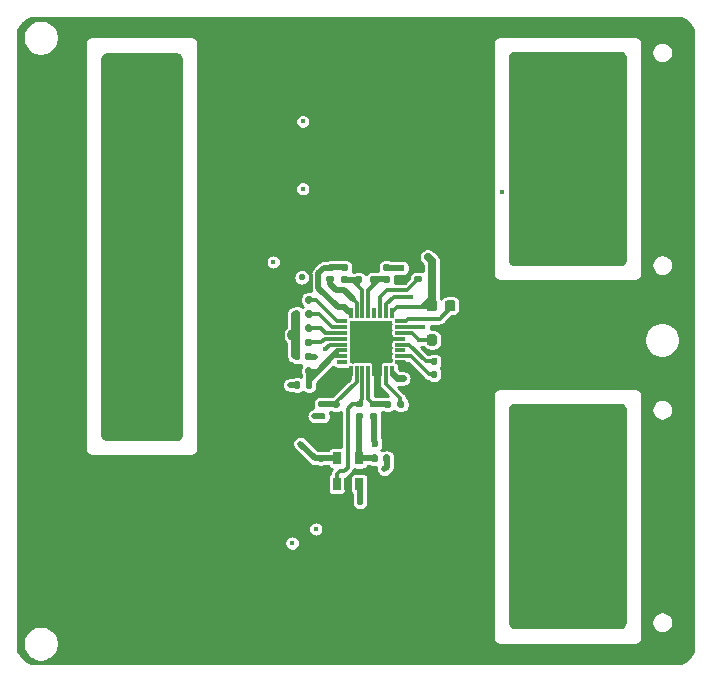
<source format=gbr>
%TF.GenerationSoftware,KiCad,Pcbnew,(5.1.8)-1*%
%TF.CreationDate,2021-10-03T21:30:46+08:00*%
%TF.ProjectId,-18v~18v Dual-Power,2d313876-7e31-4387-9620-4475616c2d50,rev?*%
%TF.SameCoordinates,Original*%
%TF.FileFunction,Copper,L1,Top*%
%TF.FilePolarity,Positive*%
%FSLAX46Y46*%
G04 Gerber Fmt 4.6, Leading zero omitted, Abs format (unit mm)*
G04 Created by KiCad (PCBNEW (5.1.8)-1) date 2021-10-03 21:30:46*
%MOMM*%
%LPD*%
G01*
G04 APERTURE LIST*
%TA.AperFunction,SMDPad,CuDef*%
%ADD10R,3.550000X3.550000*%
%TD*%
%TA.AperFunction,SMDPad,CuDef*%
%ADD11R,0.300000X0.804800*%
%TD*%
%TA.AperFunction,SMDPad,CuDef*%
%ADD12R,0.804800X0.300000*%
%TD*%
%TA.AperFunction,ComponentPad*%
%ADD13O,3.300000X2.700000*%
%TD*%
%TA.AperFunction,ComponentPad*%
%ADD14C,1.500000*%
%TD*%
%TA.AperFunction,SMDPad,CuDef*%
%ADD15R,0.650000X1.060000*%
%TD*%
%TA.AperFunction,ViaPad*%
%ADD16C,0.500000*%
%TD*%
%TA.AperFunction,ViaPad*%
%ADD17C,0.450000*%
%TD*%
%TA.AperFunction,ViaPad*%
%ADD18C,0.550000*%
%TD*%
%TA.AperFunction,Conductor*%
%ADD19C,0.300000*%
%TD*%
%TA.AperFunction,Conductor*%
%ADD20C,0.500000*%
%TD*%
%TA.AperFunction,Conductor*%
%ADD21C,0.700000*%
%TD*%
%TA.AperFunction,Conductor*%
%ADD22C,0.600000*%
%TD*%
%TA.AperFunction,Conductor*%
%ADD23C,0.250000*%
%TD*%
%TA.AperFunction,Conductor*%
%ADD24C,0.100000*%
%TD*%
%TA.AperFunction,Conductor*%
%ADD25C,0.254000*%
%TD*%
G04 APERTURE END LIST*
D10*
%TO.P,U1,33*%
%TO.N,GND*%
X142800000Y-87340000D03*
D11*
%TO.P,U1,32*%
%TO.N,Vout1(12V)*%
X141050000Y-84887600D03*
%TO.P,U1,31*%
%TO.N,Net-(C25-Pad1)*%
X141550000Y-84887600D03*
%TO.P,U1,30*%
%TO.N,Net-(R15-Pad2)*%
X142050000Y-84887600D03*
%TO.P,U1,29*%
%TO.N,Net-(C12-Pad1)*%
X142550000Y-84887600D03*
%TO.P,U1,28*%
%TO.N,N/C*%
X143050000Y-84887600D03*
%TO.P,U1,27*%
%TO.N,Net-(C10-Pad1)*%
X143550000Y-84887600D03*
%TO.P,U1,26*%
%TO.N,Net-(Q3-Pad4)*%
X144050000Y-84887600D03*
%TO.P,U1,25*%
%TO.N,Net-(C23-Pad1)*%
X144550000Y-84887600D03*
D12*
%TO.P,U1,24*%
%TO.N,Net-(C23-Pad2)*%
X145252400Y-85590000D03*
%TO.P,U1,23*%
%TO.N,Net-(Q2-Pad4)*%
X145252400Y-86090000D03*
%TO.P,U1,22*%
%TO.N,VIN*%
X145252400Y-86590000D03*
%TO.P,U1,21*%
%TO.N,GND*%
X145252400Y-87090000D03*
%TO.P,U1,20*%
%TO.N,Net-(C9-Pad2)*%
X145252400Y-87590000D03*
%TO.P,U1,19*%
%TO.N,N/C*%
X145252400Y-88090000D03*
%TO.P,U1,18*%
%TO.N,Net-(C15-Pad2)*%
X145252400Y-88590000D03*
%TO.P,U1,17*%
%TO.N,GND*%
X145252400Y-89090000D03*
D11*
%TO.P,U1,16*%
%TO.N,Net-(Q1-Pad4)*%
X144550000Y-89792400D03*
%TO.P,U1,15*%
%TO.N,Net-(C8-Pad2)*%
X144050000Y-89792400D03*
%TO.P,U1,14*%
%TO.N,GND*%
X143550000Y-89792400D03*
%TO.P,U1,13*%
X143050000Y-89792400D03*
%TO.P,U1,12*%
%TO.N,Net-(C6-Pad2)*%
X142550000Y-89792400D03*
%TO.P,U1,11*%
%TO.N,Net-(R9-Pad1)*%
X142050000Y-89792400D03*
%TO.P,U1,10*%
%TO.N,Net-(C21-Pad2)*%
X141550000Y-89792400D03*
%TO.P,U1,9*%
%TO.N,GND*%
X141050000Y-89792400D03*
D12*
%TO.P,U1,8*%
%TO.N,N/C*%
X140347600Y-89090000D03*
%TO.P,U1,7*%
%TO.N,RUN*%
X140347600Y-88590000D03*
%TO.P,U1,6*%
X140347600Y-88090000D03*
%TO.P,U1,5*%
%TO.N,INTVcc*%
X140347600Y-87590000D03*
%TO.P,U1,4*%
%TO.N,Net-(D2-Pad2)*%
X140347600Y-87090000D03*
%TO.P,U1,3*%
%TO.N,Net-(D1-Pad2)*%
X140347600Y-86590000D03*
%TO.P,U1,2*%
%TO.N,Net-(R6-Pad1)*%
X140347600Y-86090000D03*
%TO.P,U1,1*%
%TO.N,Net-(R5-Pad1)*%
X140347600Y-85590000D03*
%TD*%
%TO.P,C36,2*%
%TO.N,GND*%
%TA.AperFunction,SMDPad,CuDef*%
G36*
G01*
X152169999Y-64950000D02*
X152169999Y-66950000D01*
G75*
G02*
X151919999Y-67200000I-250000J0D01*
G01*
X148919999Y-67200000D01*
G75*
G02*
X148669999Y-66950000I0J250000D01*
G01*
X148669999Y-64950000D01*
G75*
G02*
X148919999Y-64700000I250000J0D01*
G01*
X151919999Y-64700000D01*
G75*
G02*
X152169999Y-64950000I0J-250000D01*
G01*
G37*
%TD.AperFunction*%
%TO.P,C36,1*%
%TO.N,Vout1(12V)*%
%TA.AperFunction,SMDPad,CuDef*%
G36*
G01*
X158669999Y-64950000D02*
X158669999Y-66950000D01*
G75*
G02*
X158419999Y-67200000I-250000J0D01*
G01*
X155419999Y-67200000D01*
G75*
G02*
X155169999Y-66950000I0J250000D01*
G01*
X155169999Y-64950000D01*
G75*
G02*
X155419999Y-64700000I250000J0D01*
G01*
X158419999Y-64700000D01*
G75*
G02*
X158669999Y-64950000I0J-250000D01*
G01*
G37*
%TD.AperFunction*%
%TD*%
%TO.P,C35,2*%
%TO.N,GND*%
%TA.AperFunction,SMDPad,CuDef*%
G36*
G01*
X152170000Y-73600000D02*
X152170000Y-75600000D01*
G75*
G02*
X151920000Y-75850000I-250000J0D01*
G01*
X148920000Y-75850000D01*
G75*
G02*
X148670000Y-75600000I0J250000D01*
G01*
X148670000Y-73600000D01*
G75*
G02*
X148920000Y-73350000I250000J0D01*
G01*
X151920000Y-73350000D01*
G75*
G02*
X152170000Y-73600000I0J-250000D01*
G01*
G37*
%TD.AperFunction*%
%TO.P,C35,1*%
%TO.N,Vout1(12V)*%
%TA.AperFunction,SMDPad,CuDef*%
G36*
G01*
X158670000Y-73600000D02*
X158670000Y-75600000D01*
G75*
G02*
X158420000Y-75850000I-250000J0D01*
G01*
X155420000Y-75850000D01*
G75*
G02*
X155170000Y-75600000I0J250000D01*
G01*
X155170000Y-73600000D01*
G75*
G02*
X155420000Y-73350000I250000J0D01*
G01*
X158420000Y-73350000D01*
G75*
G02*
X158670000Y-73600000I0J-250000D01*
G01*
G37*
%TD.AperFunction*%
%TD*%
%TO.P,C34,2*%
%TO.N,Vout2(-12V)*%
%TA.AperFunction,SMDPad,CuDef*%
G36*
G01*
X155300000Y-109350000D02*
X155300000Y-107350000D01*
G75*
G02*
X155550000Y-107100000I250000J0D01*
G01*
X158550000Y-107100000D01*
G75*
G02*
X158800000Y-107350000I0J-250000D01*
G01*
X158800000Y-109350000D01*
G75*
G02*
X158550000Y-109600000I-250000J0D01*
G01*
X155550000Y-109600000D01*
G75*
G02*
X155300000Y-109350000I0J250000D01*
G01*
G37*
%TD.AperFunction*%
%TO.P,C34,1*%
%TO.N,GND*%
%TA.AperFunction,SMDPad,CuDef*%
G36*
G01*
X148800000Y-109350000D02*
X148800000Y-107350000D01*
G75*
G02*
X149050000Y-107100000I250000J0D01*
G01*
X152050000Y-107100000D01*
G75*
G02*
X152300000Y-107350000I0J-250000D01*
G01*
X152300000Y-109350000D01*
G75*
G02*
X152050000Y-109600000I-250000J0D01*
G01*
X149050000Y-109600000D01*
G75*
G02*
X148800000Y-109350000I0J250000D01*
G01*
G37*
%TD.AperFunction*%
%TD*%
%TO.P,C33,2*%
%TO.N,Vout2(-12V)*%
%TA.AperFunction,SMDPad,CuDef*%
G36*
G01*
X155300000Y-100700000D02*
X155300000Y-98700000D01*
G75*
G02*
X155550000Y-98450000I250000J0D01*
G01*
X158550000Y-98450000D01*
G75*
G02*
X158800000Y-98700000I0J-250000D01*
G01*
X158800000Y-100700000D01*
G75*
G02*
X158550000Y-100950000I-250000J0D01*
G01*
X155550000Y-100950000D01*
G75*
G02*
X155300000Y-100700000I0J250000D01*
G01*
G37*
%TD.AperFunction*%
%TO.P,C33,1*%
%TO.N,GND*%
%TA.AperFunction,SMDPad,CuDef*%
G36*
G01*
X148800000Y-100700000D02*
X148800000Y-98700000D01*
G75*
G02*
X149050000Y-98450000I250000J0D01*
G01*
X152050000Y-98450000D01*
G75*
G02*
X152300000Y-98700000I0J-250000D01*
G01*
X152300000Y-100700000D01*
G75*
G02*
X152050000Y-100950000I-250000J0D01*
G01*
X149050000Y-100950000D01*
G75*
G02*
X148800000Y-100700000I0J250000D01*
G01*
G37*
%TD.AperFunction*%
%TD*%
%TO.P,Cx7,2*%
%TO.N,VIN*%
%TA.AperFunction,SMDPad,CuDef*%
G36*
G01*
X126500000Y-67161109D02*
X126500000Y-68461111D01*
G75*
G02*
X126250001Y-68711110I-249999J0D01*
G01*
X125599999Y-68711110D01*
G75*
G02*
X125350000Y-68461111I0J249999D01*
G01*
X125350000Y-67161109D01*
G75*
G02*
X125599999Y-66911110I249999J0D01*
G01*
X126250001Y-66911110D01*
G75*
G02*
X126500000Y-67161109I0J-249999D01*
G01*
G37*
%TD.AperFunction*%
%TO.P,Cx7,1*%
%TO.N,GND*%
%TA.AperFunction,SMDPad,CuDef*%
G36*
G01*
X129450000Y-67161109D02*
X129450000Y-68461111D01*
G75*
G02*
X129200001Y-68711110I-249999J0D01*
G01*
X128549999Y-68711110D01*
G75*
G02*
X128300000Y-68461111I0J249999D01*
G01*
X128300000Y-67161109D01*
G75*
G02*
X128549999Y-66911110I249999J0D01*
G01*
X129200001Y-66911110D01*
G75*
G02*
X129450000Y-67161109I0J-249999D01*
G01*
G37*
%TD.AperFunction*%
%TD*%
%TO.P,Cx6,2*%
%TO.N,VIN*%
%TA.AperFunction,SMDPad,CuDef*%
G36*
G01*
X126500000Y-69683331D02*
X126500000Y-70983333D01*
G75*
G02*
X126250001Y-71233332I-249999J0D01*
G01*
X125599999Y-71233332D01*
G75*
G02*
X125350000Y-70983333I0J249999D01*
G01*
X125350000Y-69683331D01*
G75*
G02*
X125599999Y-69433332I249999J0D01*
G01*
X126250001Y-69433332D01*
G75*
G02*
X126500000Y-69683331I0J-249999D01*
G01*
G37*
%TD.AperFunction*%
%TO.P,Cx6,1*%
%TO.N,GND*%
%TA.AperFunction,SMDPad,CuDef*%
G36*
G01*
X129450000Y-69683331D02*
X129450000Y-70983333D01*
G75*
G02*
X129200001Y-71233332I-249999J0D01*
G01*
X128549999Y-71233332D01*
G75*
G02*
X128300000Y-70983333I0J249999D01*
G01*
X128300000Y-69683331D01*
G75*
G02*
X128549999Y-69433332I249999J0D01*
G01*
X129200001Y-69433332D01*
G75*
G02*
X129450000Y-69683331I0J-249999D01*
G01*
G37*
%TD.AperFunction*%
%TD*%
%TO.P,Cx5,2*%
%TO.N,VIN*%
%TA.AperFunction,SMDPad,CuDef*%
G36*
G01*
X126500000Y-77249999D02*
X126500000Y-78550001D01*
G75*
G02*
X126250001Y-78800000I-249999J0D01*
G01*
X125599999Y-78800000D01*
G75*
G02*
X125350000Y-78550001I0J249999D01*
G01*
X125350000Y-77249999D01*
G75*
G02*
X125599999Y-77000000I249999J0D01*
G01*
X126250001Y-77000000D01*
G75*
G02*
X126500000Y-77249999I0J-249999D01*
G01*
G37*
%TD.AperFunction*%
%TO.P,Cx5,1*%
%TO.N,GND*%
%TA.AperFunction,SMDPad,CuDef*%
G36*
G01*
X129450000Y-77249999D02*
X129450000Y-78550001D01*
G75*
G02*
X129200001Y-78800000I-249999J0D01*
G01*
X128549999Y-78800000D01*
G75*
G02*
X128300000Y-78550001I0J249999D01*
G01*
X128300000Y-77249999D01*
G75*
G02*
X128549999Y-77000000I249999J0D01*
G01*
X129200001Y-77000000D01*
G75*
G02*
X129450000Y-77249999I0J-249999D01*
G01*
G37*
%TD.AperFunction*%
%TD*%
%TO.P,Cx4,2*%
%TO.N,VIN*%
%TA.AperFunction,SMDPad,CuDef*%
G36*
G01*
X126500000Y-74727775D02*
X126500000Y-76027777D01*
G75*
G02*
X126250001Y-76277776I-249999J0D01*
G01*
X125599999Y-76277776D01*
G75*
G02*
X125350000Y-76027777I0J249999D01*
G01*
X125350000Y-74727775D01*
G75*
G02*
X125599999Y-74477776I249999J0D01*
G01*
X126250001Y-74477776D01*
G75*
G02*
X126500000Y-74727775I0J-249999D01*
G01*
G37*
%TD.AperFunction*%
%TO.P,Cx4,1*%
%TO.N,GND*%
%TA.AperFunction,SMDPad,CuDef*%
G36*
G01*
X129450000Y-74727775D02*
X129450000Y-76027777D01*
G75*
G02*
X129200001Y-76277776I-249999J0D01*
G01*
X128549999Y-76277776D01*
G75*
G02*
X128300000Y-76027777I0J249999D01*
G01*
X128300000Y-74727775D01*
G75*
G02*
X128549999Y-74477776I249999J0D01*
G01*
X129200001Y-74477776D01*
G75*
G02*
X129450000Y-74727775I0J-249999D01*
G01*
G37*
%TD.AperFunction*%
%TD*%
%TO.P,Cx3,2*%
%TO.N,VIN*%
%TA.AperFunction,SMDPad,CuDef*%
G36*
G01*
X126500000Y-72205553D02*
X126500000Y-73505555D01*
G75*
G02*
X126250001Y-73755554I-249999J0D01*
G01*
X125599999Y-73755554D01*
G75*
G02*
X125350000Y-73505555I0J249999D01*
G01*
X125350000Y-72205553D01*
G75*
G02*
X125599999Y-71955554I249999J0D01*
G01*
X126250001Y-71955554D01*
G75*
G02*
X126500000Y-72205553I0J-249999D01*
G01*
G37*
%TD.AperFunction*%
%TO.P,Cx3,1*%
%TO.N,GND*%
%TA.AperFunction,SMDPad,CuDef*%
G36*
G01*
X129450000Y-72205553D02*
X129450000Y-73505555D01*
G75*
G02*
X129200001Y-73755554I-249999J0D01*
G01*
X128549999Y-73755554D01*
G75*
G02*
X128300000Y-73505555I0J249999D01*
G01*
X128300000Y-72205553D01*
G75*
G02*
X128549999Y-71955554I249999J0D01*
G01*
X129200001Y-71955554D01*
G75*
G02*
X129450000Y-72205553I0J-249999D01*
G01*
G37*
%TD.AperFunction*%
%TD*%
%TO.P,Cl2,2*%
%TO.N,GND*%
%TA.AperFunction,SMDPad,CuDef*%
G36*
G01*
X117500000Y-80500000D02*
X117500000Y-82500000D01*
G75*
G02*
X117250000Y-82750000I-250000J0D01*
G01*
X113750000Y-82750000D01*
G75*
G02*
X113500000Y-82500000I0J250000D01*
G01*
X113500000Y-80500000D01*
G75*
G02*
X113750000Y-80250000I250000J0D01*
G01*
X117250000Y-80250000D01*
G75*
G02*
X117500000Y-80500000I0J-250000D01*
G01*
G37*
%TD.AperFunction*%
%TO.P,Cl2,1*%
%TO.N,VIN*%
%TA.AperFunction,SMDPad,CuDef*%
G36*
G01*
X125500000Y-80500000D02*
X125500000Y-82500000D01*
G75*
G02*
X125250000Y-82750000I-250000J0D01*
G01*
X121750000Y-82750000D01*
G75*
G02*
X121500000Y-82500000I0J250000D01*
G01*
X121500000Y-80500000D01*
G75*
G02*
X121750000Y-80250000I250000J0D01*
G01*
X125250000Y-80250000D01*
G75*
G02*
X125500000Y-80500000I0J-250000D01*
G01*
G37*
%TD.AperFunction*%
%TD*%
%TO.P,Cl1,2*%
%TO.N,GND*%
%TA.AperFunction,SMDPad,CuDef*%
G36*
G01*
X117500000Y-91200000D02*
X117500000Y-93200000D01*
G75*
G02*
X117250000Y-93450000I-250000J0D01*
G01*
X113750000Y-93450000D01*
G75*
G02*
X113500000Y-93200000I0J250000D01*
G01*
X113500000Y-91200000D01*
G75*
G02*
X113750000Y-90950000I250000J0D01*
G01*
X117250000Y-90950000D01*
G75*
G02*
X117500000Y-91200000I0J-250000D01*
G01*
G37*
%TD.AperFunction*%
%TO.P,Cl1,1*%
%TO.N,VIN*%
%TA.AperFunction,SMDPad,CuDef*%
G36*
G01*
X125500000Y-91200000D02*
X125500000Y-93200000D01*
G75*
G02*
X125250000Y-93450000I-250000J0D01*
G01*
X121750000Y-93450000D01*
G75*
G02*
X121500000Y-93200000I0J250000D01*
G01*
X121500000Y-91200000D01*
G75*
G02*
X121750000Y-90950000I250000J0D01*
G01*
X125250000Y-90950000D01*
G75*
G02*
X125500000Y-91200000I0J-250000D01*
G01*
G37*
%TD.AperFunction*%
%TD*%
%TO.P,C23,2*%
%TO.N,Net-(C23-Pad2)*%
%TA.AperFunction,SMDPad,CuDef*%
G36*
G01*
X149025000Y-84550000D02*
X149025000Y-84050000D01*
G75*
G02*
X149250000Y-83825000I225000J0D01*
G01*
X149700000Y-83825000D01*
G75*
G02*
X149925000Y-84050000I0J-225000D01*
G01*
X149925000Y-84550000D01*
G75*
G02*
X149700000Y-84775000I-225000J0D01*
G01*
X149250000Y-84775000D01*
G75*
G02*
X149025000Y-84550000I0J225000D01*
G01*
G37*
%TD.AperFunction*%
%TO.P,C23,1*%
%TO.N,Net-(C23-Pad1)*%
%TA.AperFunction,SMDPad,CuDef*%
G36*
G01*
X147475000Y-84550000D02*
X147475000Y-84050000D01*
G75*
G02*
X147700000Y-83825000I225000J0D01*
G01*
X148150000Y-83825000D01*
G75*
G02*
X148375000Y-84050000I0J-225000D01*
G01*
X148375000Y-84550000D01*
G75*
G02*
X148150000Y-84775000I-225000J0D01*
G01*
X147700000Y-84775000D01*
G75*
G02*
X147475000Y-84550000I0J225000D01*
G01*
G37*
%TD.AperFunction*%
%TD*%
%TO.P,C7,2*%
%TO.N,GND*%
%TA.AperFunction,SMDPad,CuDef*%
G36*
G01*
X149025000Y-87450000D02*
X149025000Y-86950000D01*
G75*
G02*
X149250000Y-86725000I225000J0D01*
G01*
X149700000Y-86725000D01*
G75*
G02*
X149925000Y-86950000I0J-225000D01*
G01*
X149925000Y-87450000D01*
G75*
G02*
X149700000Y-87675000I-225000J0D01*
G01*
X149250000Y-87675000D01*
G75*
G02*
X149025000Y-87450000I0J225000D01*
G01*
G37*
%TD.AperFunction*%
%TO.P,C7,1*%
%TO.N,VIN*%
%TA.AperFunction,SMDPad,CuDef*%
G36*
G01*
X147475000Y-87450000D02*
X147475000Y-86950000D01*
G75*
G02*
X147700000Y-86725000I225000J0D01*
G01*
X148150000Y-86725000D01*
G75*
G02*
X148375000Y-86950000I0J-225000D01*
G01*
X148375000Y-87450000D01*
G75*
G02*
X148150000Y-87675000I-225000J0D01*
G01*
X147700000Y-87675000D01*
G75*
G02*
X147475000Y-87450000I0J225000D01*
G01*
G37*
%TD.AperFunction*%
%TD*%
%TO.P,Cx2,2*%
%TO.N,VIN*%
%TA.AperFunction,SMDPad,CuDef*%
G36*
G01*
X126500000Y-64638887D02*
X126500000Y-65938889D01*
G75*
G02*
X126250001Y-66188888I-249999J0D01*
G01*
X125599999Y-66188888D01*
G75*
G02*
X125350000Y-65938889I0J249999D01*
G01*
X125350000Y-64638887D01*
G75*
G02*
X125599999Y-64388888I249999J0D01*
G01*
X126250001Y-64388888D01*
G75*
G02*
X126500000Y-64638887I0J-249999D01*
G01*
G37*
%TD.AperFunction*%
%TO.P,Cx2,1*%
%TO.N,GND*%
%TA.AperFunction,SMDPad,CuDef*%
G36*
G01*
X129450000Y-64638887D02*
X129450000Y-65938889D01*
G75*
G02*
X129200001Y-66188888I-249999J0D01*
G01*
X128549999Y-66188888D01*
G75*
G02*
X128300000Y-65938889I0J249999D01*
G01*
X128300000Y-64638887D01*
G75*
G02*
X128549999Y-64388888I249999J0D01*
G01*
X129200001Y-64388888D01*
G75*
G02*
X129450000Y-64638887I0J-249999D01*
G01*
G37*
%TD.AperFunction*%
%TD*%
%TO.P,C31,2*%
%TO.N,Vout2(-12V)*%
%TA.AperFunction,SMDPad,CuDef*%
G36*
G01*
X157749999Y-92862500D02*
X159050001Y-92862500D01*
G75*
G02*
X159300000Y-93112499I0J-249999D01*
G01*
X159300000Y-93762501D01*
G75*
G02*
X159050001Y-94012500I-249999J0D01*
G01*
X157749999Y-94012500D01*
G75*
G02*
X157500000Y-93762501I0J249999D01*
G01*
X157500000Y-93112499D01*
G75*
G02*
X157749999Y-92862500I249999J0D01*
G01*
G37*
%TD.AperFunction*%
%TO.P,C31,1*%
%TO.N,GND*%
%TA.AperFunction,SMDPad,CuDef*%
G36*
G01*
X157749999Y-89912500D02*
X159050001Y-89912500D01*
G75*
G02*
X159300000Y-90162499I0J-249999D01*
G01*
X159300000Y-90812501D01*
G75*
G02*
X159050001Y-91062500I-249999J0D01*
G01*
X157749999Y-91062500D01*
G75*
G02*
X157500000Y-90812501I0J249999D01*
G01*
X157500000Y-90162499D01*
G75*
G02*
X157749999Y-89912500I249999J0D01*
G01*
G37*
%TD.AperFunction*%
%TD*%
%TO.P,C30,2*%
%TO.N,Vout2(-12V)*%
%TA.AperFunction,SMDPad,CuDef*%
G36*
G01*
X155449999Y-92862500D02*
X156750001Y-92862500D01*
G75*
G02*
X157000000Y-93112499I0J-249999D01*
G01*
X157000000Y-93762501D01*
G75*
G02*
X156750001Y-94012500I-249999J0D01*
G01*
X155449999Y-94012500D01*
G75*
G02*
X155200000Y-93762501I0J249999D01*
G01*
X155200000Y-93112499D01*
G75*
G02*
X155449999Y-92862500I249999J0D01*
G01*
G37*
%TD.AperFunction*%
%TO.P,C30,1*%
%TO.N,GND*%
%TA.AperFunction,SMDPad,CuDef*%
G36*
G01*
X155449999Y-89912500D02*
X156750001Y-89912500D01*
G75*
G02*
X157000000Y-90162499I0J-249999D01*
G01*
X157000000Y-90812501D01*
G75*
G02*
X156750001Y-91062500I-249999J0D01*
G01*
X155449999Y-91062500D01*
G75*
G02*
X155200000Y-90812501I0J249999D01*
G01*
X155200000Y-90162499D01*
G75*
G02*
X155449999Y-89912500I249999J0D01*
G01*
G37*
%TD.AperFunction*%
%TD*%
%TO.P,C28,2*%
%TO.N,Vout1(12V)*%
%TA.AperFunction,SMDPad,CuDef*%
G36*
G01*
X159050001Y-80552500D02*
X157749999Y-80552500D01*
G75*
G02*
X157500000Y-80302501I0J249999D01*
G01*
X157500000Y-79652499D01*
G75*
G02*
X157749999Y-79402500I249999J0D01*
G01*
X159050001Y-79402500D01*
G75*
G02*
X159300000Y-79652499I0J-249999D01*
G01*
X159300000Y-80302501D01*
G75*
G02*
X159050001Y-80552500I-249999J0D01*
G01*
G37*
%TD.AperFunction*%
%TO.P,C28,1*%
%TO.N,GND*%
%TA.AperFunction,SMDPad,CuDef*%
G36*
G01*
X159050001Y-83502500D02*
X157749999Y-83502500D01*
G75*
G02*
X157500000Y-83252501I0J249999D01*
G01*
X157500000Y-82602499D01*
G75*
G02*
X157749999Y-82352500I249999J0D01*
G01*
X159050001Y-82352500D01*
G75*
G02*
X159300000Y-82602499I0J-249999D01*
G01*
X159300000Y-83252501D01*
G75*
G02*
X159050001Y-83502500I-249999J0D01*
G01*
G37*
%TD.AperFunction*%
%TD*%
%TO.P,C27,2*%
%TO.N,Vout1(12V)*%
%TA.AperFunction,SMDPad,CuDef*%
G36*
G01*
X156750001Y-80552500D02*
X155449999Y-80552500D01*
G75*
G02*
X155200000Y-80302501I0J249999D01*
G01*
X155200000Y-79652499D01*
G75*
G02*
X155449999Y-79402500I249999J0D01*
G01*
X156750001Y-79402500D01*
G75*
G02*
X157000000Y-79652499I0J-249999D01*
G01*
X157000000Y-80302501D01*
G75*
G02*
X156750001Y-80552500I-249999J0D01*
G01*
G37*
%TD.AperFunction*%
%TO.P,C27,1*%
%TO.N,GND*%
%TA.AperFunction,SMDPad,CuDef*%
G36*
G01*
X156750001Y-83502500D02*
X155449999Y-83502500D01*
G75*
G02*
X155200000Y-83252501I0J249999D01*
G01*
X155200000Y-82602499D01*
G75*
G02*
X155449999Y-82352500I249999J0D01*
G01*
X156750001Y-82352500D01*
G75*
G02*
X157000000Y-82602499I0J-249999D01*
G01*
X157000000Y-83252501D01*
G75*
G02*
X156750001Y-83502500I-249999J0D01*
G01*
G37*
%TD.AperFunction*%
%TD*%
%TO.P,C26,2*%
%TO.N,Vout1(12V)*%
%TA.AperFunction,SMDPad,CuDef*%
G36*
G01*
X161350001Y-80552500D02*
X160049999Y-80552500D01*
G75*
G02*
X159800000Y-80302501I0J249999D01*
G01*
X159800000Y-79652499D01*
G75*
G02*
X160049999Y-79402500I249999J0D01*
G01*
X161350001Y-79402500D01*
G75*
G02*
X161600000Y-79652499I0J-249999D01*
G01*
X161600000Y-80302501D01*
G75*
G02*
X161350001Y-80552500I-249999J0D01*
G01*
G37*
%TD.AperFunction*%
%TO.P,C26,1*%
%TO.N,GND*%
%TA.AperFunction,SMDPad,CuDef*%
G36*
G01*
X161350001Y-83502500D02*
X160049999Y-83502500D01*
G75*
G02*
X159800000Y-83252501I0J249999D01*
G01*
X159800000Y-82602499D01*
G75*
G02*
X160049999Y-82352500I249999J0D01*
G01*
X161350001Y-82352500D01*
G75*
G02*
X161600000Y-82602499I0J-249999D01*
G01*
X161600000Y-83252501D01*
G75*
G02*
X161350001Y-83502500I-249999J0D01*
G01*
G37*
%TD.AperFunction*%
%TD*%
%TO.P,C17,2*%
%TO.N,Vout2(-12V)*%
%TA.AperFunction,SMDPad,CuDef*%
G36*
G01*
X160049998Y-92862500D02*
X161350000Y-92862500D01*
G75*
G02*
X161599999Y-93112499I0J-249999D01*
G01*
X161599999Y-93762501D01*
G75*
G02*
X161350000Y-94012500I-249999J0D01*
G01*
X160049998Y-94012500D01*
G75*
G02*
X159799999Y-93762501I0J249999D01*
G01*
X159799999Y-93112499D01*
G75*
G02*
X160049998Y-92862500I249999J0D01*
G01*
G37*
%TD.AperFunction*%
%TO.P,C17,1*%
%TO.N,GND*%
%TA.AperFunction,SMDPad,CuDef*%
G36*
G01*
X160049998Y-89912500D02*
X161350000Y-89912500D01*
G75*
G02*
X161599999Y-90162499I0J-249999D01*
G01*
X161599999Y-90812501D01*
G75*
G02*
X161350000Y-91062500I-249999J0D01*
G01*
X160049998Y-91062500D01*
G75*
G02*
X159799999Y-90812501I0J249999D01*
G01*
X159799999Y-90162499D01*
G75*
G02*
X160049998Y-89912500I249999J0D01*
G01*
G37*
%TD.AperFunction*%
%TD*%
%TO.P,C9,2*%
%TO.N,Net-(C9-Pad2)*%
%TA.AperFunction,SMDPad,CuDef*%
G36*
G01*
X148400000Y-88830000D02*
X148400000Y-89170000D01*
G75*
G02*
X148260000Y-89310000I-140000J0D01*
G01*
X147980000Y-89310000D01*
G75*
G02*
X147840000Y-89170000I0J140000D01*
G01*
X147840000Y-88830000D01*
G75*
G02*
X147980000Y-88690000I140000J0D01*
G01*
X148260000Y-88690000D01*
G75*
G02*
X148400000Y-88830000I0J-140000D01*
G01*
G37*
%TD.AperFunction*%
%TO.P,C9,1*%
%TO.N,GND*%
%TA.AperFunction,SMDPad,CuDef*%
G36*
G01*
X149360000Y-88830000D02*
X149360000Y-89170000D01*
G75*
G02*
X149220000Y-89310000I-140000J0D01*
G01*
X148940000Y-89310000D01*
G75*
G02*
X148800000Y-89170000I0J140000D01*
G01*
X148800000Y-88830000D01*
G75*
G02*
X148940000Y-88690000I140000J0D01*
G01*
X149220000Y-88690000D01*
G75*
G02*
X149360000Y-88830000I0J-140000D01*
G01*
G37*
%TD.AperFunction*%
%TD*%
D13*
%TO.P,J3,4*%
%TO.N,GND*%
X116600000Y-66700000D03*
%TO.P,J3,3*%
X116600000Y-70900000D03*
%TO.P,J3,2*%
%TO.N,VIN*%
X122100000Y-66700000D03*
%TO.P,J3,1*%
%TA.AperFunction,ComponentPad*%
G36*
G01*
X123499999Y-72250000D02*
X120700001Y-72250000D01*
G75*
G02*
X120450000Y-71999999I0J250001D01*
G01*
X120450000Y-69800001D01*
G75*
G02*
X120700001Y-69550000I250001J0D01*
G01*
X123499999Y-69550000D01*
G75*
G02*
X123750000Y-69800001I0J-250001D01*
G01*
X123750000Y-71999999D01*
G75*
G02*
X123499999Y-72250000I-250001J0D01*
G01*
G37*
%TD.AperFunction*%
%TD*%
D14*
%TO.P,J2,10*%
%TO.N,GND*%
X166500000Y-108110000D03*
%TO.P,J2,9*%
X166500000Y-105110000D03*
%TO.P,J2,8*%
X166500000Y-102110000D03*
%TO.P,J2,7*%
X166500000Y-99110000D03*
%TO.P,J2,6*%
X166500000Y-96110000D03*
%TO.P,J2,5*%
%TO.N,Vout2(-12V)*%
X163500000Y-108110000D03*
%TO.P,J2,4*%
X163500000Y-105110000D03*
%TO.P,J2,3*%
X163500000Y-102110000D03*
%TO.P,J2,2*%
X163500000Y-99110000D03*
%TO.P,J2,1*%
%TA.AperFunction,ComponentPad*%
G36*
G01*
X163000000Y-95360000D02*
X164000000Y-95360000D01*
G75*
G02*
X164250000Y-95610000I0J-250000D01*
G01*
X164250000Y-96610000D01*
G75*
G02*
X164000000Y-96860000I-250000J0D01*
G01*
X163000000Y-96860000D01*
G75*
G02*
X162750000Y-96610000I0J250000D01*
G01*
X162750000Y-95610000D01*
G75*
G02*
X163000000Y-95360000I250000J0D01*
G01*
G37*
%TD.AperFunction*%
%TD*%
%TO.P,J1,10*%
%TO.N,GND*%
X166500000Y-77860000D03*
%TO.P,J1,9*%
X166500000Y-74860000D03*
%TO.P,J1,8*%
X166500000Y-71860000D03*
%TO.P,J1,7*%
X166500000Y-68860000D03*
%TO.P,J1,6*%
X166500000Y-65860000D03*
%TO.P,J1,5*%
%TO.N,Vout1(12V)*%
X163500000Y-77860000D03*
%TO.P,J1,4*%
X163500000Y-74860000D03*
%TO.P,J1,3*%
X163500000Y-71860000D03*
%TO.P,J1,2*%
X163500000Y-68860000D03*
%TO.P,J1,1*%
%TA.AperFunction,ComponentPad*%
G36*
G01*
X163000000Y-65110000D02*
X164000000Y-65110000D01*
G75*
G02*
X164250000Y-65360000I0J-250000D01*
G01*
X164250000Y-66360000D01*
G75*
G02*
X164000000Y-66610000I-250000J0D01*
G01*
X163000000Y-66610000D01*
G75*
G02*
X162750000Y-66360000I0J250000D01*
G01*
X162750000Y-65360000D01*
G75*
G02*
X163000000Y-65110000I250000J0D01*
G01*
G37*
%TD.AperFunction*%
%TD*%
D15*
%TO.P,U2,1*%
%TO.N,Net-(R9-Pad1)*%
X139880000Y-99409999D03*
%TO.P,U2,2*%
%TO.N,GND*%
X140830000Y-99409999D03*
%TO.P,U2,3*%
%TO.N,Net-(R11-Pad1)*%
X141780000Y-99409999D03*
%TO.P,U2,4*%
%TO.N,Net-(R10-Pad1)*%
X141780000Y-97209999D03*
%TO.P,U2,5*%
%TO.N,INTVcc*%
X139880000Y-97209999D03*
%TD*%
%TO.P,R16,2*%
%TO.N,Vout1(12V)*%
%TA.AperFunction,SMDPad,CuDef*%
G36*
G01*
X140725000Y-81330000D02*
X140355000Y-81330000D01*
G75*
G02*
X140220000Y-81195000I0J135000D01*
G01*
X140220000Y-80925000D01*
G75*
G02*
X140355000Y-80790000I135000J0D01*
G01*
X140725000Y-80790000D01*
G75*
G02*
X140860000Y-80925000I0J-135000D01*
G01*
X140860000Y-81195000D01*
G75*
G02*
X140725000Y-81330000I-135000J0D01*
G01*
G37*
%TD.AperFunction*%
%TO.P,R16,1*%
%TO.N,Net-(R15-Pad2)*%
%TA.AperFunction,SMDPad,CuDef*%
G36*
G01*
X140725000Y-82350000D02*
X140355000Y-82350000D01*
G75*
G02*
X140220000Y-82215000I0J135000D01*
G01*
X140220000Y-81945000D01*
G75*
G02*
X140355000Y-81810000I135000J0D01*
G01*
X140725000Y-81810000D01*
G75*
G02*
X140860000Y-81945000I0J-135000D01*
G01*
X140860000Y-82215000D01*
G75*
G02*
X140725000Y-82350000I-135000J0D01*
G01*
G37*
%TD.AperFunction*%
%TD*%
%TO.P,R15,2*%
%TO.N,Net-(R15-Pad2)*%
%TA.AperFunction,SMDPad,CuDef*%
G36*
G01*
X141505000Y-81810000D02*
X141875000Y-81810000D01*
G75*
G02*
X142010000Y-81945000I0J-135000D01*
G01*
X142010000Y-82215000D01*
G75*
G02*
X141875000Y-82350000I-135000J0D01*
G01*
X141505000Y-82350000D01*
G75*
G02*
X141370000Y-82215000I0J135000D01*
G01*
X141370000Y-81945000D01*
G75*
G02*
X141505000Y-81810000I135000J0D01*
G01*
G37*
%TD.AperFunction*%
%TO.P,R15,1*%
%TO.N,GND*%
%TA.AperFunction,SMDPad,CuDef*%
G36*
G01*
X141505000Y-80790000D02*
X141875000Y-80790000D01*
G75*
G02*
X142010000Y-80925000I0J-135000D01*
G01*
X142010000Y-81195000D01*
G75*
G02*
X141875000Y-81330000I-135000J0D01*
G01*
X141505000Y-81330000D01*
G75*
G02*
X141370000Y-81195000I0J135000D01*
G01*
X141370000Y-80925000D01*
G75*
G02*
X141505000Y-80790000I135000J0D01*
G01*
G37*
%TD.AperFunction*%
%TD*%
%TO.P,R13,2*%
%TO.N,Net-(C21-Pad2)*%
%TA.AperFunction,SMDPad,CuDef*%
G36*
G01*
X138785000Y-92900000D02*
X138415000Y-92900000D01*
G75*
G02*
X138280000Y-92765000I0J135000D01*
G01*
X138280000Y-92495000D01*
G75*
G02*
X138415000Y-92360000I135000J0D01*
G01*
X138785000Y-92360000D01*
G75*
G02*
X138920000Y-92495000I0J-135000D01*
G01*
X138920000Y-92765000D01*
G75*
G02*
X138785000Y-92900000I-135000J0D01*
G01*
G37*
%TD.AperFunction*%
%TO.P,R13,1*%
%TO.N,Net-(Q1-Pad1)*%
%TA.AperFunction,SMDPad,CuDef*%
G36*
G01*
X138785000Y-93920000D02*
X138415000Y-93920000D01*
G75*
G02*
X138280000Y-93785000I0J135000D01*
G01*
X138280000Y-93515000D01*
G75*
G02*
X138415000Y-93380000I135000J0D01*
G01*
X138785000Y-93380000D01*
G75*
G02*
X138920000Y-93515000I0J-135000D01*
G01*
X138920000Y-93785000D01*
G75*
G02*
X138785000Y-93920000I-135000J0D01*
G01*
G37*
%TD.AperFunction*%
%TD*%
%TO.P,R11,2*%
%TO.N,GND*%
%TA.AperFunction,SMDPad,CuDef*%
G36*
G01*
X141100000Y-100694999D02*
X141100000Y-101064999D01*
G75*
G02*
X140965000Y-101199999I-135000J0D01*
G01*
X140695000Y-101199999D01*
G75*
G02*
X140560000Y-101064999I0J135000D01*
G01*
X140560000Y-100694999D01*
G75*
G02*
X140695000Y-100559999I135000J0D01*
G01*
X140965000Y-100559999D01*
G75*
G02*
X141100000Y-100694999I0J-135000D01*
G01*
G37*
%TD.AperFunction*%
%TO.P,R11,1*%
%TO.N,Net-(R11-Pad1)*%
%TA.AperFunction,SMDPad,CuDef*%
G36*
G01*
X142120000Y-100694999D02*
X142120000Y-101064999D01*
G75*
G02*
X141985000Y-101199999I-135000J0D01*
G01*
X141715000Y-101199999D01*
G75*
G02*
X141580000Y-101064999I0J135000D01*
G01*
X141580000Y-100694999D01*
G75*
G02*
X141715000Y-100559999I135000J0D01*
G01*
X141985000Y-100559999D01*
G75*
G02*
X142120000Y-100694999I0J-135000D01*
G01*
G37*
%TD.AperFunction*%
%TD*%
%TO.P,R10,2*%
%TO.N,Vout2(-12V)*%
%TA.AperFunction,SMDPad,CuDef*%
G36*
G01*
X143820000Y-97395000D02*
X143820000Y-97025000D01*
G75*
G02*
X143955000Y-96890000I135000J0D01*
G01*
X144225000Y-96890000D01*
G75*
G02*
X144360000Y-97025000I0J-135000D01*
G01*
X144360000Y-97395000D01*
G75*
G02*
X144225000Y-97530000I-135000J0D01*
G01*
X143955000Y-97530000D01*
G75*
G02*
X143820000Y-97395000I0J135000D01*
G01*
G37*
%TD.AperFunction*%
%TO.P,R10,1*%
%TO.N,Net-(R10-Pad1)*%
%TA.AperFunction,SMDPad,CuDef*%
G36*
G01*
X142800000Y-97395000D02*
X142800000Y-97025000D01*
G75*
G02*
X142935000Y-96890000I135000J0D01*
G01*
X143205000Y-96890000D01*
G75*
G02*
X143340000Y-97025000I0J-135000D01*
G01*
X143340000Y-97395000D01*
G75*
G02*
X143205000Y-97530000I-135000J0D01*
G01*
X142935000Y-97530000D01*
G75*
G02*
X142800000Y-97395000I0J135000D01*
G01*
G37*
%TD.AperFunction*%
%TD*%
%TO.P,R9,1*%
%TO.N,Net-(R9-Pad1)*%
%TA.AperFunction,SMDPad,CuDef*%
G36*
G01*
X141605000Y-92360000D02*
X141975000Y-92360000D01*
G75*
G02*
X142110000Y-92495000I0J-135000D01*
G01*
X142110000Y-92765000D01*
G75*
G02*
X141975000Y-92900000I-135000J0D01*
G01*
X141605000Y-92900000D01*
G75*
G02*
X141470000Y-92765000I0J135000D01*
G01*
X141470000Y-92495000D01*
G75*
G02*
X141605000Y-92360000I135000J0D01*
G01*
G37*
%TD.AperFunction*%
%TO.P,R9,2*%
%TO.N,Net-(R10-Pad1)*%
%TA.AperFunction,SMDPad,CuDef*%
G36*
G01*
X141605000Y-93380000D02*
X141975000Y-93380000D01*
G75*
G02*
X142110000Y-93515000I0J-135000D01*
G01*
X142110000Y-93785000D01*
G75*
G02*
X141975000Y-93920000I-135000J0D01*
G01*
X141605000Y-93920000D01*
G75*
G02*
X141470000Y-93785000I0J135000D01*
G01*
X141470000Y-93515000D01*
G75*
G02*
X141605000Y-93380000I135000J0D01*
G01*
G37*
%TD.AperFunction*%
%TD*%
%TO.P,R8,2*%
%TO.N,Net-(D2-Pad2)*%
%TA.AperFunction,SMDPad,CuDef*%
G36*
G01*
X137230000Y-87594999D02*
X137230000Y-87224999D01*
G75*
G02*
X137365000Y-87089999I135000J0D01*
G01*
X137635000Y-87089999D01*
G75*
G02*
X137770000Y-87224999I0J-135000D01*
G01*
X137770000Y-87594999D01*
G75*
G02*
X137635000Y-87729999I-135000J0D01*
G01*
X137365000Y-87729999D01*
G75*
G02*
X137230000Y-87594999I0J135000D01*
G01*
G37*
%TD.AperFunction*%
%TO.P,R8,1*%
%TO.N,INTVcc*%
%TA.AperFunction,SMDPad,CuDef*%
G36*
G01*
X136210000Y-87594999D02*
X136210000Y-87224999D01*
G75*
G02*
X136345000Y-87089999I135000J0D01*
G01*
X136615000Y-87089999D01*
G75*
G02*
X136750000Y-87224999I0J-135000D01*
G01*
X136750000Y-87594999D01*
G75*
G02*
X136615000Y-87729999I-135000J0D01*
G01*
X136345000Y-87729999D01*
G75*
G02*
X136210000Y-87594999I0J135000D01*
G01*
G37*
%TD.AperFunction*%
%TD*%
%TO.P,R7,2*%
%TO.N,Net-(D1-Pad2)*%
%TA.AperFunction,SMDPad,CuDef*%
G36*
G01*
X137230000Y-86391666D02*
X137230000Y-86021666D01*
G75*
G02*
X137365000Y-85886666I135000J0D01*
G01*
X137635000Y-85886666D01*
G75*
G02*
X137770000Y-86021666I0J-135000D01*
G01*
X137770000Y-86391666D01*
G75*
G02*
X137635000Y-86526666I-135000J0D01*
G01*
X137365000Y-86526666D01*
G75*
G02*
X137230000Y-86391666I0J135000D01*
G01*
G37*
%TD.AperFunction*%
%TO.P,R7,1*%
%TO.N,INTVcc*%
%TA.AperFunction,SMDPad,CuDef*%
G36*
G01*
X136210000Y-86391666D02*
X136210000Y-86021666D01*
G75*
G02*
X136345000Y-85886666I135000J0D01*
G01*
X136615000Y-85886666D01*
G75*
G02*
X136750000Y-86021666I0J-135000D01*
G01*
X136750000Y-86391666D01*
G75*
G02*
X136615000Y-86526666I-135000J0D01*
G01*
X136345000Y-86526666D01*
G75*
G02*
X136210000Y-86391666I0J135000D01*
G01*
G37*
%TD.AperFunction*%
%TD*%
%TO.P,R6,2*%
%TO.N,INTVcc*%
%TA.AperFunction,SMDPad,CuDef*%
G36*
G01*
X136750000Y-84818333D02*
X136750000Y-85188333D01*
G75*
G02*
X136615000Y-85323333I-135000J0D01*
G01*
X136345000Y-85323333D01*
G75*
G02*
X136210000Y-85188333I0J135000D01*
G01*
X136210000Y-84818333D01*
G75*
G02*
X136345000Y-84683333I135000J0D01*
G01*
X136615000Y-84683333D01*
G75*
G02*
X136750000Y-84818333I0J-135000D01*
G01*
G37*
%TD.AperFunction*%
%TO.P,R6,1*%
%TO.N,Net-(R6-Pad1)*%
%TA.AperFunction,SMDPad,CuDef*%
G36*
G01*
X137770000Y-84818333D02*
X137770000Y-85188333D01*
G75*
G02*
X137635000Y-85323333I-135000J0D01*
G01*
X137365000Y-85323333D01*
G75*
G02*
X137230000Y-85188333I0J135000D01*
G01*
X137230000Y-84818333D01*
G75*
G02*
X137365000Y-84683333I135000J0D01*
G01*
X137635000Y-84683333D01*
G75*
G02*
X137770000Y-84818333I0J-135000D01*
G01*
G37*
%TD.AperFunction*%
%TD*%
%TO.P,R5,2*%
%TO.N,GND*%
%TA.AperFunction,SMDPad,CuDef*%
G36*
G01*
X136750000Y-83615000D02*
X136750000Y-83985000D01*
G75*
G02*
X136615000Y-84120000I-135000J0D01*
G01*
X136345000Y-84120000D01*
G75*
G02*
X136210000Y-83985000I0J135000D01*
G01*
X136210000Y-83615000D01*
G75*
G02*
X136345000Y-83480000I135000J0D01*
G01*
X136615000Y-83480000D01*
G75*
G02*
X136750000Y-83615000I0J-135000D01*
G01*
G37*
%TD.AperFunction*%
%TO.P,R5,1*%
%TO.N,Net-(R5-Pad1)*%
%TA.AperFunction,SMDPad,CuDef*%
G36*
G01*
X137770000Y-83615000D02*
X137770000Y-83985000D01*
G75*
G02*
X137635000Y-84120000I-135000J0D01*
G01*
X137365000Y-84120000D01*
G75*
G02*
X137230000Y-83985000I0J135000D01*
G01*
X137230000Y-83615000D01*
G75*
G02*
X137365000Y-83480000I135000J0D01*
G01*
X137635000Y-83480000D01*
G75*
G02*
X137770000Y-83615000I0J-135000D01*
G01*
G37*
%TD.AperFunction*%
%TD*%
%TO.P,R4,2*%
%TO.N,Net-(C11-Pad1)*%
%TA.AperFunction,SMDPad,CuDef*%
G36*
G01*
X144275000Y-81330000D02*
X143905000Y-81330000D01*
G75*
G02*
X143770000Y-81195000I0J135000D01*
G01*
X143770000Y-80925000D01*
G75*
G02*
X143905000Y-80790000I135000J0D01*
G01*
X144275000Y-80790000D01*
G75*
G02*
X144410000Y-80925000I0J-135000D01*
G01*
X144410000Y-81195000D01*
G75*
G02*
X144275000Y-81330000I-135000J0D01*
G01*
G37*
%TD.AperFunction*%
%TO.P,R4,1*%
%TO.N,Net-(C12-Pad1)*%
%TA.AperFunction,SMDPad,CuDef*%
G36*
G01*
X144275000Y-82350000D02*
X143905000Y-82350000D01*
G75*
G02*
X143770000Y-82215000I0J135000D01*
G01*
X143770000Y-81945000D01*
G75*
G02*
X143905000Y-81810000I135000J0D01*
G01*
X144275000Y-81810000D01*
G75*
G02*
X144410000Y-81945000I0J-135000D01*
G01*
X144410000Y-82215000D01*
G75*
G02*
X144275000Y-82350000I-135000J0D01*
G01*
G37*
%TD.AperFunction*%
%TD*%
%TO.P,R3,2*%
%TO.N,Net-(C6-Pad2)*%
%TA.AperFunction,SMDPad,CuDef*%
G36*
G01*
X143165000Y-92900000D02*
X142795000Y-92900000D01*
G75*
G02*
X142660000Y-92765000I0J135000D01*
G01*
X142660000Y-92495000D01*
G75*
G02*
X142795000Y-92360000I135000J0D01*
G01*
X143165000Y-92360000D01*
G75*
G02*
X143300000Y-92495000I0J-135000D01*
G01*
X143300000Y-92765000D01*
G75*
G02*
X143165000Y-92900000I-135000J0D01*
G01*
G37*
%TD.AperFunction*%
%TO.P,R3,1*%
%TO.N,Net-(C5-Pad2)*%
%TA.AperFunction,SMDPad,CuDef*%
G36*
G01*
X143165000Y-93920000D02*
X142795000Y-93920000D01*
G75*
G02*
X142660000Y-93785000I0J135000D01*
G01*
X142660000Y-93515000D01*
G75*
G02*
X142795000Y-93380000I135000J0D01*
G01*
X143165000Y-93380000D01*
G75*
G02*
X143300000Y-93515000I0J-135000D01*
G01*
X143300000Y-93785000D01*
G75*
G02*
X143165000Y-93920000I-135000J0D01*
G01*
G37*
%TD.AperFunction*%
%TD*%
%TO.P,R2,2*%
%TO.N,RUN*%
%TA.AperFunction,SMDPad,CuDef*%
G36*
G01*
X137230000Y-90035000D02*
X137230000Y-89665000D01*
G75*
G02*
X137365000Y-89530000I135000J0D01*
G01*
X137635000Y-89530000D01*
G75*
G02*
X137770000Y-89665000I0J-135000D01*
G01*
X137770000Y-90035000D01*
G75*
G02*
X137635000Y-90170000I-135000J0D01*
G01*
X137365000Y-90170000D01*
G75*
G02*
X137230000Y-90035000I0J135000D01*
G01*
G37*
%TD.AperFunction*%
%TO.P,R2,1*%
%TO.N,GND*%
%TA.AperFunction,SMDPad,CuDef*%
G36*
G01*
X136210000Y-90035000D02*
X136210000Y-89665000D01*
G75*
G02*
X136345000Y-89530000I135000J0D01*
G01*
X136615000Y-89530000D01*
G75*
G02*
X136750000Y-89665000I0J-135000D01*
G01*
X136750000Y-90035000D01*
G75*
G02*
X136615000Y-90170000I-135000J0D01*
G01*
X136345000Y-90170000D01*
G75*
G02*
X136210000Y-90035000I0J135000D01*
G01*
G37*
%TD.AperFunction*%
%TD*%
%TO.P,R1,2*%
%TO.N,VIN*%
%TA.AperFunction,SMDPad,CuDef*%
G36*
G01*
X136760000Y-90825000D02*
X136760000Y-91195000D01*
G75*
G02*
X136625000Y-91330000I-135000J0D01*
G01*
X136355000Y-91330000D01*
G75*
G02*
X136220000Y-91195000I0J135000D01*
G01*
X136220000Y-90825000D01*
G75*
G02*
X136355000Y-90690000I135000J0D01*
G01*
X136625000Y-90690000D01*
G75*
G02*
X136760000Y-90825000I0J-135000D01*
G01*
G37*
%TD.AperFunction*%
%TO.P,R1,1*%
%TO.N,RUN*%
%TA.AperFunction,SMDPad,CuDef*%
G36*
G01*
X137780000Y-90825000D02*
X137780000Y-91195000D01*
G75*
G02*
X137645000Y-91330000I-135000J0D01*
G01*
X137375000Y-91330000D01*
G75*
G02*
X137240000Y-91195000I0J135000D01*
G01*
X137240000Y-90825000D01*
G75*
G02*
X137375000Y-90690000I135000J0D01*
G01*
X137645000Y-90690000D01*
G75*
G02*
X137780000Y-90825000I0J-135000D01*
G01*
G37*
%TD.AperFunction*%
%TD*%
%TO.P,C25,2*%
%TO.N,Vout1(12V)*%
%TA.AperFunction,SMDPad,CuDef*%
G36*
G01*
X139470000Y-81370000D02*
X139130000Y-81370000D01*
G75*
G02*
X138990000Y-81230000I0J140000D01*
G01*
X138990000Y-80950000D01*
G75*
G02*
X139130000Y-80810000I140000J0D01*
G01*
X139470000Y-80810000D01*
G75*
G02*
X139610000Y-80950000I0J-140000D01*
G01*
X139610000Y-81230000D01*
G75*
G02*
X139470000Y-81370000I-140000J0D01*
G01*
G37*
%TD.AperFunction*%
%TO.P,C25,1*%
%TO.N,Net-(C25-Pad1)*%
%TA.AperFunction,SMDPad,CuDef*%
G36*
G01*
X139470000Y-82330000D02*
X139130000Y-82330000D01*
G75*
G02*
X138990000Y-82190000I0J140000D01*
G01*
X138990000Y-81910000D01*
G75*
G02*
X139130000Y-81770000I140000J0D01*
G01*
X139470000Y-81770000D01*
G75*
G02*
X139610000Y-81910000I0J-140000D01*
G01*
X139610000Y-82190000D01*
G75*
G02*
X139470000Y-82330000I-140000J0D01*
G01*
G37*
%TD.AperFunction*%
%TD*%
%TO.P,C21,2*%
%TO.N,Net-(C21-Pad2)*%
%TA.AperFunction,SMDPad,CuDef*%
G36*
G01*
X139980000Y-92940000D02*
X139640000Y-92940000D01*
G75*
G02*
X139500000Y-92800000I0J140000D01*
G01*
X139500000Y-92520000D01*
G75*
G02*
X139640000Y-92380000I140000J0D01*
G01*
X139980000Y-92380000D01*
G75*
G02*
X140120000Y-92520000I0J-140000D01*
G01*
X140120000Y-92800000D01*
G75*
G02*
X139980000Y-92940000I-140000J0D01*
G01*
G37*
%TD.AperFunction*%
%TO.P,C21,1*%
%TO.N,GND*%
%TA.AperFunction,SMDPad,CuDef*%
G36*
G01*
X139980000Y-93900000D02*
X139640000Y-93900000D01*
G75*
G02*
X139500000Y-93760000I0J140000D01*
G01*
X139500000Y-93480000D01*
G75*
G02*
X139640000Y-93340000I140000J0D01*
G01*
X139980000Y-93340000D01*
G75*
G02*
X140120000Y-93480000I0J-140000D01*
G01*
X140120000Y-93760000D01*
G75*
G02*
X139980000Y-93900000I-140000J0D01*
G01*
G37*
%TD.AperFunction*%
%TD*%
%TO.P,C15,2*%
%TO.N,Net-(C15-Pad2)*%
%TA.AperFunction,SMDPad,CuDef*%
G36*
G01*
X148390000Y-89940000D02*
X148390000Y-90280000D01*
G75*
G02*
X148250000Y-90420000I-140000J0D01*
G01*
X147970000Y-90420000D01*
G75*
G02*
X147830000Y-90280000I0J140000D01*
G01*
X147830000Y-89940000D01*
G75*
G02*
X147970000Y-89800000I140000J0D01*
G01*
X148250000Y-89800000D01*
G75*
G02*
X148390000Y-89940000I0J-140000D01*
G01*
G37*
%TD.AperFunction*%
%TO.P,C15,1*%
%TO.N,GND*%
%TA.AperFunction,SMDPad,CuDef*%
G36*
G01*
X149350000Y-89940000D02*
X149350000Y-90280000D01*
G75*
G02*
X149210000Y-90420000I-140000J0D01*
G01*
X148930000Y-90420000D01*
G75*
G02*
X148790000Y-90280000I0J140000D01*
G01*
X148790000Y-89940000D01*
G75*
G02*
X148930000Y-89800000I140000J0D01*
G01*
X149210000Y-89800000D01*
G75*
G02*
X149350000Y-89940000I0J-140000D01*
G01*
G37*
%TD.AperFunction*%
%TD*%
%TO.P,C14,2*%
%TO.N,GND*%
%TA.AperFunction,SMDPad,CuDef*%
G36*
G01*
X138350000Y-97890000D02*
X138690000Y-97890000D01*
G75*
G02*
X138830000Y-98030000I0J-140000D01*
G01*
X138830000Y-98310000D01*
G75*
G02*
X138690000Y-98450000I-140000J0D01*
G01*
X138350000Y-98450000D01*
G75*
G02*
X138210000Y-98310000I0J140000D01*
G01*
X138210000Y-98030000D01*
G75*
G02*
X138350000Y-97890000I140000J0D01*
G01*
G37*
%TD.AperFunction*%
%TO.P,C14,1*%
%TO.N,INTVcc*%
%TA.AperFunction,SMDPad,CuDef*%
G36*
G01*
X138350000Y-96930000D02*
X138690000Y-96930000D01*
G75*
G02*
X138830000Y-97070000I0J-140000D01*
G01*
X138830000Y-97350000D01*
G75*
G02*
X138690000Y-97490000I-140000J0D01*
G01*
X138350000Y-97490000D01*
G75*
G02*
X138210000Y-97350000I0J140000D01*
G01*
X138210000Y-97070000D01*
G75*
G02*
X138350000Y-96930000I140000J0D01*
G01*
G37*
%TD.AperFunction*%
%TD*%
%TO.P,C13,2*%
%TO.N,GND*%
%TA.AperFunction,SMDPad,CuDef*%
G36*
G01*
X137190000Y-88773332D02*
X137190000Y-88433332D01*
G75*
G02*
X137330000Y-88293332I140000J0D01*
G01*
X137610000Y-88293332D01*
G75*
G02*
X137750000Y-88433332I0J-140000D01*
G01*
X137750000Y-88773332D01*
G75*
G02*
X137610000Y-88913332I-140000J0D01*
G01*
X137330000Y-88913332D01*
G75*
G02*
X137190000Y-88773332I0J140000D01*
G01*
G37*
%TD.AperFunction*%
%TO.P,C13,1*%
%TO.N,INTVcc*%
%TA.AperFunction,SMDPad,CuDef*%
G36*
G01*
X136230000Y-88773332D02*
X136230000Y-88433332D01*
G75*
G02*
X136370000Y-88293332I140000J0D01*
G01*
X136650000Y-88293332D01*
G75*
G02*
X136790000Y-88433332I0J-140000D01*
G01*
X136790000Y-88773332D01*
G75*
G02*
X136650000Y-88913332I-140000J0D01*
G01*
X136370000Y-88913332D01*
G75*
G02*
X136230000Y-88773332I0J140000D01*
G01*
G37*
%TD.AperFunction*%
%TD*%
%TO.P,C12,1*%
%TO.N,Net-(C12-Pad1)*%
%TA.AperFunction,SMDPad,CuDef*%
G36*
G01*
X143140000Y-82330000D02*
X142800000Y-82330000D01*
G75*
G02*
X142660000Y-82190000I0J140000D01*
G01*
X142660000Y-81910000D01*
G75*
G02*
X142800000Y-81770000I140000J0D01*
G01*
X143140000Y-81770000D01*
G75*
G02*
X143280000Y-81910000I0J-140000D01*
G01*
X143280000Y-82190000D01*
G75*
G02*
X143140000Y-82330000I-140000J0D01*
G01*
G37*
%TD.AperFunction*%
%TO.P,C12,2*%
%TO.N,GND*%
%TA.AperFunction,SMDPad,CuDef*%
G36*
G01*
X143140000Y-81370000D02*
X142800000Y-81370000D01*
G75*
G02*
X142660000Y-81230000I0J140000D01*
G01*
X142660000Y-80950000D01*
G75*
G02*
X142800000Y-80810000I140000J0D01*
G01*
X143140000Y-80810000D01*
G75*
G02*
X143280000Y-80950000I0J-140000D01*
G01*
X143280000Y-81230000D01*
G75*
G02*
X143140000Y-81370000I-140000J0D01*
G01*
G37*
%TD.AperFunction*%
%TD*%
%TO.P,C11,1*%
%TO.N,Net-(C11-Pad1)*%
%TA.AperFunction,SMDPad,CuDef*%
G36*
G01*
X145130000Y-80820000D02*
X145470000Y-80820000D01*
G75*
G02*
X145610000Y-80960000I0J-140000D01*
G01*
X145610000Y-81240000D01*
G75*
G02*
X145470000Y-81380000I-140000J0D01*
G01*
X145130000Y-81380000D01*
G75*
G02*
X144990000Y-81240000I0J140000D01*
G01*
X144990000Y-80960000D01*
G75*
G02*
X145130000Y-80820000I140000J0D01*
G01*
G37*
%TD.AperFunction*%
%TO.P,C11,2*%
%TO.N,GND*%
%TA.AperFunction,SMDPad,CuDef*%
G36*
G01*
X145130000Y-81780000D02*
X145470000Y-81780000D01*
G75*
G02*
X145610000Y-81920000I0J-140000D01*
G01*
X145610000Y-82200000D01*
G75*
G02*
X145470000Y-82340000I-140000J0D01*
G01*
X145130000Y-82340000D01*
G75*
G02*
X144990000Y-82200000I0J140000D01*
G01*
X144990000Y-81920000D01*
G75*
G02*
X145130000Y-81780000I140000J0D01*
G01*
G37*
%TD.AperFunction*%
%TD*%
%TO.P,C10,1*%
%TO.N,Net-(C10-Pad1)*%
%TA.AperFunction,SMDPad,CuDef*%
G36*
G01*
X146930000Y-82320000D02*
X146590000Y-82320000D01*
G75*
G02*
X146450000Y-82180000I0J140000D01*
G01*
X146450000Y-81900000D01*
G75*
G02*
X146590000Y-81760000I140000J0D01*
G01*
X146930000Y-81760000D01*
G75*
G02*
X147070000Y-81900000I0J-140000D01*
G01*
X147070000Y-82180000D01*
G75*
G02*
X146930000Y-82320000I-140000J0D01*
G01*
G37*
%TD.AperFunction*%
%TO.P,C10,2*%
%TO.N,GND*%
%TA.AperFunction,SMDPad,CuDef*%
G36*
G01*
X146930000Y-81360000D02*
X146590000Y-81360000D01*
G75*
G02*
X146450000Y-81220000I0J140000D01*
G01*
X146450000Y-80940000D01*
G75*
G02*
X146590000Y-80800000I140000J0D01*
G01*
X146930000Y-80800000D01*
G75*
G02*
X147070000Y-80940000I0J-140000D01*
G01*
X147070000Y-81220000D01*
G75*
G02*
X146930000Y-81360000I-140000J0D01*
G01*
G37*
%TD.AperFunction*%
%TD*%
%TO.P,C8,2*%
%TO.N,Net-(C8-Pad2)*%
%TA.AperFunction,SMDPad,CuDef*%
G36*
G01*
X145470000Y-92940000D02*
X145130000Y-92940000D01*
G75*
G02*
X144990000Y-92800000I0J140000D01*
G01*
X144990000Y-92520000D01*
G75*
G02*
X145130000Y-92380000I140000J0D01*
G01*
X145470000Y-92380000D01*
G75*
G02*
X145610000Y-92520000I0J-140000D01*
G01*
X145610000Y-92800000D01*
G75*
G02*
X145470000Y-92940000I-140000J0D01*
G01*
G37*
%TD.AperFunction*%
%TO.P,C8,1*%
%TO.N,GND*%
%TA.AperFunction,SMDPad,CuDef*%
G36*
G01*
X145470000Y-93900000D02*
X145130000Y-93900000D01*
G75*
G02*
X144990000Y-93760000I0J140000D01*
G01*
X144990000Y-93480000D01*
G75*
G02*
X145130000Y-93340000I140000J0D01*
G01*
X145470000Y-93340000D01*
G75*
G02*
X145610000Y-93480000I0J-140000D01*
G01*
X145610000Y-93760000D01*
G75*
G02*
X145470000Y-93900000I-140000J0D01*
G01*
G37*
%TD.AperFunction*%
%TD*%
%TO.P,C6,2*%
%TO.N,Net-(C6-Pad2)*%
%TA.AperFunction,SMDPad,CuDef*%
G36*
G01*
X144340000Y-92940000D02*
X144000000Y-92940000D01*
G75*
G02*
X143860000Y-92800000I0J140000D01*
G01*
X143860000Y-92520000D01*
G75*
G02*
X144000000Y-92380000I140000J0D01*
G01*
X144340000Y-92380000D01*
G75*
G02*
X144480000Y-92520000I0J-140000D01*
G01*
X144480000Y-92800000D01*
G75*
G02*
X144340000Y-92940000I-140000J0D01*
G01*
G37*
%TD.AperFunction*%
%TO.P,C6,1*%
%TO.N,GND*%
%TA.AperFunction,SMDPad,CuDef*%
G36*
G01*
X144340000Y-93900000D02*
X144000000Y-93900000D01*
G75*
G02*
X143860000Y-93760000I0J140000D01*
G01*
X143860000Y-93480000D01*
G75*
G02*
X144000000Y-93340000I140000J0D01*
G01*
X144340000Y-93340000D01*
G75*
G02*
X144480000Y-93480000I0J-140000D01*
G01*
X144480000Y-93760000D01*
G75*
G02*
X144340000Y-93900000I-140000J0D01*
G01*
G37*
%TD.AperFunction*%
%TD*%
%TO.P,C5,2*%
%TO.N,Net-(C5-Pad2)*%
%TA.AperFunction,SMDPad,CuDef*%
G36*
G01*
X143380000Y-95820000D02*
X143380000Y-96160000D01*
G75*
G02*
X143240000Y-96300000I-140000J0D01*
G01*
X142960000Y-96300000D01*
G75*
G02*
X142820000Y-96160000I0J140000D01*
G01*
X142820000Y-95820000D01*
G75*
G02*
X142960000Y-95680000I140000J0D01*
G01*
X143240000Y-95680000D01*
G75*
G02*
X143380000Y-95820000I0J-140000D01*
G01*
G37*
%TD.AperFunction*%
%TO.P,C5,1*%
%TO.N,GND*%
%TA.AperFunction,SMDPad,CuDef*%
G36*
G01*
X144340000Y-95820000D02*
X144340000Y-96160000D01*
G75*
G02*
X144200000Y-96300000I-140000J0D01*
G01*
X143920000Y-96300000D01*
G75*
G02*
X143780000Y-96160000I0J140000D01*
G01*
X143780000Y-95820000D01*
G75*
G02*
X143920000Y-95680000I140000J0D01*
G01*
X144200000Y-95680000D01*
G75*
G02*
X144340000Y-95820000I0J-140000D01*
G01*
G37*
%TD.AperFunction*%
%TD*%
D16*
%TO.N,GND*%
X141600000Y-86160000D03*
X142400000Y-86160000D03*
X143200000Y-86160000D03*
X144000000Y-86160000D03*
X141600000Y-86960000D03*
X142400000Y-86960000D03*
X143200000Y-86960000D03*
X144000000Y-86960000D03*
X141600000Y-87760000D03*
X142400000Y-87760000D03*
X143200000Y-87760000D03*
X144000000Y-87760000D03*
X141600000Y-88560000D03*
X142400000Y-88560000D03*
X143200000Y-88560000D03*
X144000000Y-88560000D03*
D17*
X138030000Y-88600000D03*
D16*
X140600000Y-89930000D03*
D17*
X117400000Y-60700000D03*
X118400000Y-60700000D03*
X119400000Y-60700000D03*
X120400000Y-60700000D03*
X121400000Y-60700000D03*
X122400000Y-60700000D03*
X123400000Y-60700000D03*
X124400000Y-60700000D03*
X125400000Y-60700000D03*
X126400000Y-60700000D03*
X127400000Y-60700000D03*
X128400000Y-60700000D03*
X129400000Y-60700000D03*
X130400000Y-60700000D03*
X131400000Y-60700000D03*
X132400000Y-60700000D03*
X133400000Y-60700000D03*
X134400000Y-60700000D03*
X135400000Y-60700000D03*
X136400000Y-60700000D03*
X137400000Y-60700000D03*
X138400000Y-60700000D03*
X139400000Y-60700000D03*
X140400000Y-60700000D03*
X141400000Y-60700000D03*
X142400000Y-60700000D03*
X143400000Y-60700000D03*
X144400000Y-60700000D03*
X145400000Y-60700000D03*
X146400000Y-60700000D03*
X147400000Y-60700000D03*
X148400000Y-60700000D03*
X149400000Y-60700000D03*
X150400000Y-60700000D03*
X151400000Y-60700000D03*
X152400000Y-60700000D03*
X153400000Y-60700000D03*
X154400000Y-60700000D03*
X155400000Y-60700000D03*
X156400000Y-60700000D03*
X157400000Y-60700000D03*
X158400000Y-60700000D03*
X159400000Y-60700000D03*
X160400000Y-60700000D03*
X161400000Y-60700000D03*
X162400000Y-60700000D03*
X163400000Y-60700000D03*
X164400000Y-60700000D03*
X142400000Y-113800000D03*
X128400000Y-113800000D03*
X144400000Y-113800000D03*
X136400000Y-113800000D03*
X134400000Y-113800000D03*
X152400000Y-113800000D03*
X119400000Y-113800000D03*
X129400000Y-113800000D03*
X124400000Y-113800000D03*
X123400000Y-113800000D03*
X118400000Y-113800000D03*
X125400000Y-113800000D03*
X117400000Y-113800000D03*
X137400000Y-113800000D03*
X138400000Y-113800000D03*
X121400000Y-113800000D03*
X141400000Y-113800000D03*
X143400000Y-113800000D03*
X146400000Y-113800000D03*
X149400000Y-113800000D03*
X120400000Y-113800000D03*
X150400000Y-113800000D03*
X151400000Y-113800000D03*
X154400000Y-113800000D03*
X155400000Y-113800000D03*
X147400000Y-113800000D03*
X158400000Y-113800000D03*
X139400000Y-113800000D03*
X159400000Y-113800000D03*
X132400000Y-113800000D03*
X160400000Y-113800000D03*
X161400000Y-113800000D03*
X145400000Y-113800000D03*
X133400000Y-113800000D03*
X130400000Y-113800000D03*
X148400000Y-113800000D03*
X153400000Y-113800000D03*
X122400000Y-113800000D03*
X126400000Y-113800000D03*
X156400000Y-113800000D03*
X157400000Y-113800000D03*
X127400000Y-113800000D03*
X135400000Y-113800000D03*
X131400000Y-113800000D03*
X140400000Y-113800000D03*
X163400000Y-113800000D03*
X164400000Y-113800000D03*
X162400000Y-113800000D03*
X169400000Y-83900000D03*
X169400000Y-72900000D03*
X169400000Y-101900000D03*
X169400000Y-96900000D03*
X169400000Y-86900000D03*
X169400000Y-100900000D03*
X169400000Y-69900000D03*
X169400000Y-91900000D03*
X169400000Y-105900000D03*
X169400000Y-73900000D03*
X169400001Y-107900000D03*
X169400000Y-95900000D03*
X169400001Y-84900000D03*
X169400001Y-103900000D03*
X169400000Y-104900000D03*
X169400000Y-74900000D03*
X169400000Y-108900000D03*
X169400000Y-81900000D03*
X169400000Y-68900000D03*
X169400000Y-88900000D03*
X169400001Y-75900000D03*
X169400000Y-97900000D03*
X169400000Y-76900000D03*
X169400000Y-90900000D03*
X169400000Y-99900000D03*
X169400000Y-67900000D03*
X169400001Y-98900000D03*
X169400000Y-63900000D03*
X169400000Y-106900000D03*
X169400001Y-66900000D03*
X169400001Y-70900000D03*
X169400001Y-93900000D03*
X169400001Y-102900000D03*
X169400001Y-94900000D03*
X169400000Y-65900000D03*
X169400001Y-71900000D03*
X169400000Y-79900000D03*
X169400000Y-85900000D03*
X169400000Y-92900000D03*
X169400001Y-80900000D03*
X169400000Y-64900000D03*
X169400000Y-77900000D03*
X169400001Y-89900000D03*
X169400001Y-112900000D03*
X169400000Y-87900000D03*
X169400000Y-111900000D03*
X169400000Y-78900000D03*
X169400000Y-110900000D03*
X169400001Y-62900000D03*
X169400000Y-109900000D03*
X169400000Y-82900000D03*
X133200000Y-94900000D03*
X132466665Y-94900000D03*
X169400000Y-61800000D03*
X167400000Y-60700000D03*
X169400000Y-60700000D03*
X168400000Y-60700000D03*
X165400000Y-60700000D03*
X166400000Y-60700000D03*
X165400000Y-113800000D03*
X166400000Y-113800000D03*
X169400000Y-113800000D03*
X167400000Y-113800000D03*
X168400000Y-113800000D03*
%TO.N,VIN*%
X146849982Y-87199990D03*
X123400000Y-84200000D03*
X123400000Y-85200000D03*
X123400000Y-86200000D03*
X123400000Y-87200000D03*
X123400000Y-88200000D03*
X123400000Y-89200000D03*
X134500002Y-80600000D03*
X135910016Y-91010014D03*
X121800000Y-86200000D03*
X121800000Y-87200000D03*
X122600000Y-88700000D03*
X121800000Y-89200000D03*
X121800000Y-84200000D03*
X121800000Y-85200000D03*
X122600000Y-89700000D03*
X122600000Y-84700000D03*
X122600000Y-86700000D03*
X122600000Y-87700000D03*
X122600000Y-85700000D03*
X121800000Y-88200000D03*
X123100000Y-73199999D03*
X121100000Y-73200000D03*
X122100000Y-73200000D03*
X121100000Y-64500000D03*
X123100000Y-64499999D03*
X122100000Y-64500000D03*
%TO.N,INTVcc*%
X138890000Y-87990000D03*
X135960000Y-86800000D03*
X136790000Y-95990000D03*
%TO.N,Vout2(-12V)*%
X143890000Y-98140000D03*
X160900000Y-105300000D03*
X160900000Y-106700000D03*
X160900000Y-101800000D03*
X160900000Y-108100000D03*
X160900000Y-103200000D03*
X160900000Y-107400000D03*
X160900000Y-106000000D03*
X160900000Y-104600000D03*
X160900000Y-103900000D03*
X160900000Y-102500000D03*
X160400000Y-96900000D03*
X157400000Y-96900000D03*
X161400000Y-96900000D03*
X158400000Y-96900000D03*
X159400000Y-96900000D03*
X158400000Y-94900000D03*
X159400000Y-95900000D03*
X158400000Y-95900000D03*
X161400000Y-94900000D03*
X159400000Y-94900000D03*
X157400000Y-95900000D03*
X157400000Y-94900000D03*
X160400000Y-95900000D03*
X161400000Y-95900000D03*
X160400000Y-94900000D03*
%TO.N,Net-(C23-Pad1)*%
X147600000Y-80200000D03*
%TO.N,Vout1(12V)*%
X140550000Y-84450000D03*
X155100000Y-76400000D03*
X160500000Y-65800000D03*
X160500000Y-68600000D03*
X160500000Y-67900000D03*
X160500000Y-67200000D03*
X160500000Y-66500000D03*
X160500000Y-69300000D03*
X160500000Y-70000000D03*
X160500000Y-71400000D03*
X160500000Y-70700000D03*
X160500000Y-72100000D03*
X157300000Y-76600000D03*
X158300000Y-76600000D03*
X159300000Y-76600000D03*
X160300000Y-76600000D03*
X161300000Y-76600000D03*
X157300000Y-77600000D03*
X158300000Y-77600000D03*
X159300000Y-77600000D03*
X160300000Y-77600000D03*
X161300000Y-77600000D03*
X157300000Y-78600000D03*
X158300000Y-78600000D03*
X159300000Y-78600000D03*
X160300000Y-78600000D03*
X161300000Y-78600000D03*
%TO.N,Net-(C25-Pad1)*%
X141220000Y-83700000D03*
X153850000Y-74630000D03*
%TO.N,Net-(D1-Pad2)*%
X138070000Y-86200000D03*
%TO.N,Net-(D2-Pad2)*%
X138070000Y-87410000D03*
%TO.N,Net-(Q1-Pad4)*%
X136100000Y-104400000D03*
D18*
X145490000Y-90460000D03*
D17*
%TO.N,Net-(Q1-Pad1)*%
X138100000Y-103200004D03*
X137990011Y-93649989D03*
D18*
%TO.N,Net-(Q2-Pad4)*%
X136900000Y-81900000D03*
D17*
X147200000Y-86100000D03*
%TO.N,Net-(Q3-Pad4)*%
X137000000Y-68700000D03*
X137000000Y-74400000D03*
X146150001Y-83550005D03*
%TD*%
D19*
%TO.N,GND*%
X143050000Y-88710000D02*
X143200000Y-88560000D01*
X143050000Y-89792400D02*
X143050000Y-88710000D01*
X143550000Y-88090000D02*
X142800000Y-87340000D01*
X143550000Y-89792400D02*
X143550000Y-88090000D01*
X143050000Y-87090000D02*
X142800000Y-87340000D01*
X145252400Y-87090000D02*
X143050000Y-87090000D01*
X137476668Y-88610000D02*
X137470000Y-88603332D01*
X145350000Y-89090000D02*
X145252400Y-89090000D01*
X143919411Y-86349411D02*
X144660000Y-87090000D01*
X143919411Y-87830589D02*
X144660000Y-87090000D01*
X143040000Y-89200000D02*
X142651091Y-88811091D01*
X143458909Y-88821091D02*
X143070000Y-89210000D01*
X143150000Y-88820000D02*
X143538909Y-89208909D01*
X143540000Y-89210000D02*
X143928909Y-88821091D01*
X143580000Y-89090000D02*
X143030000Y-89090000D01*
D20*
X138020000Y-88610000D02*
X138030000Y-88600000D01*
X137476668Y-88610000D02*
X138020000Y-88610000D01*
D19*
X146560000Y-81080000D02*
X146760000Y-81080000D01*
X145580000Y-82060000D02*
X146560000Y-81080000D01*
X145300000Y-82060000D02*
X145580000Y-82060000D01*
X141050000Y-89930000D02*
X141050000Y-89792400D01*
X140912400Y-89930000D02*
X141050000Y-89792400D01*
X140600000Y-89930000D02*
X140912400Y-89930000D01*
X140600000Y-90040000D02*
X140912400Y-90040000D01*
X145590000Y-89090000D02*
X146100000Y-89600000D01*
X145252400Y-89090000D02*
X145590000Y-89090000D01*
%TO.N,VIN*%
X145252400Y-86590000D02*
X146239992Y-86590000D01*
X148125010Y-87199990D02*
X146849982Y-87199990D01*
X146239992Y-86590000D02*
X146849982Y-87199990D01*
D20*
X135910030Y-91010000D02*
X135910016Y-91010014D01*
X136490000Y-91010000D02*
X135910030Y-91010000D01*
%TO.N,Net-(C5-Pad2)*%
X142990000Y-93660000D02*
X142980000Y-93650000D01*
X142990000Y-95740000D02*
X142990000Y-93660000D01*
X143090000Y-95840000D02*
X142990000Y-95740000D01*
D19*
%TO.N,Net-(C6-Pad2)*%
X142550000Y-92200000D02*
X142980000Y-92630000D01*
X142550000Y-89792400D02*
X142550000Y-92200000D01*
D20*
X144140000Y-92630000D02*
X144170000Y-92660000D01*
X142980000Y-92630000D02*
X144140000Y-92630000D01*
D19*
%TO.N,Net-(C8-Pad2)*%
X144050000Y-90960000D02*
X144050000Y-89792400D01*
X145220000Y-92130000D02*
X144050000Y-90960000D01*
X145220000Y-92660000D02*
X145220000Y-92130000D01*
%TO.N,Net-(C9-Pad2)*%
X147400000Y-89000000D02*
X148120000Y-89000000D01*
X145990000Y-87590000D02*
X147400000Y-89000000D01*
X145252400Y-87590000D02*
X145990000Y-87590000D01*
%TO.N,Net-(C10-Pad1)*%
X144120000Y-82950000D02*
X143550000Y-83520000D01*
X145860000Y-82950000D02*
X144120000Y-82950000D01*
X146760000Y-82050000D02*
X145860000Y-82950000D01*
X143550000Y-83520000D02*
X143550000Y-84887600D01*
X146760000Y-82040000D02*
X146760000Y-82050000D01*
D20*
%TO.N,Net-(C11-Pad1)*%
X145270000Y-81070000D02*
X145300000Y-81100000D01*
X144100000Y-81070000D02*
X145270000Y-81070000D01*
X144090000Y-81060000D02*
X144100000Y-81070000D01*
%TO.N,Net-(C12-Pad1)*%
X142940000Y-82050000D02*
X142920000Y-82070000D01*
X144079999Y-82050000D02*
X142940000Y-82050000D01*
X144089999Y-82040000D02*
X144079999Y-82050000D01*
D19*
X143340000Y-82210000D02*
X142970000Y-82580000D01*
X142550000Y-82970000D02*
X142550000Y-84887600D01*
X142920000Y-82600000D02*
X142550000Y-82970000D01*
X142920000Y-82070000D02*
X142920000Y-82600000D01*
%TO.N,INTVcc*%
X140347600Y-87590000D02*
X139290000Y-87590000D01*
X139290000Y-87590000D02*
X138890000Y-87990000D01*
D20*
X136480000Y-88573332D02*
X136510000Y-88603332D01*
X136480000Y-85003333D02*
X136480000Y-88573332D01*
X136466667Y-84990000D02*
X136480000Y-85003333D01*
X136260000Y-84980000D02*
X136260000Y-88549999D01*
X135960000Y-86726666D02*
X136480000Y-86206666D01*
X135960000Y-86800000D02*
X135960000Y-86726666D01*
X135960000Y-86889999D02*
X136480000Y-87409999D01*
X135960000Y-86800000D02*
X135960000Y-86889999D01*
X138009999Y-97209999D02*
X139880000Y-97209999D01*
X136790000Y-95990000D02*
X138009999Y-97209999D01*
D19*
%TO.N,Net-(C15-Pad2)*%
X148100000Y-90100000D02*
X148110000Y-90110000D01*
X147650000Y-90100000D02*
X148100000Y-90100000D01*
X146140000Y-88590000D02*
X147650000Y-90100000D01*
X145252400Y-88590000D02*
X146140000Y-88590000D01*
D20*
%TO.N,Vout2(-12V)*%
X144110000Y-97230000D02*
X144090000Y-97210000D01*
X144110000Y-97920000D02*
X144110000Y-97230000D01*
X143890000Y-98140000D02*
X144110000Y-97920000D01*
D19*
%TO.N,Net-(C21-Pad2)*%
X141550000Y-90720000D02*
X141550000Y-89792400D01*
X139810000Y-92460000D02*
X141550000Y-90720000D01*
X139810000Y-92660000D02*
X139810000Y-92460000D01*
D20*
X139780000Y-92630000D02*
X139810000Y-92660000D01*
X138600000Y-92630000D02*
X139780000Y-92630000D01*
D19*
%TO.N,Net-(C23-Pad2)*%
X145710000Y-85590000D02*
X145252400Y-85590000D01*
X145900000Y-85400000D02*
X145710000Y-85590000D01*
X148600000Y-85400000D02*
X145900000Y-85400000D01*
X149475000Y-84525000D02*
X148600000Y-85400000D01*
X149475000Y-84300000D02*
X149475000Y-84525000D01*
%TO.N,Net-(C23-Pad1)*%
X148075000Y-83525000D02*
X147200000Y-84400000D01*
X144550000Y-84820000D02*
X144550000Y-84887600D01*
X147825000Y-84400000D02*
X147925000Y-84300000D01*
X144968800Y-84400000D02*
X147825000Y-84400000D01*
X144550000Y-84818800D02*
X144968800Y-84400000D01*
X144550000Y-84887600D02*
X144550000Y-84818800D01*
D21*
X147925000Y-80525000D02*
X147925000Y-84300000D01*
X147600000Y-80200000D02*
X147925000Y-80525000D01*
D19*
X147875000Y-83525000D02*
X147000000Y-84400000D01*
D20*
%TO.N,Vout1(12V)*%
X140581732Y-84451732D02*
X140940000Y-84810000D01*
D19*
X141050000Y-84830000D02*
X141050000Y-84887600D01*
X141050000Y-84887600D02*
X141050000Y-84790000D01*
X141050000Y-84887600D02*
X141050000Y-84820000D01*
X141050000Y-84887600D02*
X141050000Y-84850000D01*
D20*
X139330000Y-81060000D02*
X139300000Y-81090000D01*
X140540000Y-81060000D02*
X139330000Y-81060000D01*
D19*
X140650000Y-84450000D02*
X140600000Y-84400000D01*
X141050000Y-84850000D02*
X140650000Y-84450000D01*
D20*
X140550000Y-84450000D02*
X140000000Y-84450000D01*
X138330000Y-82780000D02*
X138330000Y-81570000D01*
X140000000Y-84450000D02*
X138330000Y-82780000D01*
X138330000Y-81570000D02*
X138810000Y-81090000D01*
X138810000Y-81090000D02*
X139300000Y-81090000D01*
D19*
%TO.N,Net-(C25-Pad1)*%
X141550000Y-84030000D02*
X141550000Y-84887600D01*
X141220000Y-83700000D02*
X141220000Y-83700000D01*
X141220000Y-83700000D02*
X141550000Y-84030000D01*
D20*
X140520000Y-83000000D02*
X141220000Y-83700000D01*
X139800000Y-83000000D02*
X140520000Y-83000000D01*
X139300000Y-82500000D02*
X139800000Y-83000000D01*
X139300000Y-82050000D02*
X139300000Y-82500000D01*
D19*
%TO.N,Net-(D1-Pad2)*%
X137500000Y-86210000D02*
X137500000Y-86206666D01*
X137506666Y-86200000D02*
X137500000Y-86206666D01*
X138510000Y-86200000D02*
X138240000Y-86200000D01*
X138900000Y-86590000D02*
X138510000Y-86200000D01*
X140347600Y-86590000D02*
X138900000Y-86590000D01*
X138240000Y-86200000D02*
X137506666Y-86200000D01*
%TO.N,Net-(D2-Pad2)*%
X137500001Y-87410000D02*
X137500000Y-87409999D01*
X138565000Y-87410000D02*
X138240000Y-87410000D01*
X138885000Y-87090000D02*
X138565000Y-87410000D01*
X140347600Y-87090000D02*
X138885000Y-87090000D01*
X138240000Y-87410000D02*
X137500001Y-87410000D01*
%TO.N,Net-(Q1-Pad4)*%
X144561575Y-89851575D02*
X144970000Y-90260000D01*
D22*
X144700000Y-90200000D02*
X144960000Y-90460000D01*
X144960000Y-90460000D02*
X145490000Y-90460000D01*
D20*
%TO.N,Net-(Q1-Pad1)*%
X138600000Y-93650000D02*
X137990022Y-93650000D01*
X137990022Y-93650000D02*
X137990011Y-93649989D01*
D19*
%TO.N,Net-(Q2-Pad4)*%
X145252400Y-86090000D02*
X147190000Y-86090000D01*
X147190000Y-86090000D02*
X147200000Y-86100000D01*
%TO.N,Net-(Q3-Pad4)*%
X144050000Y-84887600D02*
X144050000Y-84185200D01*
X144050000Y-84185200D02*
X144685195Y-83550005D01*
X144685195Y-83550005D02*
X146150001Y-83550005D01*
D20*
%TO.N,RUN*%
X137500000Y-89796665D02*
X137500000Y-91000000D01*
D19*
X140347600Y-88590000D02*
X139520000Y-88590000D01*
X137500000Y-90735200D02*
X137500000Y-91000000D01*
X139645200Y-88590000D02*
X137500000Y-90735200D01*
X140347600Y-88590000D02*
X139645200Y-88590000D01*
X138010000Y-90010000D02*
X137466665Y-90010000D01*
X137960000Y-90210000D02*
X137416665Y-90210000D01*
X138173335Y-89796665D02*
X137500000Y-89796665D01*
X139880000Y-88090000D02*
X138173335Y-89796665D01*
X140347600Y-88090000D02*
X139880000Y-88090000D01*
X139880000Y-88090000D02*
X139880000Y-88590000D01*
%TO.N,Net-(R5-Pad1)*%
X137500000Y-83800000D02*
X137510000Y-83800000D01*
X138090000Y-83800000D02*
X137500000Y-83800000D01*
X139880000Y-85590000D02*
X138090000Y-83800000D01*
X140347600Y-85590000D02*
X139880000Y-85590000D01*
%TO.N,Net-(R6-Pad1)*%
X137553333Y-85003333D02*
X137500000Y-85003333D01*
X138363333Y-85003333D02*
X137500000Y-85003333D01*
X139450000Y-86090000D02*
X138363333Y-85003333D01*
X140347600Y-86090000D02*
X139450000Y-86090000D01*
D20*
%TO.N,Net-(R10-Pad1)*%
X141780000Y-93660000D02*
X141790000Y-93650000D01*
X141790000Y-97199999D02*
X141780000Y-97209999D01*
X141790000Y-93650000D02*
X141790000Y-97199999D01*
X141780001Y-97210000D02*
X141780000Y-97209999D01*
X143070000Y-97210000D02*
X141780001Y-97210000D01*
D19*
%TO.N,Net-(R9-Pad1)*%
X141810000Y-92610000D02*
X141790000Y-92630000D01*
X141810000Y-92450000D02*
X141810000Y-92610000D01*
X142050000Y-92210000D02*
X141810000Y-92450000D01*
X142050000Y-89792400D02*
X142050000Y-92210000D01*
X141200000Y-92630000D02*
X140800000Y-93030000D01*
X141790000Y-92630000D02*
X141200000Y-92630000D01*
X140800000Y-93030000D02*
X140800000Y-98010000D01*
X140800000Y-98010000D02*
X140500000Y-98310000D01*
X140500000Y-98310000D02*
X140140000Y-98310000D01*
X139880000Y-98570000D02*
X139880000Y-99409999D01*
X140140000Y-98310000D02*
X139880000Y-98570000D01*
D20*
%TO.N,Net-(R11-Pad1)*%
X141850000Y-99479999D02*
X141780000Y-99409999D01*
X141850000Y-100879999D02*
X141850000Y-99479999D01*
D19*
%TO.N,Net-(R15-Pad2)*%
X141310000Y-82230000D02*
X141680000Y-82600000D01*
X141640000Y-82100000D02*
X141650000Y-82110000D01*
D20*
X141690000Y-82080000D02*
X140540000Y-82080000D01*
D19*
X142050000Y-82970000D02*
X142050000Y-84887600D01*
X141690000Y-82610000D02*
X142050000Y-82970000D01*
X141690000Y-82080000D02*
X141690000Y-82610000D01*
%TD*%
D23*
%TO.N,GND*%
X155896780Y-59938820D02*
X155986959Y-59976173D01*
X156064402Y-60035598D01*
X156123827Y-60113041D01*
X156161180Y-60203220D01*
X156175000Y-60308196D01*
X156175000Y-61091804D01*
X156161180Y-61196780D01*
X156123827Y-61286959D01*
X156064402Y-61364402D01*
X155986959Y-61423827D01*
X155896780Y-61461180D01*
X155791804Y-61475000D01*
X153700000Y-61475000D01*
X153683684Y-61476069D01*
X153554274Y-61493106D01*
X153522755Y-61501552D01*
X153402165Y-61551502D01*
X153373904Y-61567818D01*
X153270351Y-61647278D01*
X153247278Y-61670351D01*
X153167818Y-61773904D01*
X153151502Y-61802165D01*
X153101552Y-61922755D01*
X153093106Y-61954274D01*
X153076069Y-62083684D01*
X153075000Y-62100000D01*
X153075000Y-81600000D01*
X153076069Y-81616316D01*
X153093106Y-81745726D01*
X153101552Y-81777245D01*
X153151502Y-81897835D01*
X153167818Y-81926096D01*
X153247278Y-82029649D01*
X153270351Y-82052722D01*
X153373904Y-82132182D01*
X153402165Y-82148498D01*
X153522755Y-82198448D01*
X153554274Y-82206894D01*
X153683684Y-82223931D01*
X153700000Y-82225000D01*
X165100000Y-82225000D01*
X165116316Y-82223931D01*
X165245726Y-82206894D01*
X165277245Y-82198448D01*
X165397835Y-82148498D01*
X165426096Y-82132182D01*
X165529649Y-82052722D01*
X165552722Y-82029649D01*
X165632182Y-81926096D01*
X165648498Y-81897835D01*
X165698448Y-81777245D01*
X165706894Y-81745726D01*
X165723931Y-81616316D01*
X165725000Y-81600000D01*
X165725000Y-80768895D01*
X166515000Y-80768895D01*
X166515000Y-80951105D01*
X166550547Y-81129813D01*
X166620275Y-81298152D01*
X166721505Y-81449653D01*
X166850347Y-81578495D01*
X167001848Y-81679725D01*
X167170187Y-81749453D01*
X167348895Y-81785000D01*
X167531105Y-81785000D01*
X167709813Y-81749453D01*
X167878152Y-81679725D01*
X168029653Y-81578495D01*
X168158495Y-81449653D01*
X168259725Y-81298152D01*
X168329453Y-81129813D01*
X168365000Y-80951105D01*
X168365000Y-80768895D01*
X168329453Y-80590187D01*
X168259725Y-80421848D01*
X168158495Y-80270347D01*
X168029653Y-80141505D01*
X167878152Y-80040275D01*
X167709813Y-79970547D01*
X167531105Y-79935000D01*
X167348895Y-79935000D01*
X167170187Y-79970547D01*
X167001848Y-80040275D01*
X166850347Y-80141505D01*
X166721505Y-80270347D01*
X166620275Y-80421848D01*
X166550547Y-80590187D01*
X166515000Y-80768895D01*
X165725000Y-80768895D01*
X165725000Y-62768895D01*
X166515000Y-62768895D01*
X166515000Y-62951105D01*
X166550547Y-63129813D01*
X166620275Y-63298152D01*
X166721505Y-63449653D01*
X166850347Y-63578495D01*
X167001848Y-63679725D01*
X167170187Y-63749453D01*
X167348895Y-63785000D01*
X167531105Y-63785000D01*
X167709813Y-63749453D01*
X167878152Y-63679725D01*
X168029653Y-63578495D01*
X168158495Y-63449653D01*
X168259725Y-63298152D01*
X168329453Y-63129813D01*
X168365000Y-62951105D01*
X168365000Y-62768895D01*
X168329453Y-62590187D01*
X168259725Y-62421848D01*
X168158495Y-62270347D01*
X168029653Y-62141505D01*
X167878152Y-62040275D01*
X167709813Y-61970547D01*
X167531105Y-61935000D01*
X167348895Y-61935000D01*
X167170187Y-61970547D01*
X167001848Y-62040275D01*
X166850347Y-62141505D01*
X166721505Y-62270347D01*
X166620275Y-62421848D01*
X166550547Y-62590187D01*
X166515000Y-62768895D01*
X165725000Y-62768895D01*
X165725000Y-62100000D01*
X165723931Y-62083684D01*
X165706894Y-61954274D01*
X165698448Y-61922755D01*
X165648498Y-61802165D01*
X165632182Y-61773904D01*
X165552722Y-61670351D01*
X165529649Y-61647278D01*
X165426096Y-61567818D01*
X165397835Y-61551502D01*
X165277245Y-61501552D01*
X165245726Y-61493106D01*
X165116316Y-61476069D01*
X165100000Y-61475000D01*
X160708196Y-61475000D01*
X160603220Y-61461180D01*
X160513041Y-61423827D01*
X160435598Y-61364402D01*
X160376173Y-61286959D01*
X160338820Y-61196780D01*
X160325000Y-61091804D01*
X160325000Y-60308196D01*
X160338820Y-60203220D01*
X160376173Y-60113041D01*
X160435598Y-60035598D01*
X160513041Y-59976173D01*
X160603220Y-59938820D01*
X160708196Y-59925000D01*
X169014836Y-59925000D01*
X169333260Y-60094310D01*
X169642983Y-60346915D01*
X169897738Y-60654861D01*
X170075000Y-60982700D01*
X170075000Y-113514835D01*
X169905692Y-113833258D01*
X169653090Y-114142979D01*
X169345141Y-114397736D01*
X169017299Y-114575000D01*
X160208196Y-114575000D01*
X160103220Y-114561180D01*
X160013041Y-114523827D01*
X159935598Y-114464402D01*
X159876173Y-114386959D01*
X159838820Y-114296780D01*
X159825000Y-114191804D01*
X159825000Y-113408196D01*
X159838820Y-113303220D01*
X159876173Y-113213041D01*
X159935598Y-113135598D01*
X160013041Y-113076173D01*
X160103220Y-113038820D01*
X160208196Y-113025000D01*
X165100000Y-113025000D01*
X165116316Y-113023931D01*
X165245726Y-113006894D01*
X165277245Y-112998448D01*
X165397835Y-112948498D01*
X165426096Y-112932182D01*
X165529649Y-112852722D01*
X165552722Y-112829649D01*
X165632182Y-112726096D01*
X165648498Y-112697835D01*
X165698448Y-112577245D01*
X165706894Y-112545726D01*
X165723931Y-112416316D01*
X165725000Y-112400000D01*
X165725000Y-111018895D01*
X166515000Y-111018895D01*
X166515000Y-111201105D01*
X166550547Y-111379813D01*
X166620275Y-111548152D01*
X166721505Y-111699653D01*
X166850347Y-111828495D01*
X167001848Y-111929725D01*
X167170187Y-111999453D01*
X167348895Y-112035000D01*
X167531105Y-112035000D01*
X167709813Y-111999453D01*
X167878152Y-111929725D01*
X168029653Y-111828495D01*
X168158495Y-111699653D01*
X168259725Y-111548152D01*
X168329453Y-111379813D01*
X168365000Y-111201105D01*
X168365000Y-111018895D01*
X168329453Y-110840187D01*
X168259725Y-110671848D01*
X168158495Y-110520347D01*
X168029653Y-110391505D01*
X167878152Y-110290275D01*
X167709813Y-110220547D01*
X167531105Y-110185000D01*
X167348895Y-110185000D01*
X167170187Y-110220547D01*
X167001848Y-110290275D01*
X166850347Y-110391505D01*
X166721505Y-110520347D01*
X166620275Y-110671848D01*
X166550547Y-110840187D01*
X166515000Y-111018895D01*
X165725000Y-111018895D01*
X165725000Y-93018895D01*
X166515000Y-93018895D01*
X166515000Y-93201105D01*
X166550547Y-93379813D01*
X166620275Y-93548152D01*
X166721505Y-93699653D01*
X166850347Y-93828495D01*
X167001848Y-93929725D01*
X167170187Y-93999453D01*
X167348895Y-94035000D01*
X167531105Y-94035000D01*
X167709813Y-93999453D01*
X167878152Y-93929725D01*
X168029653Y-93828495D01*
X168158495Y-93699653D01*
X168259725Y-93548152D01*
X168329453Y-93379813D01*
X168365000Y-93201105D01*
X168365000Y-93018895D01*
X168329453Y-92840187D01*
X168259725Y-92671848D01*
X168158495Y-92520347D01*
X168029653Y-92391505D01*
X167878152Y-92290275D01*
X167709813Y-92220547D01*
X167531105Y-92185000D01*
X167348895Y-92185000D01*
X167170187Y-92220547D01*
X167001848Y-92290275D01*
X166850347Y-92391505D01*
X166721505Y-92520347D01*
X166620275Y-92671848D01*
X166550547Y-92840187D01*
X166515000Y-93018895D01*
X165725000Y-93018895D01*
X165725000Y-91900000D01*
X165723931Y-91883684D01*
X165706894Y-91754274D01*
X165698448Y-91722755D01*
X165648498Y-91602165D01*
X165632182Y-91573904D01*
X165552722Y-91470351D01*
X165529649Y-91447278D01*
X165426096Y-91367818D01*
X165397835Y-91351502D01*
X165277245Y-91301552D01*
X165245726Y-91293106D01*
X165116316Y-91276069D01*
X165100000Y-91275000D01*
X153700000Y-91275000D01*
X153683684Y-91276069D01*
X153554274Y-91293106D01*
X153522755Y-91301552D01*
X153402165Y-91351502D01*
X153373904Y-91367818D01*
X153270351Y-91447278D01*
X153247278Y-91470351D01*
X153167818Y-91573904D01*
X153151502Y-91602165D01*
X153101552Y-91722755D01*
X153093106Y-91754274D01*
X153076069Y-91883684D01*
X153075000Y-91900000D01*
X153075000Y-112400000D01*
X153076069Y-112416316D01*
X153093106Y-112545726D01*
X153101552Y-112577245D01*
X153151502Y-112697835D01*
X153167818Y-112726096D01*
X153247278Y-112829649D01*
X153270351Y-112852722D01*
X153373904Y-112932182D01*
X153402165Y-112948498D01*
X153522755Y-112998448D01*
X153554274Y-113006894D01*
X153683684Y-113023931D01*
X153700000Y-113025000D01*
X154091804Y-113025000D01*
X154196780Y-113038820D01*
X154286959Y-113076173D01*
X154364402Y-113135598D01*
X154423827Y-113213041D01*
X154461180Y-113303220D01*
X154475000Y-113408196D01*
X154475000Y-114191804D01*
X154461180Y-114296780D01*
X154423827Y-114386959D01*
X154364402Y-114464402D01*
X154286959Y-114523827D01*
X154196780Y-114561180D01*
X154091804Y-114575000D01*
X123408196Y-114575000D01*
X123303220Y-114561180D01*
X123213041Y-114523827D01*
X123135598Y-114464402D01*
X123076173Y-114386959D01*
X123038820Y-114296780D01*
X123025000Y-114191804D01*
X123025000Y-104335981D01*
X135450000Y-104335981D01*
X135450000Y-104464019D01*
X135474979Y-104589598D01*
X135523978Y-104707890D01*
X135595112Y-104814351D01*
X135685649Y-104904888D01*
X135792110Y-104976022D01*
X135910402Y-105025021D01*
X136035981Y-105050000D01*
X136164019Y-105050000D01*
X136289598Y-105025021D01*
X136407890Y-104976022D01*
X136514351Y-104904888D01*
X136604888Y-104814351D01*
X136676022Y-104707890D01*
X136725021Y-104589598D01*
X136750000Y-104464019D01*
X136750000Y-104335981D01*
X136725021Y-104210402D01*
X136676022Y-104092110D01*
X136604888Y-103985649D01*
X136514351Y-103895112D01*
X136407890Y-103823978D01*
X136289598Y-103774979D01*
X136164019Y-103750000D01*
X136035981Y-103750000D01*
X135910402Y-103774979D01*
X135792110Y-103823978D01*
X135685649Y-103895112D01*
X135595112Y-103985649D01*
X135523978Y-104092110D01*
X135474979Y-104210402D01*
X135450000Y-104335981D01*
X123025000Y-104335981D01*
X123025000Y-103135985D01*
X137450000Y-103135985D01*
X137450000Y-103264023D01*
X137474979Y-103389602D01*
X137523978Y-103507894D01*
X137595112Y-103614355D01*
X137685649Y-103704892D01*
X137792110Y-103776026D01*
X137910402Y-103825025D01*
X138035981Y-103850004D01*
X138164019Y-103850004D01*
X138289598Y-103825025D01*
X138407890Y-103776026D01*
X138514351Y-103704892D01*
X138604888Y-103614355D01*
X138676022Y-103507894D01*
X138725021Y-103389602D01*
X138750000Y-103264023D01*
X138750000Y-103135985D01*
X138725021Y-103010406D01*
X138676022Y-102892114D01*
X138604888Y-102785653D01*
X138514351Y-102695116D01*
X138407890Y-102623982D01*
X138289598Y-102574983D01*
X138164019Y-102550004D01*
X138035981Y-102550004D01*
X137910402Y-102574983D01*
X137792110Y-102623982D01*
X137685649Y-102695116D01*
X137595112Y-102785653D01*
X137523978Y-102892114D01*
X137474979Y-103010406D01*
X137450000Y-103135985D01*
X123025000Y-103135985D01*
X123025000Y-97408196D01*
X123038820Y-97303220D01*
X123076173Y-97213041D01*
X123135598Y-97135598D01*
X123213041Y-97076173D01*
X123303220Y-97038820D01*
X123408196Y-97025000D01*
X127500000Y-97025000D01*
X127516316Y-97023931D01*
X127645726Y-97006894D01*
X127677245Y-96998448D01*
X127797835Y-96948498D01*
X127826096Y-96932182D01*
X127929649Y-96852722D01*
X127952722Y-96829649D01*
X128032182Y-96726096D01*
X128048498Y-96697835D01*
X128098448Y-96577245D01*
X128106894Y-96545726D01*
X128123931Y-96416316D01*
X128125000Y-96400000D01*
X128125000Y-91010014D01*
X135231751Y-91010014D01*
X135244783Y-91142337D01*
X135283381Y-91269575D01*
X135346059Y-91386838D01*
X135430410Y-91489620D01*
X135533192Y-91573971D01*
X135650455Y-91636649D01*
X135777693Y-91675247D01*
X135910016Y-91688279D01*
X135943310Y-91685000D01*
X136085146Y-91685000D01*
X136139910Y-91714272D01*
X136245348Y-91746256D01*
X136355000Y-91757056D01*
X136625000Y-91757056D01*
X136734652Y-91746256D01*
X136840090Y-91714272D01*
X136937262Y-91662332D01*
X137000000Y-91610845D01*
X137062738Y-91662332D01*
X137159910Y-91714272D01*
X137265348Y-91746256D01*
X137375000Y-91757056D01*
X137645000Y-91757056D01*
X137754652Y-91746256D01*
X137860090Y-91714272D01*
X137957262Y-91662332D01*
X138042434Y-91592434D01*
X138112332Y-91507262D01*
X138164272Y-91410090D01*
X138196256Y-91304652D01*
X138207056Y-91195000D01*
X138207056Y-90841316D01*
X139583497Y-89464876D01*
X139590116Y-89477260D01*
X139643226Y-89541974D01*
X139707940Y-89595084D01*
X139781773Y-89634548D01*
X139861886Y-89658850D01*
X139945200Y-89667056D01*
X140750000Y-89667056D01*
X140833314Y-89658850D01*
X140913427Y-89634548D01*
X140972944Y-89602736D01*
X140972944Y-90194800D01*
X140975001Y-90215680D01*
X140975000Y-90481827D01*
X139501828Y-91955000D01*
X138931758Y-91955000D01*
X138894652Y-91943744D01*
X138785000Y-91932944D01*
X138415000Y-91932944D01*
X138305348Y-91943744D01*
X138199910Y-91975728D01*
X138102738Y-92027668D01*
X138017566Y-92097566D01*
X137947668Y-92182738D01*
X137895728Y-92279910D01*
X137863744Y-92385348D01*
X137852944Y-92495000D01*
X137852944Y-92765000D01*
X137863744Y-92874652D01*
X137895728Y-92980090D01*
X137896195Y-92980964D01*
X137857688Y-92984756D01*
X137730450Y-93023354D01*
X137613187Y-93086032D01*
X137510405Y-93170383D01*
X137426054Y-93273165D01*
X137363376Y-93390428D01*
X137324778Y-93517666D01*
X137311746Y-93649989D01*
X137324778Y-93782312D01*
X137363376Y-93909550D01*
X137426054Y-94026813D01*
X137489267Y-94103839D01*
X137489278Y-94103850D01*
X137510416Y-94129606D01*
X137613198Y-94213958D01*
X137730461Y-94276636D01*
X137857699Y-94315233D01*
X137956863Y-94325000D01*
X137956870Y-94325000D01*
X137990022Y-94328265D01*
X138023174Y-94325000D01*
X138268242Y-94325000D01*
X138305348Y-94336256D01*
X138415000Y-94347056D01*
X138785000Y-94347056D01*
X138894652Y-94336256D01*
X139000090Y-94304272D01*
X139097262Y-94252332D01*
X139182434Y-94182434D01*
X139252332Y-94097262D01*
X139304272Y-94000090D01*
X139336256Y-93894652D01*
X139347056Y-93785000D01*
X139347056Y-93515000D01*
X139336256Y-93405348D01*
X139305816Y-93305000D01*
X139387654Y-93305000D01*
X139422997Y-93323891D01*
X139529373Y-93356160D01*
X139640000Y-93367056D01*
X139980000Y-93367056D01*
X140090627Y-93356160D01*
X140197003Y-93323891D01*
X140225000Y-93308926D01*
X140225001Y-96254913D01*
X140205000Y-96252943D01*
X139555000Y-96252943D01*
X139471686Y-96261149D01*
X139391573Y-96285451D01*
X139317740Y-96324915D01*
X139253026Y-96378025D01*
X139199916Y-96442739D01*
X139160452Y-96516572D01*
X139154862Y-96534999D01*
X138870378Y-96534999D01*
X138800627Y-96513840D01*
X138690000Y-96502944D01*
X138350000Y-96502944D01*
X138265828Y-96511234D01*
X137243850Y-95489256D01*
X137166824Y-95426043D01*
X137049561Y-95363365D01*
X136922323Y-95324767D01*
X136790000Y-95311735D01*
X136657677Y-95324767D01*
X136530439Y-95363365D01*
X136413176Y-95426043D01*
X136310394Y-95510394D01*
X136226043Y-95613176D01*
X136163365Y-95730439D01*
X136124767Y-95857677D01*
X136111735Y-95990000D01*
X136124767Y-96122323D01*
X136163365Y-96249561D01*
X136226043Y-96366824D01*
X136289256Y-96443850D01*
X137509255Y-97663849D01*
X137530393Y-97689605D01*
X137633175Y-97773957D01*
X137750438Y-97836635D01*
X137816370Y-97856635D01*
X137877675Y-97875232D01*
X137891498Y-97876593D01*
X137976840Y-97884999D01*
X137976846Y-97884999D01*
X138009998Y-97888264D01*
X138043150Y-97884999D01*
X138169615Y-97884999D01*
X138239373Y-97906160D01*
X138350000Y-97917056D01*
X138690000Y-97917056D01*
X138800627Y-97906160D01*
X138870385Y-97884999D01*
X139154862Y-97884999D01*
X139160452Y-97903426D01*
X139199916Y-97977259D01*
X139253026Y-98041973D01*
X139317740Y-98095083D01*
X139391573Y-98134547D01*
X139471686Y-98158849D01*
X139474297Y-98159106D01*
X139471446Y-98161446D01*
X139424287Y-98218911D01*
X139399592Y-98249002D01*
X139355764Y-98330998D01*
X139346199Y-98348893D01*
X139313320Y-98457281D01*
X139307456Y-98516824D01*
X139305684Y-98534809D01*
X139253026Y-98578025D01*
X139199916Y-98642739D01*
X139160452Y-98716572D01*
X139136150Y-98796685D01*
X139127944Y-98879999D01*
X139127944Y-99939999D01*
X139136150Y-100023313D01*
X139160452Y-100103426D01*
X139199916Y-100177259D01*
X139253026Y-100241973D01*
X139317740Y-100295083D01*
X139391573Y-100334547D01*
X139471686Y-100358849D01*
X139555000Y-100367055D01*
X140205000Y-100367055D01*
X140288314Y-100358849D01*
X140368427Y-100334547D01*
X140442260Y-100295083D01*
X140506974Y-100241973D01*
X140560084Y-100177259D01*
X140599548Y-100103426D01*
X140623850Y-100023313D01*
X140632056Y-99939999D01*
X140632056Y-98879999D01*
X141027944Y-98879999D01*
X141027944Y-99939999D01*
X141036150Y-100023313D01*
X141060452Y-100103426D01*
X141099916Y-100177259D01*
X141153026Y-100241973D01*
X141175000Y-100260007D01*
X141175000Y-100548240D01*
X141163744Y-100585347D01*
X141152944Y-100694999D01*
X141152944Y-101064999D01*
X141163744Y-101174651D01*
X141195728Y-101280089D01*
X141247668Y-101377261D01*
X141317566Y-101462433D01*
X141402738Y-101532331D01*
X141499910Y-101584271D01*
X141605348Y-101616255D01*
X141715000Y-101627055D01*
X141985000Y-101627055D01*
X142094652Y-101616255D01*
X142200090Y-101584271D01*
X142297262Y-101532331D01*
X142382434Y-101462433D01*
X142452332Y-101377261D01*
X142504272Y-101280089D01*
X142536256Y-101174651D01*
X142547056Y-101064999D01*
X142547056Y-100694999D01*
X142536256Y-100585347D01*
X142525000Y-100548241D01*
X142525000Y-100011637D01*
X142532056Y-99939999D01*
X142532056Y-98879999D01*
X142523850Y-98796685D01*
X142499548Y-98716572D01*
X142460084Y-98642739D01*
X142406974Y-98578025D01*
X142342260Y-98524915D01*
X142268427Y-98485451D01*
X142188314Y-98461149D01*
X142105000Y-98452943D01*
X141455000Y-98452943D01*
X141371686Y-98461149D01*
X141291573Y-98485451D01*
X141217740Y-98524915D01*
X141153026Y-98578025D01*
X141099916Y-98642739D01*
X141060452Y-98716572D01*
X141036150Y-98796685D01*
X141027944Y-98879999D01*
X140632056Y-98879999D01*
X140631178Y-98871081D01*
X140721108Y-98843801D01*
X140820998Y-98790408D01*
X140908554Y-98718554D01*
X140926566Y-98696606D01*
X141186606Y-98436566D01*
X141208554Y-98418554D01*
X141280408Y-98330998D01*
X141333801Y-98231108D01*
X141357066Y-98154414D01*
X141371686Y-98158849D01*
X141455000Y-98167055D01*
X142105000Y-98167055D01*
X142188314Y-98158849D01*
X142268427Y-98134547D01*
X142342260Y-98095083D01*
X142406974Y-98041973D01*
X142460084Y-97977259D01*
X142499548Y-97903426D01*
X142505137Y-97885000D01*
X142665146Y-97885000D01*
X142719910Y-97914272D01*
X142825348Y-97946256D01*
X142935000Y-97957056D01*
X143205000Y-97957056D01*
X143241205Y-97953490D01*
X143224767Y-98007677D01*
X143211735Y-98140000D01*
X143224767Y-98272323D01*
X143263365Y-98399561D01*
X143326043Y-98516824D01*
X143410394Y-98619606D01*
X143513176Y-98703957D01*
X143630439Y-98766635D01*
X143757677Y-98805233D01*
X143890000Y-98818265D01*
X144022323Y-98805233D01*
X144149561Y-98766635D01*
X144266824Y-98703957D01*
X144343850Y-98640744D01*
X144563857Y-98420737D01*
X144589605Y-98399606D01*
X144610738Y-98373856D01*
X144610744Y-98373850D01*
X144663144Y-98310000D01*
X144673958Y-98296824D01*
X144736636Y-98179561D01*
X144766250Y-98081938D01*
X144775233Y-98052324D01*
X144781153Y-97992218D01*
X144785000Y-97953159D01*
X144785000Y-97953152D01*
X144788265Y-97920000D01*
X144785000Y-97886848D01*
X144785000Y-97415874D01*
X144787056Y-97395000D01*
X144787056Y-97242275D01*
X144788265Y-97229999D01*
X144787056Y-97217723D01*
X144787056Y-97025000D01*
X144776256Y-96915348D01*
X144744272Y-96809910D01*
X144692332Y-96712738D01*
X144622434Y-96627566D01*
X144537262Y-96557668D01*
X144440090Y-96505728D01*
X144334652Y-96473744D01*
X144225000Y-96462944D01*
X143955000Y-96462944D01*
X143845348Y-96473744D01*
X143739910Y-96505728D01*
X143644413Y-96556773D01*
X143711490Y-96475039D01*
X143763891Y-96377003D01*
X143796160Y-96270627D01*
X143807056Y-96160000D01*
X143807056Y-95820000D01*
X143796160Y-95709373D01*
X143763891Y-95602997D01*
X143711490Y-95504961D01*
X143665000Y-95448313D01*
X143665000Y-94036145D01*
X143684272Y-94000090D01*
X143716256Y-93894652D01*
X143727056Y-93785000D01*
X143727056Y-93515000D01*
X143716256Y-93405348D01*
X143685816Y-93305000D01*
X143747654Y-93305000D01*
X143782997Y-93323891D01*
X143889373Y-93356160D01*
X144000000Y-93367056D01*
X144340000Y-93367056D01*
X144450627Y-93356160D01*
X144557003Y-93323891D01*
X144655039Y-93271490D01*
X144735000Y-93205868D01*
X144814961Y-93271490D01*
X144912997Y-93323891D01*
X145019373Y-93356160D01*
X145130000Y-93367056D01*
X145470000Y-93367056D01*
X145580627Y-93356160D01*
X145687003Y-93323891D01*
X145785039Y-93271490D01*
X145870969Y-93200969D01*
X145941490Y-93115039D01*
X145993891Y-93017003D01*
X146026160Y-92910627D01*
X146037056Y-92800000D01*
X146037056Y-92520000D01*
X146026160Y-92409373D01*
X145993891Y-92302997D01*
X145941490Y-92204961D01*
X145870969Y-92119031D01*
X145790171Y-92052721D01*
X145786680Y-92017280D01*
X145753801Y-91908892D01*
X145700408Y-91809001D01*
X145657778Y-91757056D01*
X145628554Y-91721446D01*
X145606612Y-91703439D01*
X145088173Y-91185000D01*
X145525607Y-91185000D01*
X145632125Y-91174509D01*
X145768788Y-91133053D01*
X145894737Y-91065731D01*
X146005132Y-90975132D01*
X146095731Y-90864737D01*
X146163053Y-90738788D01*
X146204509Y-90602125D01*
X146218507Y-90460000D01*
X146204509Y-90317875D01*
X146163053Y-90181212D01*
X146095731Y-90055263D01*
X146005132Y-89944868D01*
X145894737Y-89854269D01*
X145768788Y-89786947D01*
X145632125Y-89745491D01*
X145525607Y-89735000D01*
X145260304Y-89735000D01*
X145187474Y-89662170D01*
X145175588Y-89652415D01*
X145127056Y-89603884D01*
X145127056Y-89390000D01*
X145118850Y-89306686D01*
X145094548Y-89226573D01*
X145062736Y-89167056D01*
X145654800Y-89167056D01*
X145675674Y-89165000D01*
X145901828Y-89165000D01*
X147223434Y-90486606D01*
X147241446Y-90508554D01*
X147297155Y-90554272D01*
X147329001Y-90580408D01*
X147345727Y-90589348D01*
X147428892Y-90633801D01*
X147537280Y-90666680D01*
X147559065Y-90668826D01*
X147569031Y-90680969D01*
X147654961Y-90751490D01*
X147752997Y-90803891D01*
X147859373Y-90836160D01*
X147970000Y-90847056D01*
X148250000Y-90847056D01*
X148360627Y-90836160D01*
X148467003Y-90803891D01*
X148565039Y-90751490D01*
X148650969Y-90680969D01*
X148721490Y-90595039D01*
X148773891Y-90497003D01*
X148806160Y-90390627D01*
X148817056Y-90280000D01*
X148817056Y-89940000D01*
X148806160Y-89829373D01*
X148773891Y-89722997D01*
X148721490Y-89624961D01*
X148669074Y-89561093D01*
X148731490Y-89485039D01*
X148783891Y-89387003D01*
X148816160Y-89280627D01*
X148827056Y-89170000D01*
X148827056Y-88830000D01*
X148816160Y-88719373D01*
X148783891Y-88612997D01*
X148731490Y-88514961D01*
X148660969Y-88429031D01*
X148575039Y-88358510D01*
X148477003Y-88306109D01*
X148370627Y-88273840D01*
X148260000Y-88262944D01*
X147980000Y-88262944D01*
X147869373Y-88273840D01*
X147762997Y-88306109D01*
X147664961Y-88358510D01*
X147613728Y-88400556D01*
X147038415Y-87825243D01*
X147039580Y-87825011D01*
X147141978Y-87782596D01*
X147157835Y-87812263D01*
X147238927Y-87911073D01*
X147337737Y-87992165D01*
X147450469Y-88052421D01*
X147572790Y-88089527D01*
X147700000Y-88102056D01*
X148150000Y-88102056D01*
X148277210Y-88089527D01*
X148399531Y-88052421D01*
X148512263Y-87992165D01*
X148611073Y-87911073D01*
X148692165Y-87812263D01*
X148752421Y-87699531D01*
X148789527Y-87577210D01*
X148802056Y-87450000D01*
X148802056Y-87049801D01*
X165875000Y-87049801D01*
X165875000Y-87350199D01*
X165933605Y-87644826D01*
X166048562Y-87922358D01*
X166215455Y-88172131D01*
X166427869Y-88384545D01*
X166677642Y-88551438D01*
X166955174Y-88666395D01*
X167249801Y-88725000D01*
X167550199Y-88725000D01*
X167844826Y-88666395D01*
X168122358Y-88551438D01*
X168372131Y-88384545D01*
X168584545Y-88172131D01*
X168751438Y-87922358D01*
X168866395Y-87644826D01*
X168925000Y-87350199D01*
X168925000Y-87049801D01*
X168866395Y-86755174D01*
X168751438Y-86477642D01*
X168584545Y-86227869D01*
X168372131Y-86015455D01*
X168122358Y-85848562D01*
X167844826Y-85733605D01*
X167550199Y-85675000D01*
X167249801Y-85675000D01*
X166955174Y-85733605D01*
X166677642Y-85848562D01*
X166427869Y-86015455D01*
X166215455Y-86227869D01*
X166048562Y-86477642D01*
X165933605Y-86755174D01*
X165875000Y-87049801D01*
X148802056Y-87049801D01*
X148802056Y-86950000D01*
X148789527Y-86822790D01*
X148752421Y-86700469D01*
X148692165Y-86587737D01*
X148611073Y-86488927D01*
X148512263Y-86407835D01*
X148399531Y-86347579D01*
X148277210Y-86310473D01*
X148150000Y-86297944D01*
X147821564Y-86297944D01*
X147825021Y-86289598D01*
X147850000Y-86164019D01*
X147850000Y-86035981D01*
X147837870Y-85975000D01*
X148571757Y-85975000D01*
X148600000Y-85977782D01*
X148628243Y-85975000D01*
X148628246Y-85975000D01*
X148712720Y-85966680D01*
X148821108Y-85933801D01*
X148920998Y-85880408D01*
X149008554Y-85808554D01*
X149026565Y-85786607D01*
X149611117Y-85202056D01*
X149700000Y-85202056D01*
X149827210Y-85189527D01*
X149949531Y-85152421D01*
X150062263Y-85092165D01*
X150161073Y-85011073D01*
X150242165Y-84912263D01*
X150302421Y-84799531D01*
X150339527Y-84677210D01*
X150352056Y-84550000D01*
X150352056Y-84050000D01*
X150339527Y-83922790D01*
X150302421Y-83800469D01*
X150242165Y-83687737D01*
X150161073Y-83588927D01*
X150062263Y-83507835D01*
X149949531Y-83447579D01*
X149827210Y-83410473D01*
X149700000Y-83397944D01*
X149250000Y-83397944D01*
X149122790Y-83410473D01*
X149000469Y-83447579D01*
X148887737Y-83507835D01*
X148788927Y-83588927D01*
X148707835Y-83687737D01*
X148700000Y-83702395D01*
X148700000Y-80563062D01*
X148703749Y-80524999D01*
X148699170Y-80478510D01*
X148688786Y-80373074D01*
X148644470Y-80226986D01*
X148572506Y-80092350D01*
X148475659Y-79974341D01*
X148446087Y-79950073D01*
X148121091Y-79625077D01*
X148032650Y-79552494D01*
X147898014Y-79480531D01*
X147751926Y-79436215D01*
X147600000Y-79421251D01*
X147448074Y-79436215D01*
X147301986Y-79480531D01*
X147167350Y-79552494D01*
X147049342Y-79649342D01*
X146952494Y-79767350D01*
X146880531Y-79901986D01*
X146836215Y-80048074D01*
X146821251Y-80200000D01*
X146836215Y-80351926D01*
X146880531Y-80498014D01*
X146952494Y-80632650D01*
X147025077Y-80721091D01*
X147150000Y-80846014D01*
X147150000Y-81377711D01*
X147147003Y-81376109D01*
X147040627Y-81343840D01*
X146930000Y-81332944D01*
X146590000Y-81332944D01*
X146479373Y-81343840D01*
X146372997Y-81376109D01*
X146274961Y-81428510D01*
X146189031Y-81499031D01*
X146118510Y-81584961D01*
X146066109Y-81682997D01*
X146033840Y-81789373D01*
X146022944Y-81900000D01*
X146022944Y-81973883D01*
X145621828Y-82375000D01*
X144810983Y-82375000D01*
X144826256Y-82324652D01*
X144837056Y-82215000D01*
X144837056Y-81945000D01*
X144826256Y-81835348D01*
X144798849Y-81745000D01*
X144877654Y-81745000D01*
X144912997Y-81763891D01*
X145019373Y-81796160D01*
X145130000Y-81807056D01*
X145470000Y-81807056D01*
X145580627Y-81796160D01*
X145687003Y-81763891D01*
X145785039Y-81711490D01*
X145870969Y-81640969D01*
X145941490Y-81555039D01*
X145993891Y-81457003D01*
X146026160Y-81350627D01*
X146037056Y-81240000D01*
X146037056Y-80960000D01*
X146026160Y-80849373D01*
X145993891Y-80742997D01*
X145941490Y-80644961D01*
X145870969Y-80559031D01*
X145785039Y-80488510D01*
X145687003Y-80436109D01*
X145580627Y-80403840D01*
X145470000Y-80392944D01*
X145282276Y-80392944D01*
X145270000Y-80391735D01*
X145257724Y-80392944D01*
X145130000Y-80392944D01*
X145109125Y-80395000D01*
X144454724Y-80395000D01*
X144384652Y-80373744D01*
X144275000Y-80362944D01*
X143905000Y-80362944D01*
X143795348Y-80373744D01*
X143689910Y-80405728D01*
X143592738Y-80457668D01*
X143507566Y-80527566D01*
X143437668Y-80612738D01*
X143385728Y-80709910D01*
X143353744Y-80815348D01*
X143342944Y-80925000D01*
X143342944Y-81195000D01*
X143353744Y-81304652D01*
X143375084Y-81375000D01*
X143320382Y-81375000D01*
X143250627Y-81353840D01*
X143140000Y-81342944D01*
X142800000Y-81342944D01*
X142689373Y-81353840D01*
X142582997Y-81386109D01*
X142484961Y-81438510D01*
X142399031Y-81509031D01*
X142328510Y-81594961D01*
X142321734Y-81607639D01*
X142272434Y-81547566D01*
X142187262Y-81477668D01*
X142090090Y-81425728D01*
X141984652Y-81393744D01*
X141875000Y-81382944D01*
X141505000Y-81382944D01*
X141395348Y-81393744D01*
X141358242Y-81405000D01*
X141245816Y-81405000D01*
X141276256Y-81304652D01*
X141287056Y-81195000D01*
X141287056Y-80925000D01*
X141276256Y-80815348D01*
X141244272Y-80709910D01*
X141192332Y-80612738D01*
X141122434Y-80527566D01*
X141037262Y-80457668D01*
X140940090Y-80405728D01*
X140834652Y-80373744D01*
X140725000Y-80362944D01*
X140355000Y-80362944D01*
X140245348Y-80373744D01*
X140208242Y-80385000D01*
X139490875Y-80385000D01*
X139470000Y-80382944D01*
X139342275Y-80382944D01*
X139329999Y-80381735D01*
X139317723Y-80382944D01*
X139130000Y-80382944D01*
X139019373Y-80393840D01*
X138949618Y-80415000D01*
X138843152Y-80415000D01*
X138810000Y-80411735D01*
X138776848Y-80415000D01*
X138776841Y-80415000D01*
X138690192Y-80423534D01*
X138677676Y-80424767D01*
X138616367Y-80443365D01*
X138550439Y-80463364D01*
X138433176Y-80526042D01*
X138392705Y-80559256D01*
X138366949Y-80580394D01*
X138330394Y-80610394D01*
X138309258Y-80636148D01*
X137876143Y-81069263D01*
X137850395Y-81090394D01*
X137829264Y-81116142D01*
X137829256Y-81116150D01*
X137766043Y-81193176D01*
X137703365Y-81310439D01*
X137664767Y-81437677D01*
X137651735Y-81570000D01*
X137655001Y-81603161D01*
X137655000Y-82746848D01*
X137651735Y-82780000D01*
X137655000Y-82813152D01*
X137655000Y-82813158D01*
X137661271Y-82876824D01*
X137664767Y-82912323D01*
X137676196Y-82950000D01*
X137703364Y-83039560D01*
X137714714Y-83060795D01*
X137635000Y-83052944D01*
X137365000Y-83052944D01*
X137255348Y-83063744D01*
X137149910Y-83095728D01*
X137052738Y-83147668D01*
X136967566Y-83217566D01*
X136897668Y-83302738D01*
X136845728Y-83399910D01*
X136813744Y-83505348D01*
X136802944Y-83615000D01*
X136802944Y-83985000D01*
X136813744Y-84094652D01*
X136845728Y-84200090D01*
X136897668Y-84297262D01*
X136967566Y-84382434D01*
X136991001Y-84401666D01*
X136990000Y-84402488D01*
X136927262Y-84351001D01*
X136830090Y-84299061D01*
X136724652Y-84267077D01*
X136615000Y-84256277D01*
X136345000Y-84256277D01*
X136235348Y-84267077D01*
X136129910Y-84299061D01*
X136064899Y-84333810D01*
X136000439Y-84353364D01*
X135883176Y-84416042D01*
X135780394Y-84500395D01*
X135696042Y-84603177D01*
X135633364Y-84720440D01*
X135594767Y-84847678D01*
X135585000Y-84946842D01*
X135585000Y-86147072D01*
X135506143Y-86225929D01*
X135480395Y-86247060D01*
X135459262Y-86272810D01*
X135459256Y-86272816D01*
X135428352Y-86310473D01*
X135396042Y-86349842D01*
X135333364Y-86467105D01*
X135294767Y-86594343D01*
X135285000Y-86693507D01*
X135285000Y-86693514D01*
X135281735Y-86726666D01*
X135285000Y-86759818D01*
X135285000Y-86856847D01*
X135281735Y-86889999D01*
X135285000Y-86923151D01*
X135285000Y-86923158D01*
X135294767Y-87022322D01*
X135333364Y-87149560D01*
X135396042Y-87266823D01*
X135415575Y-87290623D01*
X135459256Y-87343849D01*
X135459262Y-87343855D01*
X135480395Y-87369605D01*
X135506143Y-87390736D01*
X135585001Y-87469594D01*
X135585001Y-88583158D01*
X135594768Y-88682322D01*
X135633365Y-88809560D01*
X135696043Y-88926823D01*
X135780395Y-89029605D01*
X135883177Y-89113957D01*
X135947899Y-89148551D01*
X135969031Y-89174301D01*
X136054961Y-89244822D01*
X136152997Y-89297223D01*
X136259373Y-89329492D01*
X136370000Y-89340388D01*
X136650000Y-89340388D01*
X136760627Y-89329492D01*
X136867003Y-89297223D01*
X136885000Y-89287603D01*
X136885000Y-89350000D01*
X136887199Y-89372324D01*
X136845728Y-89449910D01*
X136813744Y-89555348D01*
X136802944Y-89665000D01*
X136802944Y-90035000D01*
X136813744Y-90144652D01*
X136825000Y-90181759D01*
X136825000Y-90301151D01*
X136734652Y-90273744D01*
X136625000Y-90262944D01*
X136355000Y-90262944D01*
X136245348Y-90273744D01*
X136139910Y-90305728D01*
X136085146Y-90335000D01*
X135943182Y-90335000D01*
X135910030Y-90331735D01*
X135876878Y-90335000D01*
X135876871Y-90335000D01*
X135777707Y-90344767D01*
X135650469Y-90383364D01*
X135533206Y-90446042D01*
X135430424Y-90530394D01*
X135409288Y-90556148D01*
X135409272Y-90556164D01*
X135346059Y-90633190D01*
X135283381Y-90750453D01*
X135244783Y-90877691D01*
X135231751Y-91010014D01*
X128125000Y-91010014D01*
X128125000Y-81831056D01*
X136200000Y-81831056D01*
X136200000Y-81968944D01*
X136226901Y-82104182D01*
X136279668Y-82231574D01*
X136356274Y-82346224D01*
X136453776Y-82443726D01*
X136568426Y-82520332D01*
X136695818Y-82573099D01*
X136831056Y-82600000D01*
X136968944Y-82600000D01*
X137104182Y-82573099D01*
X137231574Y-82520332D01*
X137346224Y-82443726D01*
X137443726Y-82346224D01*
X137520332Y-82231574D01*
X137573099Y-82104182D01*
X137600000Y-81968944D01*
X137600000Y-81831056D01*
X137573099Y-81695818D01*
X137520332Y-81568426D01*
X137443726Y-81453776D01*
X137346224Y-81356274D01*
X137231574Y-81279668D01*
X137104182Y-81226901D01*
X136968944Y-81200000D01*
X136831056Y-81200000D01*
X136695818Y-81226901D01*
X136568426Y-81279668D01*
X136453776Y-81356274D01*
X136356274Y-81453776D01*
X136279668Y-81568426D01*
X136226901Y-81695818D01*
X136200000Y-81831056D01*
X128125000Y-81831056D01*
X128125000Y-80535981D01*
X133850002Y-80535981D01*
X133850002Y-80664019D01*
X133874981Y-80789598D01*
X133923980Y-80907890D01*
X133995114Y-81014351D01*
X134085651Y-81104888D01*
X134192112Y-81176022D01*
X134310404Y-81225021D01*
X134435983Y-81250000D01*
X134564021Y-81250000D01*
X134689600Y-81225021D01*
X134807892Y-81176022D01*
X134914353Y-81104888D01*
X135004890Y-81014351D01*
X135076024Y-80907890D01*
X135125023Y-80789598D01*
X135150002Y-80664019D01*
X135150002Y-80535981D01*
X135125023Y-80410402D01*
X135076024Y-80292110D01*
X135004890Y-80185649D01*
X134914353Y-80095112D01*
X134807892Y-80023978D01*
X134689600Y-79974979D01*
X134564021Y-79950000D01*
X134435983Y-79950000D01*
X134310404Y-79974979D01*
X134192112Y-80023978D01*
X134085651Y-80095112D01*
X133995114Y-80185649D01*
X133923980Y-80292110D01*
X133874981Y-80410402D01*
X133850002Y-80535981D01*
X128125000Y-80535981D01*
X128125000Y-74335981D01*
X136350000Y-74335981D01*
X136350000Y-74464019D01*
X136374979Y-74589598D01*
X136423978Y-74707890D01*
X136495112Y-74814351D01*
X136585649Y-74904888D01*
X136692110Y-74976022D01*
X136810402Y-75025021D01*
X136935981Y-75050000D01*
X137064019Y-75050000D01*
X137189598Y-75025021D01*
X137307890Y-74976022D01*
X137414351Y-74904888D01*
X137504888Y-74814351D01*
X137576022Y-74707890D01*
X137625021Y-74589598D01*
X137650000Y-74464019D01*
X137650000Y-74335981D01*
X137625021Y-74210402D01*
X137576022Y-74092110D01*
X137504888Y-73985649D01*
X137414351Y-73895112D01*
X137307890Y-73823978D01*
X137189598Y-73774979D01*
X137064019Y-73750000D01*
X136935981Y-73750000D01*
X136810402Y-73774979D01*
X136692110Y-73823978D01*
X136585649Y-73895112D01*
X136495112Y-73985649D01*
X136423978Y-74092110D01*
X136374979Y-74210402D01*
X136350000Y-74335981D01*
X128125000Y-74335981D01*
X128125000Y-68635981D01*
X136350000Y-68635981D01*
X136350000Y-68764019D01*
X136374979Y-68889598D01*
X136423978Y-69007890D01*
X136495112Y-69114351D01*
X136585649Y-69204888D01*
X136692110Y-69276022D01*
X136810402Y-69325021D01*
X136935981Y-69350000D01*
X137064019Y-69350000D01*
X137189598Y-69325021D01*
X137307890Y-69276022D01*
X137414351Y-69204888D01*
X137504888Y-69114351D01*
X137576022Y-69007890D01*
X137625021Y-68889598D01*
X137650000Y-68764019D01*
X137650000Y-68635981D01*
X137625021Y-68510402D01*
X137576022Y-68392110D01*
X137504888Y-68285649D01*
X137414351Y-68195112D01*
X137307890Y-68123978D01*
X137189598Y-68074979D01*
X137064019Y-68050000D01*
X136935981Y-68050000D01*
X136810402Y-68074979D01*
X136692110Y-68123978D01*
X136585649Y-68195112D01*
X136495112Y-68285649D01*
X136423978Y-68392110D01*
X136374979Y-68510402D01*
X136350000Y-68635981D01*
X128125000Y-68635981D01*
X128125000Y-62100000D01*
X128123931Y-62083684D01*
X128106894Y-61954274D01*
X128098448Y-61922755D01*
X128048498Y-61802165D01*
X128032182Y-61773904D01*
X127952722Y-61670351D01*
X127929649Y-61647278D01*
X127826096Y-61567818D01*
X127797835Y-61551502D01*
X127677245Y-61501552D01*
X127645726Y-61493106D01*
X127516316Y-61476069D01*
X127500000Y-61475000D01*
X119200000Y-61475000D01*
X119183684Y-61476069D01*
X119054274Y-61493106D01*
X119022755Y-61501552D01*
X118902165Y-61551502D01*
X118873904Y-61567818D01*
X118770351Y-61647278D01*
X118747278Y-61670351D01*
X118667818Y-61773904D01*
X118651502Y-61802165D01*
X118601552Y-61922755D01*
X118593106Y-61954274D01*
X118576069Y-62083684D01*
X118575000Y-62100000D01*
X118575000Y-96400009D01*
X118576069Y-96416325D01*
X118593106Y-96545735D01*
X118601552Y-96577255D01*
X118651503Y-96697846D01*
X118667819Y-96726105D01*
X118747279Y-96829659D01*
X118770353Y-96852734D01*
X118873907Y-96932193D01*
X118902167Y-96948508D01*
X119022758Y-96998458D01*
X119054278Y-97006904D01*
X119183688Y-97023940D01*
X119200004Y-97025009D01*
X121391803Y-97024997D01*
X121496778Y-97038816D01*
X121586957Y-97076169D01*
X121664403Y-97135596D01*
X121723824Y-97213034D01*
X121761180Y-97303218D01*
X121775000Y-97408193D01*
X121775000Y-114191810D01*
X121761180Y-114296786D01*
X121723827Y-114386965D01*
X121664401Y-114464409D01*
X121586962Y-114523830D01*
X121496778Y-114561186D01*
X121391804Y-114575006D01*
X113985165Y-114575001D01*
X113666742Y-114405692D01*
X113357021Y-114153090D01*
X113102264Y-113845141D01*
X112925000Y-113517299D01*
X112925000Y-112749801D01*
X113275000Y-112749801D01*
X113275000Y-113050199D01*
X113333605Y-113344826D01*
X113448562Y-113622358D01*
X113615455Y-113872131D01*
X113827869Y-114084545D01*
X114077642Y-114251438D01*
X114355174Y-114366395D01*
X114649801Y-114425000D01*
X114950199Y-114425000D01*
X115244826Y-114366395D01*
X115522358Y-114251438D01*
X115772131Y-114084545D01*
X115984545Y-113872131D01*
X116151438Y-113622358D01*
X116266395Y-113344826D01*
X116325000Y-113050199D01*
X116325000Y-112749801D01*
X116266395Y-112455174D01*
X116151438Y-112177642D01*
X115984545Y-111927869D01*
X115772131Y-111715455D01*
X115522358Y-111548562D01*
X115244826Y-111433605D01*
X114950199Y-111375000D01*
X114649801Y-111375000D01*
X114355174Y-111433605D01*
X114077642Y-111548562D01*
X113827869Y-111715455D01*
X113615455Y-111927869D01*
X113448562Y-112177642D01*
X113333605Y-112455174D01*
X113275000Y-112749801D01*
X112925000Y-112749801D01*
X112925000Y-61449801D01*
X113275000Y-61449801D01*
X113275000Y-61750199D01*
X113333605Y-62044826D01*
X113448562Y-62322358D01*
X113615455Y-62572131D01*
X113827869Y-62784545D01*
X114077642Y-62951438D01*
X114355174Y-63066395D01*
X114649801Y-63125000D01*
X114950199Y-63125000D01*
X115244826Y-63066395D01*
X115522358Y-62951438D01*
X115772131Y-62784545D01*
X115984545Y-62572131D01*
X116151438Y-62322358D01*
X116266395Y-62044826D01*
X116325000Y-61750199D01*
X116325000Y-61449801D01*
X116266395Y-61155174D01*
X116151438Y-60877642D01*
X115984545Y-60627869D01*
X115772131Y-60415455D01*
X115522358Y-60248562D01*
X115244826Y-60133605D01*
X114950199Y-60075000D01*
X114649801Y-60075000D01*
X114355174Y-60133605D01*
X114077642Y-60248562D01*
X113827869Y-60415455D01*
X113615455Y-60627869D01*
X113448562Y-60877642D01*
X113333605Y-61155174D01*
X113275000Y-61449801D01*
X112925000Y-61449801D01*
X112925000Y-60985164D01*
X113094310Y-60666740D01*
X113346915Y-60357017D01*
X113654861Y-60102262D01*
X113982700Y-59925000D01*
X155791804Y-59925000D01*
X155896780Y-59938820D01*
%TA.AperFunction,Conductor*%
D24*
G36*
X155896780Y-59938820D02*
G01*
X155986959Y-59976173D01*
X156064402Y-60035598D01*
X156123827Y-60113041D01*
X156161180Y-60203220D01*
X156175000Y-60308196D01*
X156175000Y-61091804D01*
X156161180Y-61196780D01*
X156123827Y-61286959D01*
X156064402Y-61364402D01*
X155986959Y-61423827D01*
X155896780Y-61461180D01*
X155791804Y-61475000D01*
X153700000Y-61475000D01*
X153683684Y-61476069D01*
X153554274Y-61493106D01*
X153522755Y-61501552D01*
X153402165Y-61551502D01*
X153373904Y-61567818D01*
X153270351Y-61647278D01*
X153247278Y-61670351D01*
X153167818Y-61773904D01*
X153151502Y-61802165D01*
X153101552Y-61922755D01*
X153093106Y-61954274D01*
X153076069Y-62083684D01*
X153075000Y-62100000D01*
X153075000Y-81600000D01*
X153076069Y-81616316D01*
X153093106Y-81745726D01*
X153101552Y-81777245D01*
X153151502Y-81897835D01*
X153167818Y-81926096D01*
X153247278Y-82029649D01*
X153270351Y-82052722D01*
X153373904Y-82132182D01*
X153402165Y-82148498D01*
X153522755Y-82198448D01*
X153554274Y-82206894D01*
X153683684Y-82223931D01*
X153700000Y-82225000D01*
X165100000Y-82225000D01*
X165116316Y-82223931D01*
X165245726Y-82206894D01*
X165277245Y-82198448D01*
X165397835Y-82148498D01*
X165426096Y-82132182D01*
X165529649Y-82052722D01*
X165552722Y-82029649D01*
X165632182Y-81926096D01*
X165648498Y-81897835D01*
X165698448Y-81777245D01*
X165706894Y-81745726D01*
X165723931Y-81616316D01*
X165725000Y-81600000D01*
X165725000Y-80768895D01*
X166515000Y-80768895D01*
X166515000Y-80951105D01*
X166550547Y-81129813D01*
X166620275Y-81298152D01*
X166721505Y-81449653D01*
X166850347Y-81578495D01*
X167001848Y-81679725D01*
X167170187Y-81749453D01*
X167348895Y-81785000D01*
X167531105Y-81785000D01*
X167709813Y-81749453D01*
X167878152Y-81679725D01*
X168029653Y-81578495D01*
X168158495Y-81449653D01*
X168259725Y-81298152D01*
X168329453Y-81129813D01*
X168365000Y-80951105D01*
X168365000Y-80768895D01*
X168329453Y-80590187D01*
X168259725Y-80421848D01*
X168158495Y-80270347D01*
X168029653Y-80141505D01*
X167878152Y-80040275D01*
X167709813Y-79970547D01*
X167531105Y-79935000D01*
X167348895Y-79935000D01*
X167170187Y-79970547D01*
X167001848Y-80040275D01*
X166850347Y-80141505D01*
X166721505Y-80270347D01*
X166620275Y-80421848D01*
X166550547Y-80590187D01*
X166515000Y-80768895D01*
X165725000Y-80768895D01*
X165725000Y-62768895D01*
X166515000Y-62768895D01*
X166515000Y-62951105D01*
X166550547Y-63129813D01*
X166620275Y-63298152D01*
X166721505Y-63449653D01*
X166850347Y-63578495D01*
X167001848Y-63679725D01*
X167170187Y-63749453D01*
X167348895Y-63785000D01*
X167531105Y-63785000D01*
X167709813Y-63749453D01*
X167878152Y-63679725D01*
X168029653Y-63578495D01*
X168158495Y-63449653D01*
X168259725Y-63298152D01*
X168329453Y-63129813D01*
X168365000Y-62951105D01*
X168365000Y-62768895D01*
X168329453Y-62590187D01*
X168259725Y-62421848D01*
X168158495Y-62270347D01*
X168029653Y-62141505D01*
X167878152Y-62040275D01*
X167709813Y-61970547D01*
X167531105Y-61935000D01*
X167348895Y-61935000D01*
X167170187Y-61970547D01*
X167001848Y-62040275D01*
X166850347Y-62141505D01*
X166721505Y-62270347D01*
X166620275Y-62421848D01*
X166550547Y-62590187D01*
X166515000Y-62768895D01*
X165725000Y-62768895D01*
X165725000Y-62100000D01*
X165723931Y-62083684D01*
X165706894Y-61954274D01*
X165698448Y-61922755D01*
X165648498Y-61802165D01*
X165632182Y-61773904D01*
X165552722Y-61670351D01*
X165529649Y-61647278D01*
X165426096Y-61567818D01*
X165397835Y-61551502D01*
X165277245Y-61501552D01*
X165245726Y-61493106D01*
X165116316Y-61476069D01*
X165100000Y-61475000D01*
X160708196Y-61475000D01*
X160603220Y-61461180D01*
X160513041Y-61423827D01*
X160435598Y-61364402D01*
X160376173Y-61286959D01*
X160338820Y-61196780D01*
X160325000Y-61091804D01*
X160325000Y-60308196D01*
X160338820Y-60203220D01*
X160376173Y-60113041D01*
X160435598Y-60035598D01*
X160513041Y-59976173D01*
X160603220Y-59938820D01*
X160708196Y-59925000D01*
X169014836Y-59925000D01*
X169333260Y-60094310D01*
X169642983Y-60346915D01*
X169897738Y-60654861D01*
X170075000Y-60982700D01*
X170075000Y-113514835D01*
X169905692Y-113833258D01*
X169653090Y-114142979D01*
X169345141Y-114397736D01*
X169017299Y-114575000D01*
X160208196Y-114575000D01*
X160103220Y-114561180D01*
X160013041Y-114523827D01*
X159935598Y-114464402D01*
X159876173Y-114386959D01*
X159838820Y-114296780D01*
X159825000Y-114191804D01*
X159825000Y-113408196D01*
X159838820Y-113303220D01*
X159876173Y-113213041D01*
X159935598Y-113135598D01*
X160013041Y-113076173D01*
X160103220Y-113038820D01*
X160208196Y-113025000D01*
X165100000Y-113025000D01*
X165116316Y-113023931D01*
X165245726Y-113006894D01*
X165277245Y-112998448D01*
X165397835Y-112948498D01*
X165426096Y-112932182D01*
X165529649Y-112852722D01*
X165552722Y-112829649D01*
X165632182Y-112726096D01*
X165648498Y-112697835D01*
X165698448Y-112577245D01*
X165706894Y-112545726D01*
X165723931Y-112416316D01*
X165725000Y-112400000D01*
X165725000Y-111018895D01*
X166515000Y-111018895D01*
X166515000Y-111201105D01*
X166550547Y-111379813D01*
X166620275Y-111548152D01*
X166721505Y-111699653D01*
X166850347Y-111828495D01*
X167001848Y-111929725D01*
X167170187Y-111999453D01*
X167348895Y-112035000D01*
X167531105Y-112035000D01*
X167709813Y-111999453D01*
X167878152Y-111929725D01*
X168029653Y-111828495D01*
X168158495Y-111699653D01*
X168259725Y-111548152D01*
X168329453Y-111379813D01*
X168365000Y-111201105D01*
X168365000Y-111018895D01*
X168329453Y-110840187D01*
X168259725Y-110671848D01*
X168158495Y-110520347D01*
X168029653Y-110391505D01*
X167878152Y-110290275D01*
X167709813Y-110220547D01*
X167531105Y-110185000D01*
X167348895Y-110185000D01*
X167170187Y-110220547D01*
X167001848Y-110290275D01*
X166850347Y-110391505D01*
X166721505Y-110520347D01*
X166620275Y-110671848D01*
X166550547Y-110840187D01*
X166515000Y-111018895D01*
X165725000Y-111018895D01*
X165725000Y-93018895D01*
X166515000Y-93018895D01*
X166515000Y-93201105D01*
X166550547Y-93379813D01*
X166620275Y-93548152D01*
X166721505Y-93699653D01*
X166850347Y-93828495D01*
X167001848Y-93929725D01*
X167170187Y-93999453D01*
X167348895Y-94035000D01*
X167531105Y-94035000D01*
X167709813Y-93999453D01*
X167878152Y-93929725D01*
X168029653Y-93828495D01*
X168158495Y-93699653D01*
X168259725Y-93548152D01*
X168329453Y-93379813D01*
X168365000Y-93201105D01*
X168365000Y-93018895D01*
X168329453Y-92840187D01*
X168259725Y-92671848D01*
X168158495Y-92520347D01*
X168029653Y-92391505D01*
X167878152Y-92290275D01*
X167709813Y-92220547D01*
X167531105Y-92185000D01*
X167348895Y-92185000D01*
X167170187Y-92220547D01*
X167001848Y-92290275D01*
X166850347Y-92391505D01*
X166721505Y-92520347D01*
X166620275Y-92671848D01*
X166550547Y-92840187D01*
X166515000Y-93018895D01*
X165725000Y-93018895D01*
X165725000Y-91900000D01*
X165723931Y-91883684D01*
X165706894Y-91754274D01*
X165698448Y-91722755D01*
X165648498Y-91602165D01*
X165632182Y-91573904D01*
X165552722Y-91470351D01*
X165529649Y-91447278D01*
X165426096Y-91367818D01*
X165397835Y-91351502D01*
X165277245Y-91301552D01*
X165245726Y-91293106D01*
X165116316Y-91276069D01*
X165100000Y-91275000D01*
X153700000Y-91275000D01*
X153683684Y-91276069D01*
X153554274Y-91293106D01*
X153522755Y-91301552D01*
X153402165Y-91351502D01*
X153373904Y-91367818D01*
X153270351Y-91447278D01*
X153247278Y-91470351D01*
X153167818Y-91573904D01*
X153151502Y-91602165D01*
X153101552Y-91722755D01*
X153093106Y-91754274D01*
X153076069Y-91883684D01*
X153075000Y-91900000D01*
X153075000Y-112400000D01*
X153076069Y-112416316D01*
X153093106Y-112545726D01*
X153101552Y-112577245D01*
X153151502Y-112697835D01*
X153167818Y-112726096D01*
X153247278Y-112829649D01*
X153270351Y-112852722D01*
X153373904Y-112932182D01*
X153402165Y-112948498D01*
X153522755Y-112998448D01*
X153554274Y-113006894D01*
X153683684Y-113023931D01*
X153700000Y-113025000D01*
X154091804Y-113025000D01*
X154196780Y-113038820D01*
X154286959Y-113076173D01*
X154364402Y-113135598D01*
X154423827Y-113213041D01*
X154461180Y-113303220D01*
X154475000Y-113408196D01*
X154475000Y-114191804D01*
X154461180Y-114296780D01*
X154423827Y-114386959D01*
X154364402Y-114464402D01*
X154286959Y-114523827D01*
X154196780Y-114561180D01*
X154091804Y-114575000D01*
X123408196Y-114575000D01*
X123303220Y-114561180D01*
X123213041Y-114523827D01*
X123135598Y-114464402D01*
X123076173Y-114386959D01*
X123038820Y-114296780D01*
X123025000Y-114191804D01*
X123025000Y-104335981D01*
X135450000Y-104335981D01*
X135450000Y-104464019D01*
X135474979Y-104589598D01*
X135523978Y-104707890D01*
X135595112Y-104814351D01*
X135685649Y-104904888D01*
X135792110Y-104976022D01*
X135910402Y-105025021D01*
X136035981Y-105050000D01*
X136164019Y-105050000D01*
X136289598Y-105025021D01*
X136407890Y-104976022D01*
X136514351Y-104904888D01*
X136604888Y-104814351D01*
X136676022Y-104707890D01*
X136725021Y-104589598D01*
X136750000Y-104464019D01*
X136750000Y-104335981D01*
X136725021Y-104210402D01*
X136676022Y-104092110D01*
X136604888Y-103985649D01*
X136514351Y-103895112D01*
X136407890Y-103823978D01*
X136289598Y-103774979D01*
X136164019Y-103750000D01*
X136035981Y-103750000D01*
X135910402Y-103774979D01*
X135792110Y-103823978D01*
X135685649Y-103895112D01*
X135595112Y-103985649D01*
X135523978Y-104092110D01*
X135474979Y-104210402D01*
X135450000Y-104335981D01*
X123025000Y-104335981D01*
X123025000Y-103135985D01*
X137450000Y-103135985D01*
X137450000Y-103264023D01*
X137474979Y-103389602D01*
X137523978Y-103507894D01*
X137595112Y-103614355D01*
X137685649Y-103704892D01*
X137792110Y-103776026D01*
X137910402Y-103825025D01*
X138035981Y-103850004D01*
X138164019Y-103850004D01*
X138289598Y-103825025D01*
X138407890Y-103776026D01*
X138514351Y-103704892D01*
X138604888Y-103614355D01*
X138676022Y-103507894D01*
X138725021Y-103389602D01*
X138750000Y-103264023D01*
X138750000Y-103135985D01*
X138725021Y-103010406D01*
X138676022Y-102892114D01*
X138604888Y-102785653D01*
X138514351Y-102695116D01*
X138407890Y-102623982D01*
X138289598Y-102574983D01*
X138164019Y-102550004D01*
X138035981Y-102550004D01*
X137910402Y-102574983D01*
X137792110Y-102623982D01*
X137685649Y-102695116D01*
X137595112Y-102785653D01*
X137523978Y-102892114D01*
X137474979Y-103010406D01*
X137450000Y-103135985D01*
X123025000Y-103135985D01*
X123025000Y-97408196D01*
X123038820Y-97303220D01*
X123076173Y-97213041D01*
X123135598Y-97135598D01*
X123213041Y-97076173D01*
X123303220Y-97038820D01*
X123408196Y-97025000D01*
X127500000Y-97025000D01*
X127516316Y-97023931D01*
X127645726Y-97006894D01*
X127677245Y-96998448D01*
X127797835Y-96948498D01*
X127826096Y-96932182D01*
X127929649Y-96852722D01*
X127952722Y-96829649D01*
X128032182Y-96726096D01*
X128048498Y-96697835D01*
X128098448Y-96577245D01*
X128106894Y-96545726D01*
X128123931Y-96416316D01*
X128125000Y-96400000D01*
X128125000Y-91010014D01*
X135231751Y-91010014D01*
X135244783Y-91142337D01*
X135283381Y-91269575D01*
X135346059Y-91386838D01*
X135430410Y-91489620D01*
X135533192Y-91573971D01*
X135650455Y-91636649D01*
X135777693Y-91675247D01*
X135910016Y-91688279D01*
X135943310Y-91685000D01*
X136085146Y-91685000D01*
X136139910Y-91714272D01*
X136245348Y-91746256D01*
X136355000Y-91757056D01*
X136625000Y-91757056D01*
X136734652Y-91746256D01*
X136840090Y-91714272D01*
X136937262Y-91662332D01*
X137000000Y-91610845D01*
X137062738Y-91662332D01*
X137159910Y-91714272D01*
X137265348Y-91746256D01*
X137375000Y-91757056D01*
X137645000Y-91757056D01*
X137754652Y-91746256D01*
X137860090Y-91714272D01*
X137957262Y-91662332D01*
X138042434Y-91592434D01*
X138112332Y-91507262D01*
X138164272Y-91410090D01*
X138196256Y-91304652D01*
X138207056Y-91195000D01*
X138207056Y-90841316D01*
X139583497Y-89464876D01*
X139590116Y-89477260D01*
X139643226Y-89541974D01*
X139707940Y-89595084D01*
X139781773Y-89634548D01*
X139861886Y-89658850D01*
X139945200Y-89667056D01*
X140750000Y-89667056D01*
X140833314Y-89658850D01*
X140913427Y-89634548D01*
X140972944Y-89602736D01*
X140972944Y-90194800D01*
X140975001Y-90215680D01*
X140975000Y-90481827D01*
X139501828Y-91955000D01*
X138931758Y-91955000D01*
X138894652Y-91943744D01*
X138785000Y-91932944D01*
X138415000Y-91932944D01*
X138305348Y-91943744D01*
X138199910Y-91975728D01*
X138102738Y-92027668D01*
X138017566Y-92097566D01*
X137947668Y-92182738D01*
X137895728Y-92279910D01*
X137863744Y-92385348D01*
X137852944Y-92495000D01*
X137852944Y-92765000D01*
X137863744Y-92874652D01*
X137895728Y-92980090D01*
X137896195Y-92980964D01*
X137857688Y-92984756D01*
X137730450Y-93023354D01*
X137613187Y-93086032D01*
X137510405Y-93170383D01*
X137426054Y-93273165D01*
X137363376Y-93390428D01*
X137324778Y-93517666D01*
X137311746Y-93649989D01*
X137324778Y-93782312D01*
X137363376Y-93909550D01*
X137426054Y-94026813D01*
X137489267Y-94103839D01*
X137489278Y-94103850D01*
X137510416Y-94129606D01*
X137613198Y-94213958D01*
X137730461Y-94276636D01*
X137857699Y-94315233D01*
X137956863Y-94325000D01*
X137956870Y-94325000D01*
X137990022Y-94328265D01*
X138023174Y-94325000D01*
X138268242Y-94325000D01*
X138305348Y-94336256D01*
X138415000Y-94347056D01*
X138785000Y-94347056D01*
X138894652Y-94336256D01*
X139000090Y-94304272D01*
X139097262Y-94252332D01*
X139182434Y-94182434D01*
X139252332Y-94097262D01*
X139304272Y-94000090D01*
X139336256Y-93894652D01*
X139347056Y-93785000D01*
X139347056Y-93515000D01*
X139336256Y-93405348D01*
X139305816Y-93305000D01*
X139387654Y-93305000D01*
X139422997Y-93323891D01*
X139529373Y-93356160D01*
X139640000Y-93367056D01*
X139980000Y-93367056D01*
X140090627Y-93356160D01*
X140197003Y-93323891D01*
X140225000Y-93308926D01*
X140225001Y-96254913D01*
X140205000Y-96252943D01*
X139555000Y-96252943D01*
X139471686Y-96261149D01*
X139391573Y-96285451D01*
X139317740Y-96324915D01*
X139253026Y-96378025D01*
X139199916Y-96442739D01*
X139160452Y-96516572D01*
X139154862Y-96534999D01*
X138870378Y-96534999D01*
X138800627Y-96513840D01*
X138690000Y-96502944D01*
X138350000Y-96502944D01*
X138265828Y-96511234D01*
X137243850Y-95489256D01*
X137166824Y-95426043D01*
X137049561Y-95363365D01*
X136922323Y-95324767D01*
X136790000Y-95311735D01*
X136657677Y-95324767D01*
X136530439Y-95363365D01*
X136413176Y-95426043D01*
X136310394Y-95510394D01*
X136226043Y-95613176D01*
X136163365Y-95730439D01*
X136124767Y-95857677D01*
X136111735Y-95990000D01*
X136124767Y-96122323D01*
X136163365Y-96249561D01*
X136226043Y-96366824D01*
X136289256Y-96443850D01*
X137509255Y-97663849D01*
X137530393Y-97689605D01*
X137633175Y-97773957D01*
X137750438Y-97836635D01*
X137816370Y-97856635D01*
X137877675Y-97875232D01*
X137891498Y-97876593D01*
X137976840Y-97884999D01*
X137976846Y-97884999D01*
X138009998Y-97888264D01*
X138043150Y-97884999D01*
X138169615Y-97884999D01*
X138239373Y-97906160D01*
X138350000Y-97917056D01*
X138690000Y-97917056D01*
X138800627Y-97906160D01*
X138870385Y-97884999D01*
X139154862Y-97884999D01*
X139160452Y-97903426D01*
X139199916Y-97977259D01*
X139253026Y-98041973D01*
X139317740Y-98095083D01*
X139391573Y-98134547D01*
X139471686Y-98158849D01*
X139474297Y-98159106D01*
X139471446Y-98161446D01*
X139424287Y-98218911D01*
X139399592Y-98249002D01*
X139355764Y-98330998D01*
X139346199Y-98348893D01*
X139313320Y-98457281D01*
X139307456Y-98516824D01*
X139305684Y-98534809D01*
X139253026Y-98578025D01*
X139199916Y-98642739D01*
X139160452Y-98716572D01*
X139136150Y-98796685D01*
X139127944Y-98879999D01*
X139127944Y-99939999D01*
X139136150Y-100023313D01*
X139160452Y-100103426D01*
X139199916Y-100177259D01*
X139253026Y-100241973D01*
X139317740Y-100295083D01*
X139391573Y-100334547D01*
X139471686Y-100358849D01*
X139555000Y-100367055D01*
X140205000Y-100367055D01*
X140288314Y-100358849D01*
X140368427Y-100334547D01*
X140442260Y-100295083D01*
X140506974Y-100241973D01*
X140560084Y-100177259D01*
X140599548Y-100103426D01*
X140623850Y-100023313D01*
X140632056Y-99939999D01*
X140632056Y-98879999D01*
X141027944Y-98879999D01*
X141027944Y-99939999D01*
X141036150Y-100023313D01*
X141060452Y-100103426D01*
X141099916Y-100177259D01*
X141153026Y-100241973D01*
X141175000Y-100260007D01*
X141175000Y-100548240D01*
X141163744Y-100585347D01*
X141152944Y-100694999D01*
X141152944Y-101064999D01*
X141163744Y-101174651D01*
X141195728Y-101280089D01*
X141247668Y-101377261D01*
X141317566Y-101462433D01*
X141402738Y-101532331D01*
X141499910Y-101584271D01*
X141605348Y-101616255D01*
X141715000Y-101627055D01*
X141985000Y-101627055D01*
X142094652Y-101616255D01*
X142200090Y-101584271D01*
X142297262Y-101532331D01*
X142382434Y-101462433D01*
X142452332Y-101377261D01*
X142504272Y-101280089D01*
X142536256Y-101174651D01*
X142547056Y-101064999D01*
X142547056Y-100694999D01*
X142536256Y-100585347D01*
X142525000Y-100548241D01*
X142525000Y-100011637D01*
X142532056Y-99939999D01*
X142532056Y-98879999D01*
X142523850Y-98796685D01*
X142499548Y-98716572D01*
X142460084Y-98642739D01*
X142406974Y-98578025D01*
X142342260Y-98524915D01*
X142268427Y-98485451D01*
X142188314Y-98461149D01*
X142105000Y-98452943D01*
X141455000Y-98452943D01*
X141371686Y-98461149D01*
X141291573Y-98485451D01*
X141217740Y-98524915D01*
X141153026Y-98578025D01*
X141099916Y-98642739D01*
X141060452Y-98716572D01*
X141036150Y-98796685D01*
X141027944Y-98879999D01*
X140632056Y-98879999D01*
X140631178Y-98871081D01*
X140721108Y-98843801D01*
X140820998Y-98790408D01*
X140908554Y-98718554D01*
X140926566Y-98696606D01*
X141186606Y-98436566D01*
X141208554Y-98418554D01*
X141280408Y-98330998D01*
X141333801Y-98231108D01*
X141357066Y-98154414D01*
X141371686Y-98158849D01*
X141455000Y-98167055D01*
X142105000Y-98167055D01*
X142188314Y-98158849D01*
X142268427Y-98134547D01*
X142342260Y-98095083D01*
X142406974Y-98041973D01*
X142460084Y-97977259D01*
X142499548Y-97903426D01*
X142505137Y-97885000D01*
X142665146Y-97885000D01*
X142719910Y-97914272D01*
X142825348Y-97946256D01*
X142935000Y-97957056D01*
X143205000Y-97957056D01*
X143241205Y-97953490D01*
X143224767Y-98007677D01*
X143211735Y-98140000D01*
X143224767Y-98272323D01*
X143263365Y-98399561D01*
X143326043Y-98516824D01*
X143410394Y-98619606D01*
X143513176Y-98703957D01*
X143630439Y-98766635D01*
X143757677Y-98805233D01*
X143890000Y-98818265D01*
X144022323Y-98805233D01*
X144149561Y-98766635D01*
X144266824Y-98703957D01*
X144343850Y-98640744D01*
X144563857Y-98420737D01*
X144589605Y-98399606D01*
X144610738Y-98373856D01*
X144610744Y-98373850D01*
X144663144Y-98310000D01*
X144673958Y-98296824D01*
X144736636Y-98179561D01*
X144766250Y-98081938D01*
X144775233Y-98052324D01*
X144781153Y-97992218D01*
X144785000Y-97953159D01*
X144785000Y-97953152D01*
X144788265Y-97920000D01*
X144785000Y-97886848D01*
X144785000Y-97415874D01*
X144787056Y-97395000D01*
X144787056Y-97242275D01*
X144788265Y-97229999D01*
X144787056Y-97217723D01*
X144787056Y-97025000D01*
X144776256Y-96915348D01*
X144744272Y-96809910D01*
X144692332Y-96712738D01*
X144622434Y-96627566D01*
X144537262Y-96557668D01*
X144440090Y-96505728D01*
X144334652Y-96473744D01*
X144225000Y-96462944D01*
X143955000Y-96462944D01*
X143845348Y-96473744D01*
X143739910Y-96505728D01*
X143644413Y-96556773D01*
X143711490Y-96475039D01*
X143763891Y-96377003D01*
X143796160Y-96270627D01*
X143807056Y-96160000D01*
X143807056Y-95820000D01*
X143796160Y-95709373D01*
X143763891Y-95602997D01*
X143711490Y-95504961D01*
X143665000Y-95448313D01*
X143665000Y-94036145D01*
X143684272Y-94000090D01*
X143716256Y-93894652D01*
X143727056Y-93785000D01*
X143727056Y-93515000D01*
X143716256Y-93405348D01*
X143685816Y-93305000D01*
X143747654Y-93305000D01*
X143782997Y-93323891D01*
X143889373Y-93356160D01*
X144000000Y-93367056D01*
X144340000Y-93367056D01*
X144450627Y-93356160D01*
X144557003Y-93323891D01*
X144655039Y-93271490D01*
X144735000Y-93205868D01*
X144814961Y-93271490D01*
X144912997Y-93323891D01*
X145019373Y-93356160D01*
X145130000Y-93367056D01*
X145470000Y-93367056D01*
X145580627Y-93356160D01*
X145687003Y-93323891D01*
X145785039Y-93271490D01*
X145870969Y-93200969D01*
X145941490Y-93115039D01*
X145993891Y-93017003D01*
X146026160Y-92910627D01*
X146037056Y-92800000D01*
X146037056Y-92520000D01*
X146026160Y-92409373D01*
X145993891Y-92302997D01*
X145941490Y-92204961D01*
X145870969Y-92119031D01*
X145790171Y-92052721D01*
X145786680Y-92017280D01*
X145753801Y-91908892D01*
X145700408Y-91809001D01*
X145657778Y-91757056D01*
X145628554Y-91721446D01*
X145606612Y-91703439D01*
X145088173Y-91185000D01*
X145525607Y-91185000D01*
X145632125Y-91174509D01*
X145768788Y-91133053D01*
X145894737Y-91065731D01*
X146005132Y-90975132D01*
X146095731Y-90864737D01*
X146163053Y-90738788D01*
X146204509Y-90602125D01*
X146218507Y-90460000D01*
X146204509Y-90317875D01*
X146163053Y-90181212D01*
X146095731Y-90055263D01*
X146005132Y-89944868D01*
X145894737Y-89854269D01*
X145768788Y-89786947D01*
X145632125Y-89745491D01*
X145525607Y-89735000D01*
X145260304Y-89735000D01*
X145187474Y-89662170D01*
X145175588Y-89652415D01*
X145127056Y-89603884D01*
X145127056Y-89390000D01*
X145118850Y-89306686D01*
X145094548Y-89226573D01*
X145062736Y-89167056D01*
X145654800Y-89167056D01*
X145675674Y-89165000D01*
X145901828Y-89165000D01*
X147223434Y-90486606D01*
X147241446Y-90508554D01*
X147297155Y-90554272D01*
X147329001Y-90580408D01*
X147345727Y-90589348D01*
X147428892Y-90633801D01*
X147537280Y-90666680D01*
X147559065Y-90668826D01*
X147569031Y-90680969D01*
X147654961Y-90751490D01*
X147752997Y-90803891D01*
X147859373Y-90836160D01*
X147970000Y-90847056D01*
X148250000Y-90847056D01*
X148360627Y-90836160D01*
X148467003Y-90803891D01*
X148565039Y-90751490D01*
X148650969Y-90680969D01*
X148721490Y-90595039D01*
X148773891Y-90497003D01*
X148806160Y-90390627D01*
X148817056Y-90280000D01*
X148817056Y-89940000D01*
X148806160Y-89829373D01*
X148773891Y-89722997D01*
X148721490Y-89624961D01*
X148669074Y-89561093D01*
X148731490Y-89485039D01*
X148783891Y-89387003D01*
X148816160Y-89280627D01*
X148827056Y-89170000D01*
X148827056Y-88830000D01*
X148816160Y-88719373D01*
X148783891Y-88612997D01*
X148731490Y-88514961D01*
X148660969Y-88429031D01*
X148575039Y-88358510D01*
X148477003Y-88306109D01*
X148370627Y-88273840D01*
X148260000Y-88262944D01*
X147980000Y-88262944D01*
X147869373Y-88273840D01*
X147762997Y-88306109D01*
X147664961Y-88358510D01*
X147613728Y-88400556D01*
X147038415Y-87825243D01*
X147039580Y-87825011D01*
X147141978Y-87782596D01*
X147157835Y-87812263D01*
X147238927Y-87911073D01*
X147337737Y-87992165D01*
X147450469Y-88052421D01*
X147572790Y-88089527D01*
X147700000Y-88102056D01*
X148150000Y-88102056D01*
X148277210Y-88089527D01*
X148399531Y-88052421D01*
X148512263Y-87992165D01*
X148611073Y-87911073D01*
X148692165Y-87812263D01*
X148752421Y-87699531D01*
X148789527Y-87577210D01*
X148802056Y-87450000D01*
X148802056Y-87049801D01*
X165875000Y-87049801D01*
X165875000Y-87350199D01*
X165933605Y-87644826D01*
X166048562Y-87922358D01*
X166215455Y-88172131D01*
X166427869Y-88384545D01*
X166677642Y-88551438D01*
X166955174Y-88666395D01*
X167249801Y-88725000D01*
X167550199Y-88725000D01*
X167844826Y-88666395D01*
X168122358Y-88551438D01*
X168372131Y-88384545D01*
X168584545Y-88172131D01*
X168751438Y-87922358D01*
X168866395Y-87644826D01*
X168925000Y-87350199D01*
X168925000Y-87049801D01*
X168866395Y-86755174D01*
X168751438Y-86477642D01*
X168584545Y-86227869D01*
X168372131Y-86015455D01*
X168122358Y-85848562D01*
X167844826Y-85733605D01*
X167550199Y-85675000D01*
X167249801Y-85675000D01*
X166955174Y-85733605D01*
X166677642Y-85848562D01*
X166427869Y-86015455D01*
X166215455Y-86227869D01*
X166048562Y-86477642D01*
X165933605Y-86755174D01*
X165875000Y-87049801D01*
X148802056Y-87049801D01*
X148802056Y-86950000D01*
X148789527Y-86822790D01*
X148752421Y-86700469D01*
X148692165Y-86587737D01*
X148611073Y-86488927D01*
X148512263Y-86407835D01*
X148399531Y-86347579D01*
X148277210Y-86310473D01*
X148150000Y-86297944D01*
X147821564Y-86297944D01*
X147825021Y-86289598D01*
X147850000Y-86164019D01*
X147850000Y-86035981D01*
X147837870Y-85975000D01*
X148571757Y-85975000D01*
X148600000Y-85977782D01*
X148628243Y-85975000D01*
X148628246Y-85975000D01*
X148712720Y-85966680D01*
X148821108Y-85933801D01*
X148920998Y-85880408D01*
X149008554Y-85808554D01*
X149026565Y-85786607D01*
X149611117Y-85202056D01*
X149700000Y-85202056D01*
X149827210Y-85189527D01*
X149949531Y-85152421D01*
X150062263Y-85092165D01*
X150161073Y-85011073D01*
X150242165Y-84912263D01*
X150302421Y-84799531D01*
X150339527Y-84677210D01*
X150352056Y-84550000D01*
X150352056Y-84050000D01*
X150339527Y-83922790D01*
X150302421Y-83800469D01*
X150242165Y-83687737D01*
X150161073Y-83588927D01*
X150062263Y-83507835D01*
X149949531Y-83447579D01*
X149827210Y-83410473D01*
X149700000Y-83397944D01*
X149250000Y-83397944D01*
X149122790Y-83410473D01*
X149000469Y-83447579D01*
X148887737Y-83507835D01*
X148788927Y-83588927D01*
X148707835Y-83687737D01*
X148700000Y-83702395D01*
X148700000Y-80563062D01*
X148703749Y-80524999D01*
X148699170Y-80478510D01*
X148688786Y-80373074D01*
X148644470Y-80226986D01*
X148572506Y-80092350D01*
X148475659Y-79974341D01*
X148446087Y-79950073D01*
X148121091Y-79625077D01*
X148032650Y-79552494D01*
X147898014Y-79480531D01*
X147751926Y-79436215D01*
X147600000Y-79421251D01*
X147448074Y-79436215D01*
X147301986Y-79480531D01*
X147167350Y-79552494D01*
X147049342Y-79649342D01*
X146952494Y-79767350D01*
X146880531Y-79901986D01*
X146836215Y-80048074D01*
X146821251Y-80200000D01*
X146836215Y-80351926D01*
X146880531Y-80498014D01*
X146952494Y-80632650D01*
X147025077Y-80721091D01*
X147150000Y-80846014D01*
X147150000Y-81377711D01*
X147147003Y-81376109D01*
X147040627Y-81343840D01*
X146930000Y-81332944D01*
X146590000Y-81332944D01*
X146479373Y-81343840D01*
X146372997Y-81376109D01*
X146274961Y-81428510D01*
X146189031Y-81499031D01*
X146118510Y-81584961D01*
X146066109Y-81682997D01*
X146033840Y-81789373D01*
X146022944Y-81900000D01*
X146022944Y-81973883D01*
X145621828Y-82375000D01*
X144810983Y-82375000D01*
X144826256Y-82324652D01*
X144837056Y-82215000D01*
X144837056Y-81945000D01*
X144826256Y-81835348D01*
X144798849Y-81745000D01*
X144877654Y-81745000D01*
X144912997Y-81763891D01*
X145019373Y-81796160D01*
X145130000Y-81807056D01*
X145470000Y-81807056D01*
X145580627Y-81796160D01*
X145687003Y-81763891D01*
X145785039Y-81711490D01*
X145870969Y-81640969D01*
X145941490Y-81555039D01*
X145993891Y-81457003D01*
X146026160Y-81350627D01*
X146037056Y-81240000D01*
X146037056Y-80960000D01*
X146026160Y-80849373D01*
X145993891Y-80742997D01*
X145941490Y-80644961D01*
X145870969Y-80559031D01*
X145785039Y-80488510D01*
X145687003Y-80436109D01*
X145580627Y-80403840D01*
X145470000Y-80392944D01*
X145282276Y-80392944D01*
X145270000Y-80391735D01*
X145257724Y-80392944D01*
X145130000Y-80392944D01*
X145109125Y-80395000D01*
X144454724Y-80395000D01*
X144384652Y-80373744D01*
X144275000Y-80362944D01*
X143905000Y-80362944D01*
X143795348Y-80373744D01*
X143689910Y-80405728D01*
X143592738Y-80457668D01*
X143507566Y-80527566D01*
X143437668Y-80612738D01*
X143385728Y-80709910D01*
X143353744Y-80815348D01*
X143342944Y-80925000D01*
X143342944Y-81195000D01*
X143353744Y-81304652D01*
X143375084Y-81375000D01*
X143320382Y-81375000D01*
X143250627Y-81353840D01*
X143140000Y-81342944D01*
X142800000Y-81342944D01*
X142689373Y-81353840D01*
X142582997Y-81386109D01*
X142484961Y-81438510D01*
X142399031Y-81509031D01*
X142328510Y-81594961D01*
X142321734Y-81607639D01*
X142272434Y-81547566D01*
X142187262Y-81477668D01*
X142090090Y-81425728D01*
X141984652Y-81393744D01*
X141875000Y-81382944D01*
X141505000Y-81382944D01*
X141395348Y-81393744D01*
X141358242Y-81405000D01*
X141245816Y-81405000D01*
X141276256Y-81304652D01*
X141287056Y-81195000D01*
X141287056Y-80925000D01*
X141276256Y-80815348D01*
X141244272Y-80709910D01*
X141192332Y-80612738D01*
X141122434Y-80527566D01*
X141037262Y-80457668D01*
X140940090Y-80405728D01*
X140834652Y-80373744D01*
X140725000Y-80362944D01*
X140355000Y-80362944D01*
X140245348Y-80373744D01*
X140208242Y-80385000D01*
X139490875Y-80385000D01*
X139470000Y-80382944D01*
X139342275Y-80382944D01*
X139329999Y-80381735D01*
X139317723Y-80382944D01*
X139130000Y-80382944D01*
X139019373Y-80393840D01*
X138949618Y-80415000D01*
X138843152Y-80415000D01*
X138810000Y-80411735D01*
X138776848Y-80415000D01*
X138776841Y-80415000D01*
X138690192Y-80423534D01*
X138677676Y-80424767D01*
X138616367Y-80443365D01*
X138550439Y-80463364D01*
X138433176Y-80526042D01*
X138392705Y-80559256D01*
X138366949Y-80580394D01*
X138330394Y-80610394D01*
X138309258Y-80636148D01*
X137876143Y-81069263D01*
X137850395Y-81090394D01*
X137829264Y-81116142D01*
X137829256Y-81116150D01*
X137766043Y-81193176D01*
X137703365Y-81310439D01*
X137664767Y-81437677D01*
X137651735Y-81570000D01*
X137655001Y-81603161D01*
X137655000Y-82746848D01*
X137651735Y-82780000D01*
X137655000Y-82813152D01*
X137655000Y-82813158D01*
X137661271Y-82876824D01*
X137664767Y-82912323D01*
X137676196Y-82950000D01*
X137703364Y-83039560D01*
X137714714Y-83060795D01*
X137635000Y-83052944D01*
X137365000Y-83052944D01*
X137255348Y-83063744D01*
X137149910Y-83095728D01*
X137052738Y-83147668D01*
X136967566Y-83217566D01*
X136897668Y-83302738D01*
X136845728Y-83399910D01*
X136813744Y-83505348D01*
X136802944Y-83615000D01*
X136802944Y-83985000D01*
X136813744Y-84094652D01*
X136845728Y-84200090D01*
X136897668Y-84297262D01*
X136967566Y-84382434D01*
X136991001Y-84401666D01*
X136990000Y-84402488D01*
X136927262Y-84351001D01*
X136830090Y-84299061D01*
X136724652Y-84267077D01*
X136615000Y-84256277D01*
X136345000Y-84256277D01*
X136235348Y-84267077D01*
X136129910Y-84299061D01*
X136064899Y-84333810D01*
X136000439Y-84353364D01*
X135883176Y-84416042D01*
X135780394Y-84500395D01*
X135696042Y-84603177D01*
X135633364Y-84720440D01*
X135594767Y-84847678D01*
X135585000Y-84946842D01*
X135585000Y-86147072D01*
X135506143Y-86225929D01*
X135480395Y-86247060D01*
X135459262Y-86272810D01*
X135459256Y-86272816D01*
X135428352Y-86310473D01*
X135396042Y-86349842D01*
X135333364Y-86467105D01*
X135294767Y-86594343D01*
X135285000Y-86693507D01*
X135285000Y-86693514D01*
X135281735Y-86726666D01*
X135285000Y-86759818D01*
X135285000Y-86856847D01*
X135281735Y-86889999D01*
X135285000Y-86923151D01*
X135285000Y-86923158D01*
X135294767Y-87022322D01*
X135333364Y-87149560D01*
X135396042Y-87266823D01*
X135415575Y-87290623D01*
X135459256Y-87343849D01*
X135459262Y-87343855D01*
X135480395Y-87369605D01*
X135506143Y-87390736D01*
X135585001Y-87469594D01*
X135585001Y-88583158D01*
X135594768Y-88682322D01*
X135633365Y-88809560D01*
X135696043Y-88926823D01*
X135780395Y-89029605D01*
X135883177Y-89113957D01*
X135947899Y-89148551D01*
X135969031Y-89174301D01*
X136054961Y-89244822D01*
X136152997Y-89297223D01*
X136259373Y-89329492D01*
X136370000Y-89340388D01*
X136650000Y-89340388D01*
X136760627Y-89329492D01*
X136867003Y-89297223D01*
X136885000Y-89287603D01*
X136885000Y-89350000D01*
X136887199Y-89372324D01*
X136845728Y-89449910D01*
X136813744Y-89555348D01*
X136802944Y-89665000D01*
X136802944Y-90035000D01*
X136813744Y-90144652D01*
X136825000Y-90181759D01*
X136825000Y-90301151D01*
X136734652Y-90273744D01*
X136625000Y-90262944D01*
X136355000Y-90262944D01*
X136245348Y-90273744D01*
X136139910Y-90305728D01*
X136085146Y-90335000D01*
X135943182Y-90335000D01*
X135910030Y-90331735D01*
X135876878Y-90335000D01*
X135876871Y-90335000D01*
X135777707Y-90344767D01*
X135650469Y-90383364D01*
X135533206Y-90446042D01*
X135430424Y-90530394D01*
X135409288Y-90556148D01*
X135409272Y-90556164D01*
X135346059Y-90633190D01*
X135283381Y-90750453D01*
X135244783Y-90877691D01*
X135231751Y-91010014D01*
X128125000Y-91010014D01*
X128125000Y-81831056D01*
X136200000Y-81831056D01*
X136200000Y-81968944D01*
X136226901Y-82104182D01*
X136279668Y-82231574D01*
X136356274Y-82346224D01*
X136453776Y-82443726D01*
X136568426Y-82520332D01*
X136695818Y-82573099D01*
X136831056Y-82600000D01*
X136968944Y-82600000D01*
X137104182Y-82573099D01*
X137231574Y-82520332D01*
X137346224Y-82443726D01*
X137443726Y-82346224D01*
X137520332Y-82231574D01*
X137573099Y-82104182D01*
X137600000Y-81968944D01*
X137600000Y-81831056D01*
X137573099Y-81695818D01*
X137520332Y-81568426D01*
X137443726Y-81453776D01*
X137346224Y-81356274D01*
X137231574Y-81279668D01*
X137104182Y-81226901D01*
X136968944Y-81200000D01*
X136831056Y-81200000D01*
X136695818Y-81226901D01*
X136568426Y-81279668D01*
X136453776Y-81356274D01*
X136356274Y-81453776D01*
X136279668Y-81568426D01*
X136226901Y-81695818D01*
X136200000Y-81831056D01*
X128125000Y-81831056D01*
X128125000Y-80535981D01*
X133850002Y-80535981D01*
X133850002Y-80664019D01*
X133874981Y-80789598D01*
X133923980Y-80907890D01*
X133995114Y-81014351D01*
X134085651Y-81104888D01*
X134192112Y-81176022D01*
X134310404Y-81225021D01*
X134435983Y-81250000D01*
X134564021Y-81250000D01*
X134689600Y-81225021D01*
X134807892Y-81176022D01*
X134914353Y-81104888D01*
X135004890Y-81014351D01*
X135076024Y-80907890D01*
X135125023Y-80789598D01*
X135150002Y-80664019D01*
X135150002Y-80535981D01*
X135125023Y-80410402D01*
X135076024Y-80292110D01*
X135004890Y-80185649D01*
X134914353Y-80095112D01*
X134807892Y-80023978D01*
X134689600Y-79974979D01*
X134564021Y-79950000D01*
X134435983Y-79950000D01*
X134310404Y-79974979D01*
X134192112Y-80023978D01*
X134085651Y-80095112D01*
X133995114Y-80185649D01*
X133923980Y-80292110D01*
X133874981Y-80410402D01*
X133850002Y-80535981D01*
X128125000Y-80535981D01*
X128125000Y-74335981D01*
X136350000Y-74335981D01*
X136350000Y-74464019D01*
X136374979Y-74589598D01*
X136423978Y-74707890D01*
X136495112Y-74814351D01*
X136585649Y-74904888D01*
X136692110Y-74976022D01*
X136810402Y-75025021D01*
X136935981Y-75050000D01*
X137064019Y-75050000D01*
X137189598Y-75025021D01*
X137307890Y-74976022D01*
X137414351Y-74904888D01*
X137504888Y-74814351D01*
X137576022Y-74707890D01*
X137625021Y-74589598D01*
X137650000Y-74464019D01*
X137650000Y-74335981D01*
X137625021Y-74210402D01*
X137576022Y-74092110D01*
X137504888Y-73985649D01*
X137414351Y-73895112D01*
X137307890Y-73823978D01*
X137189598Y-73774979D01*
X137064019Y-73750000D01*
X136935981Y-73750000D01*
X136810402Y-73774979D01*
X136692110Y-73823978D01*
X136585649Y-73895112D01*
X136495112Y-73985649D01*
X136423978Y-74092110D01*
X136374979Y-74210402D01*
X136350000Y-74335981D01*
X128125000Y-74335981D01*
X128125000Y-68635981D01*
X136350000Y-68635981D01*
X136350000Y-68764019D01*
X136374979Y-68889598D01*
X136423978Y-69007890D01*
X136495112Y-69114351D01*
X136585649Y-69204888D01*
X136692110Y-69276022D01*
X136810402Y-69325021D01*
X136935981Y-69350000D01*
X137064019Y-69350000D01*
X137189598Y-69325021D01*
X137307890Y-69276022D01*
X137414351Y-69204888D01*
X137504888Y-69114351D01*
X137576022Y-69007890D01*
X137625021Y-68889598D01*
X137650000Y-68764019D01*
X137650000Y-68635981D01*
X137625021Y-68510402D01*
X137576022Y-68392110D01*
X137504888Y-68285649D01*
X137414351Y-68195112D01*
X137307890Y-68123978D01*
X137189598Y-68074979D01*
X137064019Y-68050000D01*
X136935981Y-68050000D01*
X136810402Y-68074979D01*
X136692110Y-68123978D01*
X136585649Y-68195112D01*
X136495112Y-68285649D01*
X136423978Y-68392110D01*
X136374979Y-68510402D01*
X136350000Y-68635981D01*
X128125000Y-68635981D01*
X128125000Y-62100000D01*
X128123931Y-62083684D01*
X128106894Y-61954274D01*
X128098448Y-61922755D01*
X128048498Y-61802165D01*
X128032182Y-61773904D01*
X127952722Y-61670351D01*
X127929649Y-61647278D01*
X127826096Y-61567818D01*
X127797835Y-61551502D01*
X127677245Y-61501552D01*
X127645726Y-61493106D01*
X127516316Y-61476069D01*
X127500000Y-61475000D01*
X119200000Y-61475000D01*
X119183684Y-61476069D01*
X119054274Y-61493106D01*
X119022755Y-61501552D01*
X118902165Y-61551502D01*
X118873904Y-61567818D01*
X118770351Y-61647278D01*
X118747278Y-61670351D01*
X118667818Y-61773904D01*
X118651502Y-61802165D01*
X118601552Y-61922755D01*
X118593106Y-61954274D01*
X118576069Y-62083684D01*
X118575000Y-62100000D01*
X118575000Y-96400009D01*
X118576069Y-96416325D01*
X118593106Y-96545735D01*
X118601552Y-96577255D01*
X118651503Y-96697846D01*
X118667819Y-96726105D01*
X118747279Y-96829659D01*
X118770353Y-96852734D01*
X118873907Y-96932193D01*
X118902167Y-96948508D01*
X119022758Y-96998458D01*
X119054278Y-97006904D01*
X119183688Y-97023940D01*
X119200004Y-97025009D01*
X121391803Y-97024997D01*
X121496778Y-97038816D01*
X121586957Y-97076169D01*
X121664403Y-97135596D01*
X121723824Y-97213034D01*
X121761180Y-97303218D01*
X121775000Y-97408193D01*
X121775000Y-114191810D01*
X121761180Y-114296786D01*
X121723827Y-114386965D01*
X121664401Y-114464409D01*
X121586962Y-114523830D01*
X121496778Y-114561186D01*
X121391804Y-114575006D01*
X113985165Y-114575001D01*
X113666742Y-114405692D01*
X113357021Y-114153090D01*
X113102264Y-113845141D01*
X112925000Y-113517299D01*
X112925000Y-112749801D01*
X113275000Y-112749801D01*
X113275000Y-113050199D01*
X113333605Y-113344826D01*
X113448562Y-113622358D01*
X113615455Y-113872131D01*
X113827869Y-114084545D01*
X114077642Y-114251438D01*
X114355174Y-114366395D01*
X114649801Y-114425000D01*
X114950199Y-114425000D01*
X115244826Y-114366395D01*
X115522358Y-114251438D01*
X115772131Y-114084545D01*
X115984545Y-113872131D01*
X116151438Y-113622358D01*
X116266395Y-113344826D01*
X116325000Y-113050199D01*
X116325000Y-112749801D01*
X116266395Y-112455174D01*
X116151438Y-112177642D01*
X115984545Y-111927869D01*
X115772131Y-111715455D01*
X115522358Y-111548562D01*
X115244826Y-111433605D01*
X114950199Y-111375000D01*
X114649801Y-111375000D01*
X114355174Y-111433605D01*
X114077642Y-111548562D01*
X113827869Y-111715455D01*
X113615455Y-111927869D01*
X113448562Y-112177642D01*
X113333605Y-112455174D01*
X113275000Y-112749801D01*
X112925000Y-112749801D01*
X112925000Y-61449801D01*
X113275000Y-61449801D01*
X113275000Y-61750199D01*
X113333605Y-62044826D01*
X113448562Y-62322358D01*
X113615455Y-62572131D01*
X113827869Y-62784545D01*
X114077642Y-62951438D01*
X114355174Y-63066395D01*
X114649801Y-63125000D01*
X114950199Y-63125000D01*
X115244826Y-63066395D01*
X115522358Y-62951438D01*
X115772131Y-62784545D01*
X115984545Y-62572131D01*
X116151438Y-62322358D01*
X116266395Y-62044826D01*
X116325000Y-61750199D01*
X116325000Y-61449801D01*
X116266395Y-61155174D01*
X116151438Y-60877642D01*
X115984545Y-60627869D01*
X115772131Y-60415455D01*
X115522358Y-60248562D01*
X115244826Y-60133605D01*
X114950199Y-60075000D01*
X114649801Y-60075000D01*
X114355174Y-60133605D01*
X114077642Y-60248562D01*
X113827869Y-60415455D01*
X113615455Y-60627869D01*
X113448562Y-60877642D01*
X113333605Y-61155174D01*
X113275000Y-61449801D01*
X112925000Y-61449801D01*
X112925000Y-60985164D01*
X113094310Y-60666740D01*
X113346915Y-60357017D01*
X113654861Y-60102262D01*
X113982700Y-59925000D01*
X155791804Y-59925000D01*
X155896780Y-59938820D01*
G37*
%TD.AperFunction*%
D23*
X144316686Y-85708850D02*
X144400000Y-85717056D01*
X144422944Y-85717056D01*
X144422944Y-85740000D01*
X144431150Y-85823314D01*
X144436212Y-85840000D01*
X144431150Y-85856686D01*
X144422944Y-85940000D01*
X144422944Y-86240000D01*
X144431150Y-86323314D01*
X144436212Y-86340000D01*
X144431150Y-86356686D01*
X144422944Y-86440000D01*
X144422944Y-86740000D01*
X144431150Y-86823314D01*
X144455452Y-86903427D01*
X144494916Y-86977260D01*
X144548026Y-87041974D01*
X144606545Y-87090000D01*
X144548026Y-87138026D01*
X144494916Y-87202740D01*
X144455452Y-87276573D01*
X144431150Y-87356686D01*
X144422944Y-87440000D01*
X144422944Y-87740000D01*
X144431150Y-87823314D01*
X144436212Y-87840000D01*
X144431150Y-87856686D01*
X144422944Y-87940000D01*
X144422944Y-88240000D01*
X144431150Y-88323314D01*
X144436212Y-88340000D01*
X144431150Y-88356686D01*
X144422944Y-88440000D01*
X144422944Y-88740000D01*
X144431150Y-88823314D01*
X144455452Y-88903427D01*
X144487264Y-88962944D01*
X144400000Y-88962944D01*
X144316686Y-88971150D01*
X144300000Y-88976212D01*
X144283314Y-88971150D01*
X144200000Y-88962944D01*
X143900000Y-88962944D01*
X143816686Y-88971150D01*
X143736573Y-88995452D01*
X143662740Y-89034916D01*
X143598026Y-89088026D01*
X143544916Y-89152740D01*
X143505452Y-89226573D01*
X143481150Y-89306686D01*
X143472944Y-89390000D01*
X143472944Y-90194800D01*
X143475001Y-90215681D01*
X143475000Y-90931756D01*
X143472218Y-90960000D01*
X143475000Y-90988243D01*
X143475000Y-90988245D01*
X143483320Y-91072719D01*
X143504868Y-91143753D01*
X143516199Y-91181107D01*
X143569592Y-91280998D01*
X143594287Y-91311089D01*
X143641446Y-91368554D01*
X143663393Y-91386565D01*
X144229771Y-91952944D01*
X144152276Y-91952944D01*
X144140000Y-91951735D01*
X144127724Y-91952944D01*
X144000000Y-91952944D01*
X143979125Y-91955000D01*
X143311758Y-91955000D01*
X143274652Y-91943744D01*
X143165000Y-91932944D01*
X143125000Y-91932944D01*
X143125000Y-90215674D01*
X143127056Y-90194800D01*
X143127056Y-89390000D01*
X143118850Y-89306686D01*
X143094548Y-89226573D01*
X143055084Y-89152740D01*
X143001974Y-89088026D01*
X142937260Y-89034916D01*
X142863427Y-88995452D01*
X142783314Y-88971150D01*
X142700000Y-88962944D01*
X142400000Y-88962944D01*
X142316686Y-88971150D01*
X142300000Y-88976212D01*
X142283314Y-88971150D01*
X142200000Y-88962944D01*
X141900000Y-88962944D01*
X141816686Y-88971150D01*
X141800000Y-88976212D01*
X141783314Y-88971150D01*
X141700000Y-88962944D01*
X141400000Y-88962944D01*
X141316686Y-88971150D01*
X141236573Y-88995452D01*
X141177056Y-89027264D01*
X141177056Y-88940000D01*
X141168850Y-88856686D01*
X141163788Y-88840000D01*
X141168850Y-88823314D01*
X141177056Y-88740000D01*
X141177056Y-88440000D01*
X141168850Y-88356686D01*
X141163788Y-88340000D01*
X141168850Y-88323314D01*
X141177056Y-88240000D01*
X141177056Y-87940000D01*
X141168850Y-87856686D01*
X141163788Y-87840000D01*
X141168850Y-87823314D01*
X141177056Y-87740000D01*
X141177056Y-87440000D01*
X141168850Y-87356686D01*
X141163788Y-87340000D01*
X141168850Y-87323314D01*
X141177056Y-87240000D01*
X141177056Y-86940000D01*
X141168850Y-86856686D01*
X141163788Y-86840000D01*
X141168850Y-86823314D01*
X141177056Y-86740000D01*
X141177056Y-86440000D01*
X141168850Y-86356686D01*
X141163788Y-86340000D01*
X141168850Y-86323314D01*
X141177056Y-86240000D01*
X141177056Y-85940000D01*
X141168850Y-85856686D01*
X141163788Y-85840000D01*
X141168850Y-85823314D01*
X141177056Y-85740000D01*
X141177056Y-85717056D01*
X141200000Y-85717056D01*
X141283314Y-85708850D01*
X141300000Y-85703788D01*
X141316686Y-85708850D01*
X141400000Y-85717056D01*
X141700000Y-85717056D01*
X141783314Y-85708850D01*
X141800000Y-85703788D01*
X141816686Y-85708850D01*
X141900000Y-85717056D01*
X142200000Y-85717056D01*
X142283314Y-85708850D01*
X142300000Y-85703788D01*
X142316686Y-85708850D01*
X142400000Y-85717056D01*
X142700000Y-85717056D01*
X142783314Y-85708850D01*
X142800000Y-85703788D01*
X142816686Y-85708850D01*
X142900000Y-85717056D01*
X143200000Y-85717056D01*
X143283314Y-85708850D01*
X143300000Y-85703788D01*
X143316686Y-85708850D01*
X143400000Y-85717056D01*
X143700000Y-85717056D01*
X143783314Y-85708850D01*
X143800000Y-85703788D01*
X143816686Y-85708850D01*
X143900000Y-85717056D01*
X144200000Y-85717056D01*
X144283314Y-85708850D01*
X144300000Y-85703788D01*
X144316686Y-85708850D01*
%TA.AperFunction,Conductor*%
D24*
G36*
X144316686Y-85708850D02*
G01*
X144400000Y-85717056D01*
X144422944Y-85717056D01*
X144422944Y-85740000D01*
X144431150Y-85823314D01*
X144436212Y-85840000D01*
X144431150Y-85856686D01*
X144422944Y-85940000D01*
X144422944Y-86240000D01*
X144431150Y-86323314D01*
X144436212Y-86340000D01*
X144431150Y-86356686D01*
X144422944Y-86440000D01*
X144422944Y-86740000D01*
X144431150Y-86823314D01*
X144455452Y-86903427D01*
X144494916Y-86977260D01*
X144548026Y-87041974D01*
X144606545Y-87090000D01*
X144548026Y-87138026D01*
X144494916Y-87202740D01*
X144455452Y-87276573D01*
X144431150Y-87356686D01*
X144422944Y-87440000D01*
X144422944Y-87740000D01*
X144431150Y-87823314D01*
X144436212Y-87840000D01*
X144431150Y-87856686D01*
X144422944Y-87940000D01*
X144422944Y-88240000D01*
X144431150Y-88323314D01*
X144436212Y-88340000D01*
X144431150Y-88356686D01*
X144422944Y-88440000D01*
X144422944Y-88740000D01*
X144431150Y-88823314D01*
X144455452Y-88903427D01*
X144487264Y-88962944D01*
X144400000Y-88962944D01*
X144316686Y-88971150D01*
X144300000Y-88976212D01*
X144283314Y-88971150D01*
X144200000Y-88962944D01*
X143900000Y-88962944D01*
X143816686Y-88971150D01*
X143736573Y-88995452D01*
X143662740Y-89034916D01*
X143598026Y-89088026D01*
X143544916Y-89152740D01*
X143505452Y-89226573D01*
X143481150Y-89306686D01*
X143472944Y-89390000D01*
X143472944Y-90194800D01*
X143475001Y-90215681D01*
X143475000Y-90931756D01*
X143472218Y-90960000D01*
X143475000Y-90988243D01*
X143475000Y-90988245D01*
X143483320Y-91072719D01*
X143504868Y-91143753D01*
X143516199Y-91181107D01*
X143569592Y-91280998D01*
X143594287Y-91311089D01*
X143641446Y-91368554D01*
X143663393Y-91386565D01*
X144229771Y-91952944D01*
X144152276Y-91952944D01*
X144140000Y-91951735D01*
X144127724Y-91952944D01*
X144000000Y-91952944D01*
X143979125Y-91955000D01*
X143311758Y-91955000D01*
X143274652Y-91943744D01*
X143165000Y-91932944D01*
X143125000Y-91932944D01*
X143125000Y-90215674D01*
X143127056Y-90194800D01*
X143127056Y-89390000D01*
X143118850Y-89306686D01*
X143094548Y-89226573D01*
X143055084Y-89152740D01*
X143001974Y-89088026D01*
X142937260Y-89034916D01*
X142863427Y-88995452D01*
X142783314Y-88971150D01*
X142700000Y-88962944D01*
X142400000Y-88962944D01*
X142316686Y-88971150D01*
X142300000Y-88976212D01*
X142283314Y-88971150D01*
X142200000Y-88962944D01*
X141900000Y-88962944D01*
X141816686Y-88971150D01*
X141800000Y-88976212D01*
X141783314Y-88971150D01*
X141700000Y-88962944D01*
X141400000Y-88962944D01*
X141316686Y-88971150D01*
X141236573Y-88995452D01*
X141177056Y-89027264D01*
X141177056Y-88940000D01*
X141168850Y-88856686D01*
X141163788Y-88840000D01*
X141168850Y-88823314D01*
X141177056Y-88740000D01*
X141177056Y-88440000D01*
X141168850Y-88356686D01*
X141163788Y-88340000D01*
X141168850Y-88323314D01*
X141177056Y-88240000D01*
X141177056Y-87940000D01*
X141168850Y-87856686D01*
X141163788Y-87840000D01*
X141168850Y-87823314D01*
X141177056Y-87740000D01*
X141177056Y-87440000D01*
X141168850Y-87356686D01*
X141163788Y-87340000D01*
X141168850Y-87323314D01*
X141177056Y-87240000D01*
X141177056Y-86940000D01*
X141168850Y-86856686D01*
X141163788Y-86840000D01*
X141168850Y-86823314D01*
X141177056Y-86740000D01*
X141177056Y-86440000D01*
X141168850Y-86356686D01*
X141163788Y-86340000D01*
X141168850Y-86323314D01*
X141177056Y-86240000D01*
X141177056Y-85940000D01*
X141168850Y-85856686D01*
X141163788Y-85840000D01*
X141168850Y-85823314D01*
X141177056Y-85740000D01*
X141177056Y-85717056D01*
X141200000Y-85717056D01*
X141283314Y-85708850D01*
X141300000Y-85703788D01*
X141316686Y-85708850D01*
X141400000Y-85717056D01*
X141700000Y-85717056D01*
X141783314Y-85708850D01*
X141800000Y-85703788D01*
X141816686Y-85708850D01*
X141900000Y-85717056D01*
X142200000Y-85717056D01*
X142283314Y-85708850D01*
X142300000Y-85703788D01*
X142316686Y-85708850D01*
X142400000Y-85717056D01*
X142700000Y-85717056D01*
X142783314Y-85708850D01*
X142800000Y-85703788D01*
X142816686Y-85708850D01*
X142900000Y-85717056D01*
X143200000Y-85717056D01*
X143283314Y-85708850D01*
X143300000Y-85703788D01*
X143316686Y-85708850D01*
X143400000Y-85717056D01*
X143700000Y-85717056D01*
X143783314Y-85708850D01*
X143800000Y-85703788D01*
X143816686Y-85708850D01*
X143900000Y-85717056D01*
X144200000Y-85717056D01*
X144283314Y-85708850D01*
X144300000Y-85703788D01*
X144316686Y-85708850D01*
G37*
%TD.AperFunction*%
%TD*%
D23*
%TO.N,VIN*%
X126396780Y-63038820D02*
X126486959Y-63076173D01*
X126564402Y-63135598D01*
X126623827Y-63213041D01*
X126661180Y-63303220D01*
X126675000Y-63408196D01*
X126675000Y-95191804D01*
X126661180Y-95296780D01*
X126623827Y-95386959D01*
X126564402Y-95464402D01*
X126486959Y-95523827D01*
X126396780Y-95561180D01*
X126291804Y-95575000D01*
X120408196Y-95575000D01*
X120303220Y-95561180D01*
X120213041Y-95523827D01*
X120135598Y-95464402D01*
X120076173Y-95386959D01*
X120038820Y-95296780D01*
X120025000Y-95191804D01*
X120025000Y-63408196D01*
X120038820Y-63303220D01*
X120076173Y-63213041D01*
X120135598Y-63135598D01*
X120213041Y-63076173D01*
X120303220Y-63038820D01*
X120408196Y-63025000D01*
X126291804Y-63025000D01*
X126396780Y-63038820D01*
%TA.AperFunction,Conductor*%
D24*
G36*
X126396780Y-63038820D02*
G01*
X126486959Y-63076173D01*
X126564402Y-63135598D01*
X126623827Y-63213041D01*
X126661180Y-63303220D01*
X126675000Y-63408196D01*
X126675000Y-95191804D01*
X126661180Y-95296780D01*
X126623827Y-95386959D01*
X126564402Y-95464402D01*
X126486959Y-95523827D01*
X126396780Y-95561180D01*
X126291804Y-95575000D01*
X120408196Y-95575000D01*
X120303220Y-95561180D01*
X120213041Y-95523827D01*
X120135598Y-95464402D01*
X120076173Y-95386959D01*
X120038820Y-95296780D01*
X120025000Y-95191804D01*
X120025000Y-63408196D01*
X120038820Y-63303220D01*
X120076173Y-63213041D01*
X120135598Y-63135598D01*
X120213041Y-63076173D01*
X120303220Y-63038820D01*
X120408196Y-63025000D01*
X126291804Y-63025000D01*
X126396780Y-63038820D01*
G37*
%TD.AperFunction*%
%TD*%
D23*
%TO.N,GND*%
X124396780Y-97038820D02*
X124486959Y-97076173D01*
X124564402Y-97135598D01*
X124623827Y-97213041D01*
X124661180Y-97303220D01*
X124675000Y-97408196D01*
X124675000Y-114191804D01*
X124661180Y-114296780D01*
X124623827Y-114386959D01*
X124564402Y-114464402D01*
X124486959Y-114523827D01*
X124396780Y-114561180D01*
X124291804Y-114575000D01*
X120708196Y-114575000D01*
X120603220Y-114561180D01*
X120513041Y-114523827D01*
X120435598Y-114464402D01*
X120376173Y-114386959D01*
X120338820Y-114296780D01*
X120325000Y-114191804D01*
X120325000Y-97408196D01*
X120338820Y-97303220D01*
X120376173Y-97213041D01*
X120435598Y-97135598D01*
X120513041Y-97076173D01*
X120603220Y-97038820D01*
X120708196Y-97025000D01*
X124291804Y-97025000D01*
X124396780Y-97038820D01*
%TA.AperFunction,Conductor*%
D24*
G36*
X124396780Y-97038820D02*
G01*
X124486959Y-97076173D01*
X124564402Y-97135598D01*
X124623827Y-97213041D01*
X124661180Y-97303220D01*
X124675000Y-97408196D01*
X124675000Y-114191804D01*
X124661180Y-114296780D01*
X124623827Y-114386959D01*
X124564402Y-114464402D01*
X124486959Y-114523827D01*
X124396780Y-114561180D01*
X124291804Y-114575000D01*
X120708196Y-114575000D01*
X120603220Y-114561180D01*
X120513041Y-114523827D01*
X120435598Y-114464402D01*
X120376173Y-114386959D01*
X120338820Y-114296780D01*
X120325000Y-114191804D01*
X120325000Y-97408196D01*
X120338820Y-97303220D01*
X120376173Y-97213041D01*
X120435598Y-97135598D01*
X120513041Y-97076173D01*
X120603220Y-97038820D01*
X120708196Y-97025000D01*
X124291804Y-97025000D01*
X124396780Y-97038820D01*
G37*
%TD.AperFunction*%
%TD*%
D25*
%TO.N,Vout2(-12V)*%
X163996257Y-92740769D02*
X164085955Y-92777923D01*
X164162976Y-92837024D01*
X164222077Y-92914045D01*
X164259231Y-93003743D01*
X164273000Y-93108328D01*
X164273000Y-111091672D01*
X164259231Y-111196257D01*
X164222077Y-111285955D01*
X164162976Y-111362976D01*
X164085955Y-111422077D01*
X163996257Y-111459231D01*
X163891672Y-111473000D01*
X154908328Y-111473000D01*
X154803743Y-111459231D01*
X154714045Y-111422077D01*
X154637024Y-111362976D01*
X154577923Y-111285955D01*
X154540769Y-111196257D01*
X154527000Y-111091672D01*
X154527000Y-93108328D01*
X154540769Y-93003743D01*
X154577923Y-92914045D01*
X154637024Y-92837024D01*
X154714045Y-92777923D01*
X154803743Y-92740769D01*
X154908328Y-92727000D01*
X163891672Y-92727000D01*
X163996257Y-92740769D01*
%TA.AperFunction,Conductor*%
D24*
G36*
X163996257Y-92740769D02*
G01*
X164085955Y-92777923D01*
X164162976Y-92837024D01*
X164222077Y-92914045D01*
X164259231Y-93003743D01*
X164273000Y-93108328D01*
X164273000Y-111091672D01*
X164259231Y-111196257D01*
X164222077Y-111285955D01*
X164162976Y-111362976D01*
X164085955Y-111422077D01*
X163996257Y-111459231D01*
X163891672Y-111473000D01*
X154908328Y-111473000D01*
X154803743Y-111459231D01*
X154714045Y-111422077D01*
X154637024Y-111362976D01*
X154577923Y-111285955D01*
X154540769Y-111196257D01*
X154527000Y-111091672D01*
X154527000Y-93108328D01*
X154540769Y-93003743D01*
X154577923Y-92914045D01*
X154637024Y-92837024D01*
X154714045Y-92777923D01*
X154803743Y-92740769D01*
X154908328Y-92727000D01*
X163891672Y-92727000D01*
X163996257Y-92740769D01*
G37*
%TD.AperFunction*%
%TD*%
D25*
%TO.N,Vout1(12V)*%
X163996257Y-62940769D02*
X164085955Y-62977923D01*
X164162976Y-63037024D01*
X164222077Y-63114045D01*
X164259231Y-63203743D01*
X164273000Y-63308328D01*
X164273000Y-80391672D01*
X164259231Y-80496257D01*
X164222077Y-80585955D01*
X164162976Y-80662976D01*
X164085955Y-80722077D01*
X163996257Y-80759231D01*
X163891672Y-80773000D01*
X154908328Y-80773000D01*
X154803743Y-80759231D01*
X154714045Y-80722077D01*
X154637024Y-80662976D01*
X154577923Y-80585955D01*
X154540769Y-80496257D01*
X154527000Y-80391672D01*
X154527000Y-63308328D01*
X154540769Y-63203743D01*
X154577923Y-63114045D01*
X154637024Y-63037024D01*
X154714045Y-62977923D01*
X154803743Y-62940769D01*
X154908328Y-62927000D01*
X163891672Y-62927000D01*
X163996257Y-62940769D01*
%TA.AperFunction,Conductor*%
D24*
G36*
X163996257Y-62940769D02*
G01*
X164085955Y-62977923D01*
X164162976Y-63037024D01*
X164222077Y-63114045D01*
X164259231Y-63203743D01*
X164273000Y-63308328D01*
X164273000Y-80391672D01*
X164259231Y-80496257D01*
X164222077Y-80585955D01*
X164162976Y-80662976D01*
X164085955Y-80722077D01*
X163996257Y-80759231D01*
X163891672Y-80773000D01*
X154908328Y-80773000D01*
X154803743Y-80759231D01*
X154714045Y-80722077D01*
X154637024Y-80662976D01*
X154577923Y-80585955D01*
X154540769Y-80496257D01*
X154527000Y-80391672D01*
X154527000Y-63308328D01*
X154540769Y-63203743D01*
X154577923Y-63114045D01*
X154637024Y-63037024D01*
X154714045Y-62977923D01*
X154803743Y-62940769D01*
X154908328Y-62927000D01*
X163891672Y-62927000D01*
X163996257Y-62940769D01*
G37*
%TD.AperFunction*%
%TD*%
D23*
%TO.N,GND*%
X160796780Y-59938820D02*
X160886959Y-59976173D01*
X160964402Y-60035598D01*
X161023827Y-60113041D01*
X161061180Y-60203220D01*
X161075000Y-60308196D01*
X161075000Y-61091804D01*
X161061180Y-61196780D01*
X161023827Y-61286959D01*
X160964402Y-61364402D01*
X160886959Y-61423827D01*
X160796780Y-61461180D01*
X160691804Y-61475000D01*
X156008196Y-61475000D01*
X155903220Y-61461180D01*
X155813041Y-61423827D01*
X155735598Y-61364402D01*
X155676173Y-61286959D01*
X155638820Y-61196780D01*
X155625000Y-61091804D01*
X155625000Y-60308196D01*
X155638820Y-60203220D01*
X155676173Y-60113041D01*
X155735598Y-60035598D01*
X155813041Y-59976173D01*
X155903220Y-59938820D01*
X156008196Y-59925000D01*
X160691804Y-59925000D01*
X160796780Y-59938820D01*
%TA.AperFunction,Conductor*%
D24*
G36*
X160796780Y-59938820D02*
G01*
X160886959Y-59976173D01*
X160964402Y-60035598D01*
X161023827Y-60113041D01*
X161061180Y-60203220D01*
X161075000Y-60308196D01*
X161075000Y-61091804D01*
X161061180Y-61196780D01*
X161023827Y-61286959D01*
X160964402Y-61364402D01*
X160886959Y-61423827D01*
X160796780Y-61461180D01*
X160691804Y-61475000D01*
X156008196Y-61475000D01*
X155903220Y-61461180D01*
X155813041Y-61423827D01*
X155735598Y-61364402D01*
X155676173Y-61286959D01*
X155638820Y-61196780D01*
X155625000Y-61091804D01*
X155625000Y-60308196D01*
X155638820Y-60203220D01*
X155676173Y-60113041D01*
X155735598Y-60035598D01*
X155813041Y-59976173D01*
X155903220Y-59938820D01*
X156008196Y-59925000D01*
X160691804Y-59925000D01*
X160796780Y-59938820D01*
G37*
%TD.AperFunction*%
%TD*%
D23*
%TO.N,GND*%
X160296780Y-113038820D02*
X160386959Y-113076173D01*
X160464402Y-113135598D01*
X160523827Y-113213041D01*
X160561180Y-113303220D01*
X160575000Y-113408196D01*
X160575000Y-114191804D01*
X160561180Y-114296780D01*
X160523827Y-114386959D01*
X160464402Y-114464402D01*
X160386959Y-114523827D01*
X160296780Y-114561180D01*
X160191804Y-114575000D01*
X154308196Y-114575000D01*
X154203220Y-114561180D01*
X154113041Y-114523827D01*
X154035598Y-114464402D01*
X153976173Y-114386959D01*
X153938820Y-114296780D01*
X153925000Y-114191804D01*
X153925000Y-113408196D01*
X153938820Y-113303220D01*
X153976173Y-113213041D01*
X154035598Y-113135598D01*
X154113041Y-113076173D01*
X154203220Y-113038820D01*
X154308196Y-113025000D01*
X160191804Y-113025000D01*
X160296780Y-113038820D01*
%TA.AperFunction,Conductor*%
D24*
G36*
X160296780Y-113038820D02*
G01*
X160386959Y-113076173D01*
X160464402Y-113135598D01*
X160523827Y-113213041D01*
X160561180Y-113303220D01*
X160575000Y-113408196D01*
X160575000Y-114191804D01*
X160561180Y-114296780D01*
X160523827Y-114386959D01*
X160464402Y-114464402D01*
X160386959Y-114523827D01*
X160296780Y-114561180D01*
X160191804Y-114575000D01*
X154308196Y-114575000D01*
X154203220Y-114561180D01*
X154113041Y-114523827D01*
X154035598Y-114464402D01*
X153976173Y-114386959D01*
X153938820Y-114296780D01*
X153925000Y-114191804D01*
X153925000Y-113408196D01*
X153938820Y-113303220D01*
X153976173Y-113213041D01*
X154035598Y-113135598D01*
X154113041Y-113076173D01*
X154203220Y-113038820D01*
X154308196Y-113025000D01*
X160191804Y-113025000D01*
X160296780Y-113038820D01*
G37*
%TD.AperFunction*%
%TD*%
M02*

</source>
